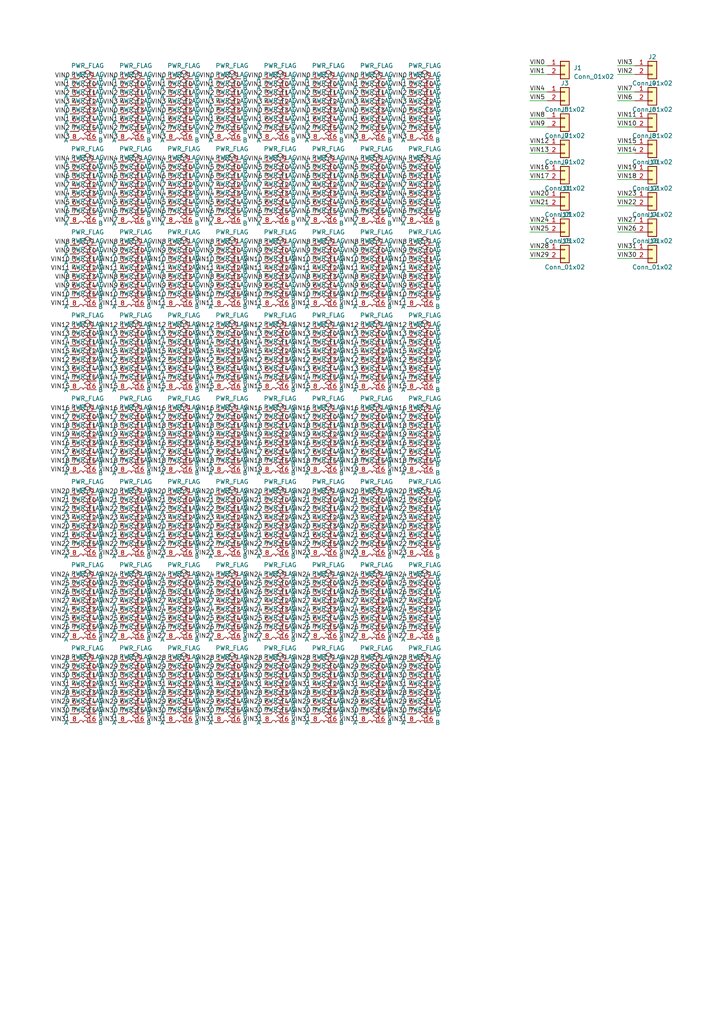
<source format=kicad_sch>
(kicad_sch (version 20230121) (generator eeschema)
  (paper "A4" portrait)
  (wire (pts (xy 48.26 201.93) (xy 50.8 201.93)))
  (wire (pts (xy 20.32 129.54) (xy 22.86 129.54)))
  (wire (pts (xy 179.07 41.91) (xy 184.15 41.91)))
  (wire (pts (xy 20.32 97.79) (xy 22.86 97.79)))
  (wire (pts (xy 179.07 74.93) (xy 184.15 74.93)))
  (wire (pts (xy 48.26 100.33) (xy 50.8 100.33)))
  (wire (pts (xy 104.14 71.12) (xy 106.68 71.12)))
  (wire (pts (xy 90.17 62.23) (xy 92.71 62.23)))
  (wire (pts (xy 104.14 100.33) (xy 106.68 100.33)))
  (wire (pts (xy 34.29 54.61) (xy 36.83 54.61)))
  (wire (pts (xy 48.26 46.99) (xy 50.8 46.99)))
  (wire (pts (xy 104.14 119.38) (xy 106.68 119.38)))
  (wire (pts (xy 34.29 127) (xy 36.83 127)))
  (wire (pts (xy 62.23 119.38) (xy 64.77 119.38)))
  (wire (pts (xy 76.2 207.01) (xy 78.74 207.01)))
  (wire (pts (xy 153.67 59.69) (xy 158.75 59.69)))
  (wire (pts (xy 20.32 27.94) (xy 22.86 27.94)))
  (wire (pts (xy 104.14 57.15) (xy 106.68 57.15)))
  (wire (pts (xy 48.26 153.67) (xy 50.8 153.67)))
  (wire (pts (xy 34.29 62.23) (xy 36.83 62.23)))
  (wire (pts (xy 48.26 62.23) (xy 50.8 62.23)))
  (wire (pts (xy 76.2 86.36) (xy 78.74 86.36)))
  (wire (pts (xy 34.29 121.92) (xy 36.83 121.92)))
  (wire (pts (xy 90.17 167.64) (xy 92.71 167.64)))
  (wire (pts (xy 118.11 196.85) (xy 120.65 196.85)))
  (wire (pts (xy 48.26 88.9) (xy 50.8 88.9)))
  (wire (pts (xy 20.32 71.12) (xy 22.86 71.12)))
  (wire (pts (xy 76.2 57.15) (xy 78.74 57.15)))
  (wire (pts (xy 76.2 148.59) (xy 78.74 148.59)))
  (wire (pts (xy 20.32 199.39) (xy 22.86 199.39)))
  (wire (pts (xy 90.17 71.12) (xy 92.71 71.12)))
  (wire (pts (xy 76.2 156.21) (xy 78.74 156.21)))
  (wire (pts (xy 104.14 107.95) (xy 106.68 107.95)))
  (wire (pts (xy 179.07 36.83) (xy 184.15 36.83)))
  (wire (pts (xy 48.26 38.1) (xy 50.8 38.1)))
  (wire (pts (xy 20.32 78.74) (xy 22.86 78.74)))
  (wire (pts (xy 20.32 40.64) (xy 22.86 40.64)))
  (wire (pts (xy 90.17 119.38) (xy 92.71 119.38)))
  (wire (pts (xy 34.29 172.72) (xy 36.83 172.72)))
  (wire (pts (xy 90.17 76.2) (xy 92.71 76.2)))
  (wire (pts (xy 20.32 64.77) (xy 22.86 64.77)))
  (wire (pts (xy 76.2 121.92) (xy 78.74 121.92)))
  (wire (pts (xy 76.2 196.85) (xy 78.74 196.85)))
  (wire (pts (xy 153.67 26.67) (xy 158.75 26.67)))
  (wire (pts (xy 20.32 46.99) (xy 22.86 46.99)))
  (wire (pts (xy 90.17 105.41) (xy 92.71 105.41)))
  (wire (pts (xy 34.29 196.85) (xy 36.83 196.85)))
  (wire (pts (xy 118.11 185.42) (xy 120.65 185.42)))
  (wire (pts (xy 62.23 199.39) (xy 64.77 199.39)))
  (wire (pts (xy 76.2 127) (xy 78.74 127)))
  (wire (pts (xy 118.11 110.49) (xy 120.65 110.49)))
  (wire (pts (xy 90.17 151.13) (xy 92.71 151.13)))
  (wire (pts (xy 76.2 201.93) (xy 78.74 201.93)))
  (wire (pts (xy 76.2 199.39) (xy 78.74 199.39)))
  (wire (pts (xy 62.23 209.55) (xy 64.77 209.55)))
  (wire (pts (xy 153.67 49.53) (xy 158.75 49.53)))
  (wire (pts (xy 90.17 73.66) (xy 92.71 73.66)))
  (wire (pts (xy 76.2 151.13) (xy 78.74 151.13)))
  (wire (pts (xy 34.29 40.64) (xy 36.83 40.64)))
  (wire (pts (xy 90.17 156.21) (xy 92.71 156.21)))
  (wire (pts (xy 62.23 196.85) (xy 64.77 196.85)))
  (wire (pts (xy 90.17 88.9) (xy 92.71 88.9)))
  (wire (pts (xy 62.23 151.13) (xy 64.77 151.13)))
  (wire (pts (xy 48.26 71.12) (xy 50.8 71.12)))
  (wire (pts (xy 118.11 137.16) (xy 120.65 137.16)))
  (wire (pts (xy 104.14 194.31) (xy 106.68 194.31)))
  (wire (pts (xy 62.23 102.87) (xy 64.77 102.87)))
  (wire (pts (xy 90.17 30.48) (xy 92.71 30.48)))
  (wire (pts (xy 118.11 38.1) (xy 120.65 38.1)))
  (wire (pts (xy 118.11 54.61) (xy 120.65 54.61)))
  (wire (pts (xy 62.23 38.1) (xy 64.77 38.1)))
  (wire (pts (xy 76.2 64.77) (xy 78.74 64.77)))
  (wire (pts (xy 48.26 25.4) (xy 50.8 25.4)))
  (wire (pts (xy 76.2 49.53) (xy 78.74 49.53)))
  (wire (pts (xy 20.32 38.1) (xy 22.86 38.1)))
  (wire (pts (xy 20.32 146.05) (xy 22.86 146.05)))
  (wire (pts (xy 153.67 36.83) (xy 158.75 36.83)))
  (wire (pts (xy 62.23 49.53) (xy 64.77 49.53)))
  (wire (pts (xy 48.26 33.02) (xy 50.8 33.02)))
  (wire (pts (xy 34.29 182.88) (xy 36.83 182.88)))
  (wire (pts (xy 34.29 95.25) (xy 36.83 95.25)))
  (wire (pts (xy 90.17 177.8) (xy 92.71 177.8)))
  (wire (pts (xy 76.2 209.55) (xy 78.74 209.55)))
  (wire (pts (xy 76.2 170.18) (xy 78.74 170.18)))
  (wire (pts (xy 48.26 83.82) (xy 50.8 83.82)))
  (wire (pts (xy 179.07 29.21) (xy 184.15 29.21)))
  (wire (pts (xy 76.2 25.4) (xy 78.74 25.4)))
  (wire (pts (xy 104.14 204.47) (xy 106.68 204.47)))
  (wire (pts (xy 20.32 121.92) (xy 22.86 121.92)))
  (wire (pts (xy 90.17 52.07) (xy 92.71 52.07)))
  (wire (pts (xy 20.32 143.51) (xy 22.86 143.51)))
  (wire (pts (xy 34.29 177.8) (xy 36.83 177.8)))
  (wire (pts (xy 34.29 38.1) (xy 36.83 38.1)))
  (wire (pts (xy 34.29 194.31) (xy 36.83 194.31)))
  (wire (pts (xy 20.32 194.31) (xy 22.86 194.31)))
  (wire (pts (xy 34.29 71.12) (xy 36.83 71.12)))
  (wire (pts (xy 62.23 121.92) (xy 64.77 121.92)))
  (wire (pts (xy 62.23 25.4) (xy 64.77 25.4)))
  (wire (pts (xy 118.11 30.48) (xy 120.65 30.48)))
  (wire (pts (xy 62.23 95.25) (xy 64.77 95.25)))
  (wire (pts (xy 90.17 49.53) (xy 92.71 49.53)))
  (wire (pts (xy 118.11 59.69) (xy 120.65 59.69)))
  (wire (pts (xy 153.67 34.29) (xy 158.75 34.29)))
  (wire (pts (xy 104.14 78.74) (xy 106.68 78.74)))
  (wire (pts (xy 62.23 27.94) (xy 64.77 27.94)))
  (wire (pts (xy 20.32 132.08) (xy 22.86 132.08)))
  (wire (pts (xy 48.26 102.87) (xy 50.8 102.87)))
  (wire (pts (xy 104.14 129.54) (xy 106.68 129.54)))
  (wire (pts (xy 104.14 167.64) (xy 106.68 167.64)))
  (wire (pts (xy 20.32 22.86) (xy 22.86 22.86)))
  (wire (pts (xy 118.11 22.86) (xy 120.65 22.86)))
  (wire (pts (xy 90.17 33.02) (xy 92.71 33.02)))
  (wire (pts (xy 34.29 180.34) (xy 36.83 180.34)))
  (wire (pts (xy 90.17 134.62) (xy 92.71 134.62)))
  (wire (pts (xy 48.26 199.39) (xy 50.8 199.39)))
  (wire (pts (xy 90.17 100.33) (xy 92.71 100.33)))
  (wire (pts (xy 48.26 57.15) (xy 50.8 57.15)))
  (wire (pts (xy 90.17 204.47) (xy 92.71 204.47)))
  (wire (pts (xy 48.26 110.49) (xy 50.8 110.49)))
  (wire (pts (xy 90.17 191.77) (xy 92.71 191.77)))
  (wire (pts (xy 118.11 124.46) (xy 120.65 124.46)))
  (wire (pts (xy 104.14 172.72) (xy 106.68 172.72)))
  (wire (pts (xy 118.11 194.31) (xy 120.65 194.31)))
  (wire (pts (xy 76.2 59.69) (xy 78.74 59.69)))
  (wire (pts (xy 48.26 172.72) (xy 50.8 172.72)))
  (wire (pts (xy 62.23 194.31) (xy 64.77 194.31)))
  (wire (pts (xy 90.17 54.61) (xy 92.71 54.61)))
  (wire (pts (xy 118.11 52.07) (xy 120.65 52.07)))
  (wire (pts (xy 48.26 194.31) (xy 50.8 194.31)))
  (wire (pts (xy 90.17 113.03) (xy 92.71 113.03)))
  (wire (pts (xy 104.14 143.51) (xy 106.68 143.51)))
  (wire (pts (xy 62.23 57.15) (xy 64.77 57.15)))
  (wire (pts (xy 20.32 49.53) (xy 22.86 49.53)))
  (wire (pts (xy 34.29 156.21) (xy 36.83 156.21)))
  (wire (pts (xy 90.17 161.29) (xy 92.71 161.29)))
  (wire (pts (xy 76.2 35.56) (xy 78.74 35.56)))
  (wire (pts (xy 34.29 161.29) (xy 36.83 161.29)))
  (wire (pts (xy 118.11 201.93) (xy 120.65 201.93)))
  (wire (pts (xy 20.32 151.13) (xy 22.86 151.13)))
  (wire (pts (xy 118.11 180.34) (xy 120.65 180.34)))
  (wire (pts (xy 34.29 107.95) (xy 36.83 107.95)))
  (wire (pts (xy 118.11 102.87) (xy 120.65 102.87)))
  (wire (pts (xy 48.26 78.74) (xy 50.8 78.74)))
  (wire (pts (xy 20.32 33.02) (xy 22.86 33.02)))
  (wire (pts (xy 34.29 170.18) (xy 36.83 170.18)))
  (wire (pts (xy 90.17 196.85) (xy 92.71 196.85)))
  (wire (pts (xy 76.2 73.66) (xy 78.74 73.66)))
  (wire (pts (xy 118.11 172.72) (xy 120.65 172.72)))
  (wire (pts (xy 104.14 88.9) (xy 106.68 88.9)))
  (wire (pts (xy 104.14 95.25) (xy 106.68 95.25)))
  (wire (pts (xy 76.2 119.38) (xy 78.74 119.38)))
  (wire (pts (xy 76.2 161.29) (xy 78.74 161.29)))
  (wire (pts (xy 104.14 151.13) (xy 106.68 151.13)))
  (wire (pts (xy 48.26 30.48) (xy 50.8 30.48)))
  (wire (pts (xy 104.14 124.46) (xy 106.68 124.46)))
  (wire (pts (xy 90.17 182.88) (xy 92.71 182.88)))
  (wire (pts (xy 48.26 207.01) (xy 50.8 207.01)))
  (wire (pts (xy 118.11 207.01) (xy 120.65 207.01)))
  (wire (pts (xy 62.23 105.41) (xy 64.77 105.41)))
  (wire (pts (xy 62.23 143.51) (xy 64.77 143.51)))
  (wire (pts (xy 118.11 146.05) (xy 120.65 146.05)))
  (wire (pts (xy 104.14 46.99) (xy 106.68 46.99)))
  (wire (pts (xy 118.11 64.77) (xy 120.65 64.77)))
  (wire (pts (xy 48.26 105.41) (xy 50.8 105.41)))
  (wire (pts (xy 48.26 27.94) (xy 50.8 27.94)))
  (wire (pts (xy 62.23 170.18) (xy 64.77 170.18)))
  (wire (pts (xy 179.07 34.29) (xy 184.15 34.29)))
  (wire (pts (xy 48.26 107.95) (xy 50.8 107.95)))
  (wire (pts (xy 153.67 19.05) (xy 158.75 19.05)))
  (wire (pts (xy 76.2 137.16) (xy 78.74 137.16)))
  (wire (pts (xy 76.2 54.61) (xy 78.74 54.61)))
  (wire (pts (xy 48.26 97.79) (xy 50.8 97.79)))
  (wire (pts (xy 76.2 81.28) (xy 78.74 81.28)))
  (wire (pts (xy 179.07 67.31) (xy 184.15 67.31)))
  (wire (pts (xy 62.23 207.01) (xy 64.77 207.01)))
  (wire (pts (xy 34.29 209.55) (xy 36.83 209.55)))
  (wire (pts (xy 153.67 21.59) (xy 158.75 21.59)))
  (wire (pts (xy 34.29 30.48) (xy 36.83 30.48)))
  (wire (pts (xy 48.26 143.51) (xy 50.8 143.51)))
  (wire (pts (xy 118.11 107.95) (xy 120.65 107.95)))
  (wire (pts (xy 90.17 180.34) (xy 92.71 180.34)))
  (wire (pts (xy 118.11 209.55) (xy 120.65 209.55)))
  (wire (pts (xy 118.11 95.25) (xy 120.65 95.25)))
  (wire (pts (xy 90.17 158.75) (xy 92.71 158.75)))
  (wire (pts (xy 104.14 49.53) (xy 106.68 49.53)))
  (wire (pts (xy 20.32 148.59) (xy 22.86 148.59)))
  (wire (pts (xy 104.14 38.1) (xy 106.68 38.1)))
  (wire (pts (xy 62.23 153.67) (xy 64.77 153.67)))
  (wire (pts (xy 34.29 73.66) (xy 36.83 73.66)))
  (wire (pts (xy 118.11 127) (xy 120.65 127)))
  (wire (pts (xy 90.17 170.18) (xy 92.71 170.18)))
  (wire (pts (xy 20.32 30.48) (xy 22.86 30.48)))
  (wire (pts (xy 20.32 161.29) (xy 22.86 161.29)))
  (wire (pts (xy 34.29 129.54) (xy 36.83 129.54)))
  (wire (pts (xy 34.29 110.49) (xy 36.83 110.49)))
  (wire (pts (xy 48.26 35.56) (xy 50.8 35.56)))
  (wire (pts (xy 153.67 72.39) (xy 158.75 72.39)))
  (wire (pts (xy 20.32 52.07) (xy 22.86 52.07)))
  (wire (pts (xy 90.17 81.28) (xy 92.71 81.28)))
  (wire (pts (xy 179.07 49.53) (xy 184.15 49.53)))
  (wire (pts (xy 90.17 35.56) (xy 92.71 35.56)))
  (wire (pts (xy 90.17 97.79) (xy 92.71 97.79)))
  (wire (pts (xy 118.11 119.38) (xy 120.65 119.38)))
  (wire (pts (xy 90.17 59.69) (xy 92.71 59.69)))
  (wire (pts (xy 118.11 71.12) (xy 120.65 71.12)))
  (wire (pts (xy 76.2 132.08) (xy 78.74 132.08)))
  (wire (pts (xy 48.26 64.77) (xy 50.8 64.77)))
  (wire (pts (xy 48.26 132.08) (xy 50.8 132.08)))
  (wire (pts (xy 20.32 156.21) (xy 22.86 156.21)))
  (wire (pts (xy 104.14 121.92) (xy 106.68 121.92)))
  (wire (pts (xy 20.32 83.82) (xy 22.86 83.82)))
  (wire (pts (xy 48.26 182.88) (xy 50.8 182.88)))
  (wire (pts (xy 62.23 54.61) (xy 64.77 54.61)))
  (wire (pts (xy 118.11 156.21) (xy 120.65 156.21)))
  (wire (pts (xy 104.14 175.26) (xy 106.68 175.26)))
  (wire (pts (xy 48.26 158.75) (xy 50.8 158.75)))
  (wire (pts (xy 34.29 64.77) (xy 36.83 64.77)))
  (wire (pts (xy 104.14 153.67) (xy 106.68 153.67)))
  (wire (pts (xy 62.23 52.07) (xy 64.77 52.07)))
  (wire (pts (xy 48.26 81.28) (xy 50.8 81.28)))
  (wire (pts (xy 34.29 52.07) (xy 36.83 52.07)))
  (wire (pts (xy 20.32 102.87) (xy 22.86 102.87)))
  (wire (pts (xy 118.11 148.59) (xy 120.65 148.59)))
  (wire (pts (xy 104.14 62.23) (xy 106.68 62.23)))
  (wire (pts (xy 34.29 105.41) (xy 36.83 105.41)))
  (wire (pts (xy 34.29 59.69) (xy 36.83 59.69)))
  (wire (pts (xy 48.26 151.13) (xy 50.8 151.13)))
  (wire (pts (xy 20.32 180.34) (xy 22.86 180.34)))
  (wire (pts (xy 34.29 86.36) (xy 36.83 86.36)))
  (wire (pts (xy 118.11 78.74) (xy 120.65 78.74)))
  (wire (pts (xy 62.23 35.56) (xy 64.77 35.56)))
  (wire (pts (xy 118.11 88.9) (xy 120.65 88.9)))
  (wire (pts (xy 20.32 105.41) (xy 22.86 105.41)))
  (wire (pts (xy 153.67 41.91) (xy 158.75 41.91)))
  (wire (pts (xy 20.32 110.49) (xy 22.86 110.49)))
  (wire (pts (xy 62.23 127) (xy 64.77 127)))
  (wire (pts (xy 62.23 185.42) (xy 64.77 185.42)))
  (wire (pts (xy 20.32 100.33) (xy 22.86 100.33)))
  (wire (pts (xy 118.11 46.99) (xy 120.65 46.99)))
  (wire (pts (xy 76.2 167.64) (xy 78.74 167.64)))
  (wire (pts (xy 48.26 119.38) (xy 50.8 119.38)))
  (wire (pts (xy 76.2 182.88) (xy 78.74 182.88)))
  (wire (pts (xy 90.17 102.87) (xy 92.71 102.87)))
  (wire (pts (xy 90.17 148.59) (xy 92.71 148.59)))
  (wire (pts (xy 34.29 143.51) (xy 36.83 143.51)))
  (wire (pts (xy 20.32 59.69) (xy 22.86 59.69)))
  (wire (pts (xy 20.32 201.93) (xy 22.86 201.93)))
  (wire (pts (xy 62.23 175.26) (xy 64.77 175.26)))
  (wire (pts (xy 76.2 172.72) (xy 78.74 172.72)))
  (wire (pts (xy 48.26 137.16) (xy 50.8 137.16)))
  (wire (pts (xy 118.11 86.36) (xy 120.65 86.36)))
  (wire (pts (xy 34.29 158.75) (xy 36.83 158.75)))
  (wire (pts (xy 34.29 78.74) (xy 36.83 78.74)))
  (wire (pts (xy 48.26 196.85) (xy 50.8 196.85)))
  (wire (pts (xy 90.17 46.99) (xy 92.71 46.99)))
  (wire (pts (xy 118.11 100.33) (xy 120.65 100.33)))
  (wire (pts (xy 76.2 27.94) (xy 78.74 27.94)))
  (wire (pts (xy 48.26 134.62) (xy 50.8 134.62)))
  (wire (pts (xy 153.67 67.31) (xy 158.75 67.31)))
  (wire (pts (xy 48.26 170.18) (xy 50.8 170.18)))
  (wire (pts (xy 34.29 134.62) (xy 36.83 134.62)))
  (wire (pts (xy 34.29 97.79) (xy 36.83 97.79)))
  (wire (pts (xy 48.26 73.66) (xy 50.8 73.66)))
  (wire (pts (xy 76.2 100.33) (xy 78.74 100.33)))
  (wire (pts (xy 153.67 29.21) (xy 158.75 29.21)))
  (wire (pts (xy 62.23 180.34) (xy 64.77 180.34)))
  (wire (pts (xy 118.11 105.41) (xy 120.65 105.41)))
  (wire (pts (xy 118.11 25.4) (xy 120.65 25.4)))
  (wire (pts (xy 104.14 148.59) (xy 106.68 148.59)))
  (wire (pts (xy 76.2 62.23) (xy 78.74 62.23)))
  (wire (pts (xy 90.17 38.1) (xy 92.71 38.1)))
  (wire (pts (xy 34.29 175.26) (xy 36.83 175.26)))
  (wire (pts (xy 20.32 175.26) (xy 22.86 175.26)))
  (wire (pts (xy 48.26 209.55) (xy 50.8 209.55)))
  (wire (pts (xy 76.2 204.47) (xy 78.74 204.47)))
  (wire (pts (xy 48.26 191.77) (xy 50.8 191.77)))
  (wire (pts (xy 104.14 73.66) (xy 106.68 73.66)))
  (wire (pts (xy 90.17 194.31) (xy 92.71 194.31)))
  (wire (pts (xy 62.23 191.77) (xy 64.77 191.77)))
  (wire (pts (xy 62.23 46.99) (xy 64.77 46.99)))
  (wire (pts (xy 62.23 167.64) (xy 64.77 167.64)))
  (wire (pts (xy 104.14 86.36) (xy 106.68 86.36)))
  (wire (pts (xy 62.23 62.23) (xy 64.77 62.23)))
  (wire (pts (xy 104.14 134.62) (xy 106.68 134.62)))
  (wire (pts (xy 62.23 78.74) (xy 64.77 78.74)))
  (wire (pts (xy 34.29 102.87) (xy 36.83 102.87)))
  (wire (pts (xy 104.14 35.56) (xy 106.68 35.56)))
  (wire (pts (xy 34.29 27.94) (xy 36.83 27.94)))
  (wire (pts (xy 90.17 121.92) (xy 92.71 121.92)))
  (wire (pts (xy 118.11 167.64) (xy 120.65 167.64)))
  (wire (pts (xy 34.29 33.02) (xy 36.83 33.02)))
  (wire (pts (xy 34.29 100.33) (xy 36.83 100.33)))
  (wire (pts (xy 90.17 199.39) (xy 92.71 199.39)))
  (wire (pts (xy 153.67 74.93) (xy 158.75 74.93)))
  (wire (pts (xy 76.2 40.64) (xy 78.74 40.64)))
  (wire (pts (xy 48.26 146.05) (xy 50.8 146.05)))
  (wire (pts (xy 34.29 124.46) (xy 36.83 124.46)))
  (wire (pts (xy 104.14 40.64) (xy 106.68 40.64)))
  (wire (pts (xy 48.26 95.25) (xy 50.8 95.25)))
  (wire (pts (xy 62.23 129.54) (xy 64.77 129.54)))
  (wire (pts (xy 62.23 172.72) (xy 64.77 172.72)))
  (wire (pts (xy 34.29 57.15) (xy 36.83 57.15)))
  (wire (pts (xy 104.14 199.39) (xy 106.68 199.39)))
  (wire (pts (xy 20.32 76.2) (xy 22.86 76.2)))
  (wire (pts (xy 20.32 207.01) (xy 22.86 207.01)))
  (wire (pts (xy 20.32 196.85) (xy 22.86 196.85)))
  (wire (pts (xy 118.11 27.94) (xy 120.65 27.94)))
  (wire (pts (xy 104.14 180.34) (xy 106.68 180.34)))
  (wire (pts (xy 62.23 110.49) (xy 64.77 110.49)))
  (wire (pts (xy 62.23 137.16) (xy 64.77 137.16)))
  (wire (pts (xy 76.2 33.02) (xy 78.74 33.02)))
  (wire (pts (xy 104.14 54.61) (xy 106.68 54.61)))
  (wire (pts (xy 20.32 191.77) (xy 22.86 191.77)))
  (wire (pts (xy 90.17 40.64) (xy 92.71 40.64)))
  (wire (pts (xy 90.17 185.42) (xy 92.71 185.42)))
  (wire (pts (xy 104.14 81.28) (xy 106.68 81.28)))
  (wire (pts (xy 48.26 22.86) (xy 50.8 22.86)))
  (wire (pts (xy 90.17 83.82) (xy 92.71 83.82)))
  (wire (pts (xy 118.11 175.26) (xy 120.65 175.26)))
  (wire (pts (xy 153.67 64.77) (xy 158.75 64.77)))
  (wire (pts (xy 62.23 182.88) (xy 64.77 182.88)))
  (wire (pts (xy 62.23 134.62) (xy 64.77 134.62)))
  (wire (pts (xy 76.2 124.46) (xy 78.74 124.46)))
  (wire (pts (xy 90.17 175.26) (xy 92.71 175.26)))
  (wire (pts (xy 76.2 185.42) (xy 78.74 185.42)))
  (wire (pts (xy 62.23 132.08) (xy 64.77 132.08)))
  (wire (pts (xy 48.26 54.61) (xy 50.8 54.61)))
  (wire (pts (xy 179.07 64.77) (xy 184.15 64.77)))
  (wire (pts (xy 62.23 113.03) (xy 64.77 113.03)))
  (wire (pts (xy 179.07 57.15) (xy 184.15 57.15)))
  (wire (pts (xy 76.2 105.41) (xy 78.74 105.41)))
  (wire (pts (xy 20.32 25.4) (xy 22.86 25.4)))
  (wire (pts (xy 118.11 161.29) (xy 120.65 161.29)))
  (wire (pts (xy 104.14 196.85) (xy 106.68 196.85)))
  (wire (pts (xy 90.17 129.54) (xy 92.71 129.54)))
  (wire (pts (xy 153.67 57.15) (xy 158.75 57.15)))
  (wire (pts (xy 48.26 59.69) (xy 50.8 59.69)))
  (wire (pts (xy 20.32 73.66) (xy 22.86 73.66)))
  (wire (pts (xy 20.32 137.16) (xy 22.86 137.16)))
  (wire (pts (xy 62.23 201.93) (xy 64.77 201.93)))
  (wire (pts (xy 118.11 199.39) (xy 120.65 199.39)))
  (wire (pts (xy 76.2 30.48) (xy 78.74 30.48)))
  (wire (pts (xy 76.2 129.54) (xy 78.74 129.54)))
  (wire (pts (xy 76.2 71.12) (xy 78.74 71.12)))
  (wire (pts (xy 48.26 161.29) (xy 50.8 161.29)))
  (wire (pts (xy 104.14 146.05) (xy 106.68 146.05)))
  (wire (pts (xy 118.11 151.13) (xy 120.65 151.13)))
  (wire (pts (xy 20.32 185.42) (xy 22.86 185.42)))
  (wire (pts (xy 104.14 207.01) (xy 106.68 207.01)))
  (wire (pts (xy 104.14 113.03) (xy 106.68 113.03)))
  (wire (pts (xy 20.32 209.55) (xy 22.86 209.55)))
  (wire (pts (xy 90.17 132.08) (xy 92.71 132.08)))
  (wire (pts (xy 20.32 127) (xy 22.86 127)))
  (wire (pts (xy 62.23 76.2) (xy 64.77 76.2)))
  (wire (pts (xy 20.32 62.23) (xy 22.86 62.23)))
  (wire (pts (xy 48.26 180.34) (xy 50.8 180.34)))
  (wire (pts (xy 104.14 182.88) (xy 106.68 182.88)))
  (wire (pts (xy 76.2 177.8) (xy 78.74 177.8)))
  (wire (pts (xy 20.32 107.95) (xy 22.86 107.95)))
  (wire (pts (xy 104.14 22.86) (xy 106.68 22.86)))
  (wire (pts (xy 62.23 59.69) (xy 64.77 59.69)))
  (wire (pts (xy 20.32 170.18) (xy 22.86 170.18)))
  (wire (pts (xy 48.26 86.36) (xy 50.8 86.36)))
  (wire (pts (xy 90.17 95.25) (xy 92.71 95.25)))
  (wire (pts (xy 48.26 148.59) (xy 50.8 148.59)))
  (wire (pts (xy 62.23 33.02) (xy 64.77 33.02)))
  (wire (pts (xy 118.11 49.53) (xy 120.65 49.53)))
  (wire (pts (xy 118.11 129.54) (xy 120.65 129.54)))
  (wire (pts (xy 104.14 76.2) (xy 106.68 76.2)))
  (wire (pts (xy 118.11 134.62) (xy 120.65 134.62)))
  (wire (pts (xy 76.2 83.82) (xy 78.74 83.82)))
  (wire (pts (xy 118.11 121.92) (xy 120.65 121.92)))
  (wire (pts (xy 90.17 201.93) (xy 92.71 201.93)))
  (wire (pts (xy 90.17 22.86) (xy 92.71 22.86)))
  (wire (pts (xy 34.29 113.03) (xy 36.83 113.03)))
  (wire (pts (xy 34.29 83.82) (xy 36.83 83.82)))
  (wire (pts (xy 48.26 167.64) (xy 50.8 167.64)))
  (wire (pts (xy 90.17 57.15) (xy 92.71 57.15)))
  (wire (pts (xy 104.14 64.77) (xy 106.68 64.77)))
  (wire (pts (xy 104.14 137.16) (xy 106.68 137.16)))
  (wire (pts (xy 179.07 19.05) (xy 184.15 19.05)))
  (wire (pts (xy 76.2 175.26) (xy 78.74 175.26)))
  (wire (pts (xy 62.23 40.64) (xy 64.77 40.64)))
  (wire (pts (xy 20.32 158.75) (xy 22.86 158.75)))
  (wire (pts (xy 62.23 161.29) (xy 64.77 161.29)))
  (wire (pts (xy 48.26 204.47) (xy 50.8 204.47)))
  (wire (pts (xy 90.17 78.74) (xy 92.71 78.74)))
  (wire (pts (xy 76.2 143.51) (xy 78.74 143.51)))
  (wire (pts (xy 34.29 191.77) (xy 36.83 191.77)))
  (wire (pts (xy 90.17 209.55) (xy 92.71 209.55)))
  (wire (pts (xy 62.23 22.86) (xy 64.77 22.86)))
  (wire (pts (xy 34.29 199.39) (xy 36.83 199.39)))
  (wire (pts (xy 104.14 52.07) (xy 106.68 52.07)))
  (wire (pts (xy 48.26 185.42) (xy 50.8 185.42)))
  (wire (pts (xy 104.14 156.21) (xy 106.68 156.21)))
  (wire (pts (xy 118.11 81.28) (xy 120.65 81.28)))
  (wire (pts (xy 104.14 33.02) (xy 106.68 33.02)))
  (wire (pts (xy 104.14 25.4) (xy 106.68 25.4)))
  (wire (pts (xy 118.11 57.15) (xy 120.65 57.15)))
  (wire (pts (xy 34.29 207.01) (xy 36.83 207.01)))
  (wire (pts (xy 76.2 38.1) (xy 78.74 38.1)))
  (wire (pts (xy 62.23 71.12) (xy 64.77 71.12)))
  (wire (pts (xy 118.11 177.8) (xy 120.65 177.8)))
  (wire (pts (xy 20.32 204.47) (xy 22.86 204.47)))
  (wire (pts (xy 104.14 209.55) (xy 106.68 209.55)))
  (wire (pts (xy 34.29 185.42) (xy 36.83 185.42)))
  (wire (pts (xy 20.32 167.64) (xy 22.86 167.64)))
  (wire (pts (xy 34.29 25.4) (xy 36.83 25.4)))
  (wire (pts (xy 104.14 185.42) (xy 106.68 185.42)))
  (wire (pts (xy 76.2 191.77) (xy 78.74 191.77)))
  (wire (pts (xy 118.11 33.02) (xy 120.65 33.02)))
  (wire (pts (xy 76.2 22.86) (xy 78.74 22.86)))
  (wire (pts (xy 76.2 146.05) (xy 78.74 146.05)))
  (wire (pts (xy 20.32 124.46) (xy 22.86 124.46)))
  (wire (pts (xy 34.29 119.38) (xy 36.83 119.38)))
  (wire (pts (xy 62.23 88.9) (xy 64.77 88.9)))
  (wire (pts (xy 48.26 175.26) (xy 50.8 175.26)))
  (wire (pts (xy 118.11 132.08) (xy 120.65 132.08)))
  (wire (pts (xy 34.29 146.05) (xy 36.83 146.05)))
  (wire (pts (xy 62.23 158.75) (xy 64.77 158.75)))
  (wire (pts (xy 179.07 72.39) (xy 184.15 72.39)))
  (wire (pts (xy 34.29 49.53) (xy 36.83 49.53)))
  (wire (pts (xy 118.11 113.03) (xy 120.65 113.03)))
  (wire (pts (xy 34.29 88.9) (xy 36.83 88.9)))
  (wire (pts (xy 48.26 156.21) (xy 50.8 156.21)))
  (wire (pts (xy 118.11 204.47) (xy 120.65 204.47)))
  (wire (pts (xy 104.14 102.87) (xy 106.68 102.87)))
  (wire (pts (xy 90.17 143.51) (xy 92.71 143.51)))
  (wire (pts (xy 104.14 59.69) (xy 106.68 59.69)))
  (wire (pts (xy 76.2 153.67) (xy 78.74 153.67)))
  (wire (pts (xy 104.14 161.29) (xy 106.68 161.29)))
  (wire (pts (xy 104.14 177.8) (xy 106.68 177.8)))
  (wire (pts (xy 20.32 81.28) (xy 22.86 81.28)))
  (wire (pts (xy 62.23 146.05) (xy 64.77 146.05)))
  (wire (pts (xy 179.07 21.59) (xy 184.15 21.59)))
  (wire (pts (xy 118.11 182.88) (xy 120.65 182.88)))
  (wire (pts (xy 90.17 86.36) (xy 92.71 86.36)))
  (wire (pts (xy 48.26 52.07) (xy 50.8 52.07)))
  (wire (pts (xy 76.2 110.49) (xy 78.74 110.49)))
  (wire (pts (xy 90.17 110.49) (xy 92.71 110.49)))
  (wire (pts (xy 48.26 177.8) (xy 50.8 177.8)))
  (wire (pts (xy 118.11 97.79) (xy 120.65 97.79)))
  (wire (pts (xy 153.67 44.45) (xy 158.75 44.45)))
  (wire (pts (xy 76.2 107.95) (xy 78.74 107.95)))
  (wire (pts (xy 118.11 62.23) (xy 120.65 62.23)))
  (wire (pts (xy 62.23 148.59) (xy 64.77 148.59)))
  (wire (pts (xy 104.14 201.93) (xy 106.68 201.93)))
  (wire (pts (xy 62.23 204.47) (xy 64.77 204.47)))
  (wire (pts (xy 20.32 134.62) (xy 22.86 134.62)))
  (wire (pts (xy 20.32 95.25) (xy 22.86 95.25)))
  (wire (pts (xy 48.26 49.53) (xy 50.8 49.53)))
  (wire (pts (xy 48.26 127) (xy 50.8 127)))
  (wire (pts (xy 62.23 64.77) (xy 64.77 64.77)))
  (wire (pts (xy 118.11 40.64) (xy 120.65 40.64)))
  (wire (pts (xy 179.07 52.07) (xy 184.15 52.07)))
  (wire (pts (xy 90.17 25.4) (xy 92.71 25.4)))
  (wire (pts (xy 118.11 170.18) (xy 120.65 170.18)))
  (wire (pts (xy 34.29 153.67) (xy 36.83 153.67)))
  (wire (pts (xy 179.07 59.69) (xy 184.15 59.69)))
  (wire (pts (xy 90.17 107.95) (xy 92.71 107.95)))
  (wire (pts (xy 62.23 124.46) (xy 64.77 124.46)))
  (wire (pts (xy 76.2 46.99) (xy 78.74 46.99)))
  (wire (pts (xy 90.17 172.72) (xy 92.71 172.72)))
  (wire (pts (xy 90.17 27.94) (xy 92.71 27.94)))
  (wire (pts (xy 76.2 194.31) (xy 78.74 194.31)))
  (wire (pts (xy 20.32 182.88) (xy 22.86 182.88)))
  (wire (pts (xy 20.32 177.8) (xy 22.86 177.8)))
  (wire (pts (xy 34.29 204.47) (xy 36.83 204.47)))
  (wire (pts (xy 62.23 156.21) (xy 64.77 156.21)))
  (wire (pts (xy 48.26 40.64) (xy 50.8 40.64)))
  (wire (pts (xy 104.14 191.77) (xy 106.68 191.77)))
  (wire (pts (xy 104.14 170.18) (xy 106.68 170.18)))
  (wire (pts (xy 90.17 153.67) (xy 92.71 153.67)))
  (wire (pts (xy 48.26 121.92) (xy 50.8 121.92)))
  (wire (pts (xy 153.67 52.07) (xy 158.75 52.07)))
  (wire (pts (xy 90.17 127) (xy 92.71 127)))
  (wire (pts (xy 34.29 137.16) (xy 36.83 137.16)))
  (wire (pts (xy 62.23 73.66) (xy 64.77 73.66)))
  (wire (pts (xy 118.11 143.51) (xy 120.65 143.51)))
  (wire (pts (xy 104.14 30.48) (xy 106.68 30.48)))
  (wire (pts (xy 90.17 146.05) (xy 92.71 146.05)))
  (wire (pts (xy 76.2 97.79) (xy 78.74 97.79)))
  (wire (pts (xy 104.14 132.08) (xy 106.68 132.08)))
  (wire (pts (xy 179.07 26.67) (xy 184.15 26.67)))
  (wire (pts (xy 118.11 153.67) (xy 120.65 153.67)))
  (wire (pts (xy 179.07 44.45) (xy 184.15 44.45)))
  (wire (pts (xy 76.2 158.75) (xy 78.74 158.75)))
  (wire (pts (xy 76.2 95.25) (xy 78.74 95.25)))
  (wire (pts (xy 48.26 129.54) (xy 50.8 129.54)))
  (wire (pts (xy 90.17 124.46) (xy 92.71 124.46)))
  (wire (pts (xy 76.2 88.9) (xy 78.74 88.9)))
  (wire (pts (xy 76.2 180.34) (xy 78.74 180.34)))
  (wire (pts (xy 34.29 46.99) (xy 36.83 46.99)))
  (wire (pts (xy 20.32 119.38) (xy 22.86 119.38)))
  (wire (pts (xy 20.32 172.72) (xy 22.86 172.72)))
  (wire (pts (xy 62.23 100.33) (xy 64.77 100.33)))
  (wire (pts (xy 76.2 113.03) (xy 78.74 113.03)))
  (wire (pts (xy 48.26 113.03) (xy 50.8 113.03)))
  (wire (pts (xy 104.14 105.41) (xy 106.68 105.41)))
  (wire (pts (xy 20.32 57.15) (xy 22.86 57.15)))
  (wire (pts (xy 34.29 148.59) (xy 36.83 148.59)))
  (wire (pts (xy 48.26 124.46) (xy 50.8 124.46)))
  (wire (pts (xy 90.17 207.01) (xy 92.71 207.01)))
  (wire (pts (xy 48.26 76.2) (xy 50.8 76.2)))
  (wire (pts (xy 104.14 83.82) (xy 106.68 83.82)))
  (wire (pts (xy 118.11 35.56) (xy 120.65 35.56)))
  (wire (pts (xy 104.14 27.94) (xy 106.68 27.94)))
  (wire (pts (xy 104.14 127) (xy 106.68 127)))
  (wire (pts (xy 62.23 86.36) (xy 64.77 86.36)))
  (wire (pts (xy 118.11 191.77) (xy 120.65 191.77)))
  (wire (pts (xy 20.32 88.9) (xy 22.86 88.9)))
  (wire (pts (xy 118.11 158.75) (xy 120.65 158.75)))
  (wire (pts (xy 34.29 132.08) (xy 36.83 132.08)))
  (wire (pts (xy 76.2 76.2) (xy 78.74 76.2)))
  (wire (pts (xy 20.32 54.61) (xy 22.86 54.61)))
  (wire (pts (xy 62.23 177.8) (xy 64.77 177.8)))
  (wire (pts (xy 34.29 81.28) (xy 36.83 81.28)))
  (wire (pts (xy 104.14 110.49) (xy 106.68 110.49)))
  (wire (pts (xy 20.32 153.67) (xy 22.86 153.67)))
  (wire (pts (xy 76.2 134.62) (xy 78.74 134.62)))
  (wire (pts (xy 34.29 35.56) (xy 36.83 35.56)))
  (wire (pts (xy 62.23 83.82) (xy 64.77 83.82)))
  (wire (pts (xy 118.11 73.66) (xy 120.65 73.66)))
  (wire (pts (xy 62.23 107.95) (xy 64.77 107.95)))
  (wire (pts (xy 104.14 97.79) (xy 106.68 97.79)))
  (wire (pts (xy 34.29 167.64) (xy 36.83 167.64)))
  (wire (pts (xy 62.23 97.79) (xy 64.77 97.79)))
  (wire (pts (xy 62.23 30.48) (xy 64.77 30.48)))
  (wire (pts (xy 34.29 201.93) (xy 36.83 201.93)))
  (wire (pts (xy 104.14 158.75) (xy 106.68 158.75)))
  (wire (pts (xy 76.2 78.74) (xy 78.74 78.74)))
  (wire (pts (xy 118.11 76.2) (xy 120.65 76.2)))
  (wire (pts (xy 20.32 113.03) (xy 22.86 113.03)))
  (wire (pts (xy 90.17 137.16) (xy 92.71 137.16)))
  (wire (pts (xy 20.32 86.36) (xy 22.86 86.36)))
  (wire (pts (xy 34.29 76.2) (xy 36.83 76.2)))
  (wire (pts (xy 62.23 81.28) (xy 64.77 81.28)))
  (wire (pts (xy 34.29 151.13) (xy 36.83 151.13)))
  (wire (pts (xy 118.11 83.82) (xy 120.65 83.82)))
  (wire (pts (xy 34.29 22.86) (xy 36.83 22.86)))
  (wire (pts (xy 76.2 52.07) (xy 78.74 52.07)))
  (wire (pts (xy 20.32 35.56) (xy 22.86 35.56)))
  (wire (pts (xy 90.17 64.77) (xy 92.71 64.77)))
  (wire (pts (xy 76.2 102.87) (xy 78.74 102.87)))
  (label "VIN17" (at 90.17 121.92 180))
  (label "VIN20" (at 62.23 143.51 180))
  (label "VIN23" (at 90.17 161.29 180))
  (label "VIN11" (at 76.2 88.9 180))
  (label "VIN19" (at 62.23 137.16 180))
  (label "VIN1" (at 34.29 35.56 180))
  (label "VIN6" (at 48.26 52.07 180))
  (label "VIN5" (at 153.67 29.21 0))
  (label "VIN28" (at 118.11 201.93 180))
  (label "VIN5" (at 104.14 49.53 180))
  (label "VIN9" (at 62.23 73.66 180))
  (label "VIN7" (at 48.26 54.61 180))
  (label "VIN18" (at 118.11 134.62 180))
  (label "VIN4" (at 118.11 57.15 180))
  (label "VIN29" (at 76.2 194.31 180))
  (label "VIN29" (at 153.67 74.93 0))
  (label "VIN27" (at 48.26 185.42 180))
  (label "VIN10" (at 48.26 86.36 180))
  (label "VIN27" (at 62.23 175.26 180))
  (label "VIN2" (at 90.17 27.94 180))
  (label "VIN10" (at 48.26 76.2 180))
  (label "VIN9" (at 20.32 83.82 180))
  (label "VIN7" (at 118.11 64.77 180))
  (label "VIN27" (at 48.26 175.26 180))
  (label "VIN0" (at 104.14 33.02 180))
  (label "VIN5" (at 48.26 49.53 180))
  (label "VIN17" (at 34.29 121.92 180))
  (label "VIN5" (at 48.26 59.69 180))
  (label "VIN12" (at 48.26 105.41 180))
  (label "VIN23" (at 20.32 161.29 180))
  (label "VIN14" (at 34.29 100.33 180))
  (label "VIN24" (at 34.29 177.8 180))
  (label "VIN20" (at 90.17 143.51 180))
  (label "VIN4" (at 90.17 46.99 180))
  (label "VIN17" (at 104.14 132.08 180))
  (label "VIN23" (at 34.29 151.13 180))
  (label "VIN3" (at 76.2 40.64 180))
  (label "VIN4" (at 104.14 46.99 180))
  (label "VIN7" (at 104.14 54.61 180))
  (label "VIN23" (at 179.07 57.15 0))
  (label "VIN30" (at 90.17 196.85 180))
  (label "VIN22" (at 20.32 158.75 180))
  (label "VIN5" (at 34.29 59.69 180))
  (label "VIN29" (at 118.11 204.47 180))
  (label "VIN13" (at 20.32 97.79 180))
  (label "VIN7" (at 104.14 64.77 180))
  (label "VIN26" (at 118.11 182.88 180))
  (label "VIN19" (at 118.11 127 180))
  (label "VIN13" (at 76.2 97.79 180))
  (label "VIN14" (at 76.2 100.33 180))
  (label "VIN6" (at 118.11 52.07 180))
  (label "VIN25" (at 62.23 170.18 180))
  (label "VIN22" (at 90.17 158.75 180))
  (label "VIN10" (at 76.2 76.2 180))
  (label "VIN4" (at 90.17 57.15 180))
  (label "VIN6" (at 104.14 62.23 180))
  (label "VIN21" (at 90.17 146.05 180))
  (label "VIN19" (at 20.32 137.16 180))
  (label "VIN31" (at 90.17 199.39 180))
  (label "VIN8" (at 20.32 81.28 180))
  (label "VIN25" (at 76.2 180.34 180))
  (label "VIN4" (at 48.26 57.15 180))
  (label "VIN6" (at 62.23 52.07 180))
  (label "VIN4" (at 48.26 46.99 180))
  (label "VIN9" (at 118.11 73.66 180))
  (label "VIN12" (at 104.14 105.41 180))
  (label "VIN22" (at 179.07 59.69 0))
  (label "VIN4" (at 20.32 57.15 180))
  (label "VIN27" (at 90.17 185.42 180))
  (label "VIN28" (at 90.17 191.77 180))
  (label "VIN17" (at 104.14 121.92 180))
  (label "VIN25" (at 104.14 180.34 180))
  (label "VIN18" (at 20.32 124.46 180))
  (label "VIN7" (at 90.17 64.77 180))
  (label "VIN10" (at 20.32 86.36 180))
  (label "VIN23" (at 76.2 151.13 180))
  (label "VIN1" (at 118.11 35.56 180))
  (label "VIN0" (at 34.29 33.02 180))
  (label "VIN29" (at 118.11 194.31 180))
  (label "VIN6" (at 118.11 62.23 180))
  (label "VIN30" (at 118.11 207.01 180))
  (label "VIN24" (at 62.23 177.8 180))
  (label "VIN24" (at 104.14 177.8 180))
  (label "VIN3" (at 20.32 40.64 180))
  (label "VIN30" (at 90.17 207.01 180))
  (label "VIN30" (at 76.2 196.85 180))
  (label "VIN18" (at 179.07 52.07 0))
  (label "VIN14" (at 90.17 100.33 180))
  (label "VIN5" (at 90.17 49.53 180))
  (label "VIN26" (at 90.17 172.72 180))
  (label "VIN9" (at 76.2 83.82 180))
  (label "VIN8" (at 153.67 34.29 0))
  (label "VIN4" (at 20.32 46.99 180))
  (label "VIN3" (at 34.29 30.48 180))
  (label "VIN24" (at 90.17 177.8 180))
  (label "VIN1" (at 48.26 25.4 180))
  (label "VIN21" (at 76.2 146.05 180))
  (label "VIN16" (at 104.14 129.54 180))
  (label "VIN13" (at 104.14 97.79 180))
  (label "VIN22" (at 76.2 158.75 180))
  (label "VIN21" (at 20.32 146.05 180))
  (label "VIN7" (at 76.2 64.77 180))
  (label "VIN6" (at 104.14 52.07 180))
  (label "VIN25" (at 118.11 170.18 180))
  (label "VIN22" (at 76.2 148.59 180))
  (label "VIN0" (at 90.17 33.02 180))
  (label "VIN27" (at 118.11 185.42 180))
  (label "VIN29" (at 90.17 194.31 180))
  (label "VIN31" (at 34.29 199.39 180))
  (label "VIN8" (at 20.32 71.12 180))
  (label "VIN29" (at 34.29 204.47 180))
  (label "VIN2" (at 90.17 38.1 180))
  (label "VIN10" (at 90.17 86.36 180))
  (label "VIN20" (at 20.32 143.51 180))
  (label "VIN2" (at 76.2 38.1 180))
  (label "VIN27" (at 104.14 185.42 180))
  (label "VIN9" (at 62.23 83.82 180))
  (label "VIN3" (at 48.26 30.48 180))
  (label "VIN0" (at 34.29 22.86 180))
  (label "VIN8" (at 76.2 71.12 180))
  (label "VIN8" (at 90.17 81.28 180))
  (label "VIN21" (at 34.29 146.05 180))
  (label "VIN31" (at 20.32 209.55 180))
  (label "VIN28" (at 20.32 191.77 180))
  (label "VIN3" (at 62.23 30.48 180))
  (label "VIN16" (at 118.11 129.54 180))
  (label "VIN24" (at 90.17 167.64 180))
  (label "VIN21" (at 20.32 156.21 180))
  (label "VIN30" (at 34.29 207.01 180))
  (label "VIN4" (at 62.23 46.99 180))
  (label "VIN14" (at 104.14 110.49 180))
  (label "VIN14" (at 62.23 110.49 180))
  (label "VIN19" (at 34.29 127 180))
  (label "VIN15" (at 48.26 113.03 180))
  (label "VIN15" (at 48.26 102.87 180))
  (label "VIN5" (at 34.29 49.53 180))
  (label "VIN21" (at 48.26 146.05 180))
  (label "VIN31" (at 34.29 209.55 180))
  (label "VIN29" (at 62.23 194.31 180))
  (label "VIN1" (at 48.26 35.56 180))
  (label "VIN3" (at 62.23 40.64 180))
  (label "VIN31" (at 76.2 209.55 180))
  (label "VIN2" (at 104.14 38.1 180))
  (label "VIN2" (at 76.2 27.94 180))
  (label "VIN16" (at 90.17 129.54 180))
  (label "VIN10" (at 104.14 76.2 180))
  (label "VIN27" (at 90.17 175.26 180))
  (label "VIN13" (at 104.14 107.95 180))
  (label "VIN15" (at 118.11 102.87 180))
  (label "VIN11" (at 48.26 78.74 180))
  (label "VIN11" (at 76.2 78.74 180))
  (label "VIN21" (at 118.11 146.05 180))
  (label "VIN27" (at 118.11 175.26 180))
  (label "VIN5" (at 20.32 49.53 180))
  (label "VIN9" (at 76.2 73.66 180))
  (label "VIN22" (at 34.29 148.59 180))
  (label "VIN10" (at 62.23 76.2 180))
  (label "VIN6" (at 179.07 29.21 0))
  (label "VIN30" (at 62.23 207.01 180))
  (label "VIN16" (at 90.17 119.38 180))
  (label "VIN16" (at 20.32 119.38 180))
  (label "VIN21" (at 153.67 59.69 0))
  (label "VIN0" (at 118.11 33.02 180))
  (label "VIN17" (at 118.11 121.92 180))
  (label "VIN24" (at 118.11 167.64 180))
  (label "VIN11" (at 90.17 88.9 180))
  (label "VIN28" (at 118.11 191.77 180))
  (label "VIN3" (at 20.32 30.48 180))
  (label "VIN29" (at 62.23 204.47 180))
  (label "VIN3" (at 76.2 30.48 180))
  (label "VIN20" (at 104.14 143.51 180))
  (label "VIN12" (at 76.2 105.41 180))
  (label "VIN23" (at 90.17 151.13 180))
  (label "VIN7" (at 118.11 54.61 180))
  (label "VIN21" (at 118.11 156.21 180))
  (label "VIN28" (at 76.2 191.77 180))
  (label "VIN2" (at 20.32 38.1 180))
  (label "VIN25" (at 34.29 170.18 180))
  (label "VIN2" (at 118.11 27.94 180))
  (label "VIN2" (at 118.11 38.1 180))
  (label "VIN7" (at 179.07 26.67 0))
  (label "VIN30" (at 179.07 74.93 0))
  (label "VIN29" (at 76.2 204.47 180))
  (label "VIN19" (at 48.26 127 180))
  (label "VIN1" (at 62.23 25.4 180))
  (label "VIN6" (at 76.2 52.07 180))
  (label "VIN31" (at 90.17 209.55 180))
  (label "VIN5" (at 76.2 59.69 180))
  (label "VIN3" (at 104.14 40.64 180))
  (label "VIN27" (at 20.32 185.42 180))
  (label "VIN9" (at 90.17 83.82 180))
  (label "VIN21" (at 90.17 156.21 180))
  (label "VIN8" (at 62.23 71.12 180))
  (label "VIN28" (at 34.29 191.77 180))
  (label "VIN18" (at 76.2 134.62 180))
  (label "VIN5" (at 118.11 49.53 180))
  (label "VIN23" (at 76.2 161.29 180))
  (label "VIN3" (at 118.11 40.64 180))
  (label "VIN13" (at 48.26 97.79 180))
  (label "VIN11" (at 34.29 78.74 180))
  (label "VIN10" (at 90.17 76.2 180))
  (label "VIN26" (at 62.23 172.72 180))
  (label "VIN17" (at 34.29 132.08 180))
  (label "VIN31" (at 118.11 209.55 180))
  (label "VIN0" (at 62.23 22.86 180))
  (label "VIN29" (at 20.32 194.31 180))
  (label "VIN3" (at 34.29 40.64 180))
  (label "VIN30" (at 48.26 196.85 180))
  (label "VIN22" (at 62.23 148.59 180))
  (label "VIN8" (at 62.23 81.28 180))
  (label "VIN12" (at 62.23 105.41 180))
  (label "VIN15" (at 62.23 113.03 180))
  (label "VIN0" (at 90.17 22.86 180))
  (label "VIN26" (at 104.14 172.72 180))
  (label "VIN16" (at 62.23 129.54 180))
  (label "VIN1" (at 104.14 25.4 180))
  (label "VIN15" (at 179.07 41.91 0))
  (label "VIN26" (at 90.17 182.88 180))
  (label "VIN2" (at 104.14 27.94 180))
  (label "VIN11" (at 179.07 34.29 0))
  (label "VIN29" (at 90.17 204.47 180))
  (label "VIN1" (at 90.17 25.4 180))
  (label "VIN6" (at 34.29 52.07 180))
  (label "VIN12" (at 90.17 105.41 180))
  (label "VIN31" (at 179.07 72.39 0))
  (label "VIN25" (at 48.26 180.34 180))
  (label "VIN23" (at 104.14 151.13 180))
  (label "VIN24" (at 62.23 167.64 180))
  (label "VIN5" (at 76.2 49.53 180))
  (label "VIN18" (at 90.17 134.62 180))
  (label "VIN18" (at 34.29 134.62 180))
  (label "VIN14" (at 179.07 44.45 0))
  (label "VIN2" (at 48.26 38.1 180))
  (label "VIN8" (at 76.2 81.28 180))
  (label "VIN23" (at 104.14 161.29 180))
  (label "VIN2" (at 62.23 38.1 180))
  (label "VIN18" (at 76.2 124.46 180))
  (label "VIN25" (at 76.2 170.18 180))
  (label "VIN7" (at 20.32 54.61 180))
  (label "VIN30" (at 62.23 196.85 180))
  (label "VIN25" (at 90.17 170.18 180))
  (label "VIN30" (at 104.14 207.01 180))
  (label "VIN13" (at 62.23 107.95 180))
  (label "VIN24" (at 20.32 167.64 180))
  (label "VIN30" (at 76.2 207.01 180))
  (label "VIN17" (at 48.26 132.08 180))
  (label "VIN6" (at 76.2 62.23 180))
  (label "VIN8" (at 48.26 71.12 180))
  (label "VIN19" (at 90.17 127 180))
  (label "VIN28" (at 153.67 72.39 0))
  (label "VIN8" (at 34.29 81.28 180))
  (label "VIN1" (at 62.23 35.56 180))
  (label "VIN22" (at 34.29 158.75 180))
  (label "VIN20" (at 76.2 153.67 180))
  (label "VIN19" (at 104.14 127 180))
  (label "VIN9" (at 34.29 73.66 180))
  (label "VIN31" (at 76.2 199.39 180))
  (label "VIN19" (at 76.2 127 180))
  (label "VIN28" (at 104.14 191.77 180))
  (label "VIN13" (at 118.11 107.95 180))
  (label "VIN0" (at 76.2 22.86 180))
  (label "VIN4" (at 118.11 46.99 180))
  (label "VIN8" (at 48.26 81.28 180))
  (label "VIN31" (at 20.32 199.39 180))
  (label "VIN20" (at 34.29 153.67 180))
  (label "VIN0" (at 48.26 22.86 180))
  (label "VIN5" (at 104.14 59.69 180))
  (label "VIN31" (at 48.26 199.39 180))
  (label "VIN20" (at 34.29 143.51 180))
  (label "VIN26" (at 20.32 182.88 180))
  (label "VIN7" (at 34.29 64.77 180))
  (label "VIN28" (at 34.29 201.93 180))
  (label "VIN24" (at 20.32 177.8 180))
  (label "VIN13" (at 90.17 107.95 180))
  (label "VIN8" (at 118.11 81.28 180))
  (label "VIN14" (at 48.26 100.33 180))
  (label "VIN10" (at 118.11 86.36 180))
  (label "VIN23" (at 48.26 161.29 180))
  (label "VIN31" (at 118.11 199.39 180))
  (label "VIN20" (at 76.2 143.51 180))
  (label "VIN18" (at 20.32 134.62 180))
  (label "VIN15" (at 34.29 102.87 180))
  (label "VIN12" (at 20.32 95.25 180))
  (label "VIN4" (at 104.14 57.15 180))
  (label "VIN23" (at 62.23 151.13 180))
  (label "VIN26" (at 76.2 182.88 180))
  (label "VIN1" (at 76.2 35.56 180))
  (label "VIN30" (at 118.11 196.85 180))
  (label "VIN29" (at 104.14 194.31 180))
  (label "VIN22" (at 48.26 158.75 180))
  (label "VIN18" (at 118.11 124.46 180))
  (label "VIN29" (at 104.14 204.47 180))
  (label "VIN4" (at 76.2 46.99 180))
  (label "VIN9" (at 48.26 73.66 180))
  (label "VIN0" (at 104.14 22.86 180))
  (label "VIN18" (at 90.17 124.46 180))
  (label "VIN24" (at 48.26 167.64 180))
  (label "VIN22" (at 104.14 148.59 180))
  (label "VIN1" (at 118.11 25.4 180))
  (label "VIN20" (at 104.14 153.67 180))
  (label "VIN13" (at 153.67 44.45 0))
  (label "VIN11" (at 48.26 88.9 180))
  (label "VIN3" (at 48.26 40.64 180))
  (label "VIN15" (at 90.17 102.87 180))
  (label "VIN18" (at 48.26 134.62 180))
  (label "VIN12" (at 104.14 95.25 180))
  (label "VIN4" (at 153.67 26.67 0))
  (label "VIN27" (at 76.2 175.26 180))
  (label "VIN24" (at 34.29 167.64 180))
  (label "VIN5" (at 20.32 59.69 180))
  (label "VIN11" (at 104.14 88.9 180))
  (label "VIN25" (at 104.14 170.18 180))
  (label "VIN15" (at 90.17 113.03 180))
  (label "VIN12" (at 90.17 95.25 180))
  (label "VIN18" (at 104.14 124.46 180))
  (label "VIN14" (at 118.11 110.49 180))
  (label "VIN20" (at 90.17 153.67 180))
  (label "VIN12" (at 153.67 41.91 0))
  (label "VIN30" (at 34.29 196.85 180))
  (label "VIN9" (at 104.14 73.66 180))
  (label "VIN7" (at 34.29 54.61 180))
  (label "VIN26" (at 34.29 182.88 180))
  (label "VIN0" (at 118.11 22.86 180))
  (label "VIN25" (at 62.23 180.34 180))
  (label "VIN14" (at 20.32 110.49 180))
  (label "VIN9" (at 90.17 73.66 180))
  (label "VIN3" (at 90.17 30.48 180))
  (label "VIN16" (at 34.29 129.54 180))
  (label "VIN9" (at 34.29 83.82 180))
  (label "VIN20" (at 118.11 143.51 180))
  (label "VIN25" (at 34.29 180.34 180))
  (label "VIN26" (at 48.26 182.88 180))
  (label "VIN5" (at 118.11 59.69 180))
  (label "VIN2" (at 34.29 27.94 180))
  (label "VIN27" (at 62.23 185.42 180))
  (label "VIN28" (at 62.23 191.77 180))
  (label "VIN28" (at 62.23 201.93 180))
  (label "VIN27" (at 104.14 175.26 180))
  (label "VIN30" (at 20.32 207.01 180))
  (label "VIN12" (at 118.11 105.41 180))
  (label "VIN20" (at 62.23 153.67 180))
  (label "VIN0" (at 62.23 33.02 180))
  (label "VIN10" (at 118.11 76.2 180))
  (label "VIN31" (at 48.26 209.55 180))
  (label "VIN24" (at 76.2 167.64 180))
  (label "VIN19" (at 20.32 127 180))
  (label "VIN19" (at 179.07 49.53 0))
  (label "VIN9" (at 118.11 83.82 180))
  (label "VIN15" (at 104.14 102.87 180))
  (label "VIN15" (at 62.23 102.87 180))
  (label "VIN20" (at 48.26 143.51 180))
  (label "VIN26" (at 48.26 172.72 180))
  (label "VIN30" (at 20.32 196.85 180))
  (label "VIN15" (at 76.2 102.87 180))
  (label "VIN2" (at 48.26 27.94 180))
  (label "VIN10" (at 76.2 86.36 180))
  (label "VIN15" (at 20.32 102.87 180))
  (label "VIN31" (at 104.14 199.39 180))
  (label "VIN11" (at 118.11 78.74 180))
  (label "VIN12" (at 118.11 95.25 180))
  (label "VIN18" (at 48.26 124.46 180))
  (label "VIN25" (at 153.67 67.31 0))
  (label "VIN15" (at 76.2 113.03 180))
  (label "VIN17" (at 153.67 52.07 0))
  (label "VIN16" (at 34.29 119.38 180))
  (label "VIN16" (at 48.26 119.38 180))
  (label "VIN18" (at 34.29 124.46 180))
  (label "VIN2" (at 62.23 27.94 180))
  (label "VIN1" (at 153.67 21.59 0))
  (label "VIN28" (at 104.14 201.93 180))
  (label "VIN22" (at 118.11 148.59 180))
  (label "VIN18" (at 62.23 134.62 180))
  (label "VIN0" (at 76.2 33.02 180))
  (label "VIN15" (at 20.32 113.03 180))
  (label "VIN31" (at 62.23 199.39 180))
  (label "VIN17" (at 62.23 132.08 180))
  (label "VIN10" (at 34.29 76.2 180))
  (label "VIN21" (at 48.26 156.21 180))
  (label "VIN15" (at 118.11 113.03 180))
  (label "VIN24" (at 153.67 64.77 0))
  (label "VIN14" (at 48.26 110.49 180))
  (label "VIN8" (at 90.17 71.12 180))
  (label "VIN11" (at 118.11 88.9 180))
  (label "VIN24" (at 76.2 177.8 180))
  (label "VIN26" (at 76.2 172.72 180))
  (label "VIN26" (at 62.23 182.88 180))
  (label "VIN19" (at 62.23 127 180))
  (label "VIN5" (at 90.17 59.69 180))
  (label "VIN10" (at 179.07 36.83 0))
  (label "VIN2" (at 179.07 21.59 0))
  (label "VIN1" (at 34.29 25.4 180))
  (label "VIN21" (at 62.23 146.05 180))
  (label "VIN14" (at 34.29 110.49 180))
  (label "VIN26" (at 34.29 172.72 180))
  (label "VIN17" (at 20.32 132.08 180))
  (label "VIN19" (at 118.11 137.16 180))
  (label "VIN15" (at 34.29 113.03 180))
  (label "VIN9" (at 104.14 83.82 180))
  (label "VIN7" (at 76.2 54.61 180))
  (label "VIN13" (at 76.2 107.95 180))
  (label "VIN7" (at 20.32 64.77 180))
  (label "VIN25" (at 48.26 170.18 180))
  (label "VIN16" (at 20.32 129.54 180))
  (label "VIN24" (at 104.14 167.64 180))
  (label "VIN12" (at 76.2 95.25 180))
  (label "VIN2" (at 34.29 38.1 180))
  (label "VIN13" (at 34.29 107.95 180))
  (label "VIN6" (at 48.26 62.23 180))
  (label "VIN30" (at 104.14 196.85 180))
  (label "VIN7" (at 48.26 64.77 180))
  (label "VIN1" (at 20.32 35.56 180))
  (label "VIN12" (at 34.29 95.25 180))
  (label "VIN4" (at 76.2 57.15 180))
  (label "VIN12" (at 48.26 95.25 180))
  (label "VIN19" (at 90.17 137.16 180))
  (label "VIN25" (at 118.11 180.34 180))
  (label "VIN28" (at 90.17 201.93 180))
  (label "VIN29" (at 34.29 194.31 180))
  (label "VIN4" (at 34.29 46.99 180))
  (label "VIN16" (at 153.67 49.53 0))
  (label "VIN23" (at 118.11 161.29 180))
  (label "VIN24" (at 48.26 177.8 180))
  (label "VIN15" (at 104.14 113.03 180))
  (label "VIN31" (at 62.23 209.55 180))
  (label "VIN3" (at 179.07 19.05 0))
  (label "VIN13" (at 20.32 107.95 180))
  (label "VIN18" (at 62.23 124.46 180))
  (label "VIN22" (at 104.14 158.75 180))
  (label "VIN10" (at 20.32 76.2 180))
  (label "VIN17" (at 90.17 132.08 180))
  (label "VIN1" (at 104.14 35.56 180))
  (label "VIN26" (at 179.07 67.31 0))
  (label "VIN10" (at 62.23 86.36 180))
  (label "VIN22" (at 48.26 148.59 180))
  (label "VIN5" (at 62.23 49.53 180))
  (label "VIN19" (at 104.14 137.16 180))
  (label "VIN11" (at 20.32 78.74 180))
  (label "VIN21" (at 104.14 156.21 180))
  (label "VIN17" (at 20.32 121.92 180))
  (label "VIN11" (at 62.23 78.74 180))
  (label "VIN20" (at 118.11 153.67 180))
  (label "VIN27" (at 179.07 64.77 0))
  (label "VIN27" (at 76.2 185.42 180))
  (label "VIN16" (at 118.11 119.38 180))
  (label "VIN17" (at 76.2 121.92 180))
  (label "VIN8" (at 104.14 81.28 180))
  (label "VIN20" (at 153.67 57.15 0))
  (label "VIN14" (at 20.32 100.33 180))
  (label "VIN22" (at 118.11 158.75 180))
  (label "VIN14" (at 76.2 110.49 180))
  (label "VIN28" (at 48.26 191.77 180))
  (label "VIN11" (at 90.17 78.74 180))
  (label "VIN7" (at 62.23 64.77 180))
  (label "VIN4" (at 34.29 57.15 180))
  (label "VIN7" (at 90.17 54.61 180))
  (label "VIN13" (at 118.11 97.79 180))
  (label "VIN29" (at 48.26 194.31 180))
  (label "VIN12" (at 20.32 105.41 180))
  (label "VIN19" (at 76.2 137.16 180))
  (label "VIN14" (at 62.23 100.33 180))
  (label "VIN0" (at 48.26 33.02 180))
  (label "VIN7" (at 62.23 54.61 180))
  (label "VIN26" (at 20.32 172.72 180))
  (label "VIN22" (at 90.17 148.59 180))
  (label "VIN8" (at 118.11 71.12 180))
  (label "VIN14" (at 104.14 100.33 180))
  (label "VIN16" (at 48.26 129.54 180))
  (label "VIN6" (at 62.23 62.23 180))
  (label "VIN16" (at 76.2 129.54 180))
  (label "VIN13" (at 90.17 97.79 180))
  (label "VIN19" (at 34.29 137.16 180))
  (label "VIN6" (at 20.32 52.07 180))
  (label "VIN14" (at 90.17 110.49 180))
  (label "VIN22" (at 20.32 148.59 180))
  (label "VIN22" (at 62.23 158.75 180))
  (label "VIN19" (at 48.26 137.16 180))
  (label "VIN9" (at 153.67 36.83 0))
  (label "VIN0" (at 153.67 19.05 0))
  (label "VIN12" (at 62.23 95.25 180))
  (label "VIN21" (at 62.23 156.21 180))
  (label "VIN26" (at 118.11 172.72 180))
  (label "VIN18" (at 104.14 134.62 180))
  (label "VIN31" (at 104.14 209.55 180))
  (label "VIN26" (at 104.14 182.88 180))
  (label "VIN17" (at 48.26 121.92 180))
  (label "VIN28" (at 76.2 201.93 180))
  (label "VIN11" (at 34.29 88.9 180))
  (label "VIN1" (at 76.2 25.4 180))
  (label "VIN12" (at 34.29 105.41 180))
  (label "VIN13" (at 34.29 97.79 180))
  (label "VIN2" (at 20.32 27.94 180))
  (label "VIN3" (at 104.14 30.48 180))
  (label "VIN25" (at 20.32 180.34 180))
  (label "VIN11" (at 104.14 78.74 180))
  (label "VIN6" (at 90.17 52.07 180))
  (label "VIN1" (at 90.17 35.56 180))
  (label "VIN29" (at 48.26 204.47 180))
  (label "VIN28" (at 48.26 201.93 180))
  (label "VIN11" (at 20.32 88.9 180))
  (label "VIN24" (at 118.11 177.8 180))
  (label "VIN17" (at 76.2 132.08 180))
  (label "VIN1" (at 20.32 25.4 180))
  (label "VIN6" (at 20.32 62.23 180))
  (label "VIN23" (at 20.32 151.13 180))
  (label "VIN21" (at 76.2 156.21 180))
  (label "VIN16" (at 62.23 119.38 180))
  (label "VIN25" (at 90.17 180.34 180))
  (label "VIN20" (at 48.26 153.67 180))
  (label "VIN4" (at 62.23 57.15 180))
  (label "VIN13" (at 48.26 107.95 180))
  (label "VIN29" (at 20.32 204.47 180))
  (label "VIN16" (at 104.14 119.38 180))
  (label "VIN27" (at 20.32 175.26 180))
  (label "VIN25" (at 20.32 170.18 180))
  (label "VIN3" (at 90.17 40.64 180))
  (label "VIN6" (at 34.29 62.23 180))
  (label "VIN9" (at 20.32 73.66 180))
  (label "VIN9" (at 48.26 83.82 180))
  (label "VIN5" (at 62.23 59.69 180))
  (label "VIN23" (at 62.23 161.29 180))
  (label "VIN13" (at 62.23 97.79 180))
  (label "VIN23" (at 118.11 151.13 180))
  (label "VIN23" (at 48.26 151.13 180))
  (label "VIN28" (at 20.32 201.93 180))
  (label "VIN17" (at 118.11 132.08 180))
  (label "VIN23" (at 34.29 161.29 180))
  (label "VIN10" (at 34.29 86.36 180))
  (label "VIN0" (at 20.32 33.02 180))
  (label "VIN30" (at 48.26 207.01 180))
  (label "VIN16" (at 76.2 119.38 180))
  (label "VIN14" (at 118.11 100.33 180))
  (label "VIN21" (at 104.14 146.05 180))
  (label "VIN17" (at 62.23 121.92 180))
  (label "VIN11" (at 62.23 88.9 180))
  (label "VIN10" (at 104.14 86.36 180))
  (label "VIN21" (at 34.29 156.21 180))
  (label "VIN27" (at 34.29 185.42 180))
  (label "VIN6" (at 90.17 62.23 180))
  (label "VIN8" (at 34.29 71.12 180))
  (label "VIN8" (at 104.14 71.12 180))
  (label "VIN0" (at 20.32 22.86 180))
  (label "VIN3" (at 118.11 30.48 180))
  (label "VIN27" (at 34.29 175.26 180))
  (label "VIN20" (at 20.32 153.67 180))
  (symbol (lib_id "power:PWR_FLAG") (at 95.25 191.77 0) (unit 1)
    (property "Reference" "#FLG?" (effects hide))
    (property "Value" "PWR_FLAG" (at 95.25 187.96 0))
    (instances (project "TacTile-middle" (path "" (reference "#FLG?") (unit 1)) (path "" (reference "#FLG0358") (unit 1))))
  )
  (symbol (lib_id "power:PWR_FLAG") (at 95.25 201.93 0) (unit 1)
    (property "Reference" "#FLG?" (effects hide))
    (property "Value" "PWR_FLAG" (at 95.25 198.12 0))
    (instances (project "TacTile-middle" (path "" (reference "#FLG?") (unit 1)) (path "" (reference "#FLG0363") (unit 1))))
  )
  (symbol (lib_id "power:PWR_FLAG") (at 25.4 180.34 0) (unit 1)
    (property "Reference" "#FLG?" (effects hide))
    (property "Value" "PWR_FLAG" (at 25.4 176.53 0))
    (instances (project "TacTile-middle" (path "" (reference "#FLG?") (unit 1)) (path "" (reference "#FLG0425") (unit 1))))
  )
  (symbol (lib_id "power:PWR_FLAG") (at 25.4 97.79 0) (unit 1)
    (property "Reference" "#FLG?" (effects hide))
    (property "Value" "PWR_FLAG" (at 25.4 93.98 0))
    (instances (project "TacTile-middle" (path "" (reference "#FLG?") (unit 1)) (path "" (reference "#FLG0201") (unit 1))))
  )
  (symbol (lib_id "power:PWR_FLAG") (at 95.25 177.8 0) (unit 1)
    (property "Reference" "#FLG?" (effects hide))
    (property "Value" "PWR_FLAG" (at 95.25 173.99 0))
    (instances (project "TacTile-middle" (path "" (reference "#FLG?") (unit 1)) (path "" (reference "#FLG0354") (unit 1))))
  )
  (symbol (lib_id "TacTile:8_coil_solenoid") (at 107.95 22.86 0) (unit 1)
    (property "Reference" "L?" (at 107.95 21.59 0))
    (property "Value" "8_coil_solenoid" (effects hide))
    (property "Footprint" "TacTile:8_coil_solenoid_SMD" (effects hide))
    (instances (project "TacTile-middle" (path "" (reference "L?") (unit 1)) (path "" (reference "L7") (unit 1))))
  )
  (symbol (lib_id "TacTile:8_coil_solenoid") (at 121.92 167.64 0) (unit 1)
    (property "Reference" "L?" (at 121.92 166.37 0))
    (property "Value" "8_coil_solenoid" (effects hide))
    (property "Footprint" "TacTile:8_coil_solenoid_SMD" (effects hide))
    (instances (project "TacTile-middle" (path "" (reference "L?") (unit 1)) (path "" (reference "L56") (unit 1))))
  )
  (symbol (lib_id "power:PWR_FLAG") (at 39.37 64.77 0) (unit 1)
    (property "Reference" "#FLG?" (effects hide))
    (property "Value" "PWR_FLAG" (at 39.37 60.96 0))
    (instances (project "TacTile-middle" (path "" (reference "#FLG?") (unit 1)) (path "" (reference "#FLG019") (unit 1))))
  )
  (symbol (lib_id "Connector_Generic:Conn_01x02") (at 189.23 72.39 0) (unit 1)
    (property "Reference" "J16" (at 189.23 69.85 0))
    (property "Value" "Conn_01x02" (at 189.23 77.47 0))
    (property "Footprint" "Connector_PinHeader_1.27mm:PinHeader_1x02_P1.27mm_Vertical" (effects hide))
  )
  (symbol (lib_id "power:PWR_FLAG") (at 67.31 110.49 0) (unit 1)
    (property "Reference" "#FLG?" (effects hide))
    (property "Value" "PWR_FLAG" (at 67.31 106.68 0))
    (instances (project "TacTile-middle" (path "" (reference "#FLG?") (unit 1)) (path "" (reference "#FLG0182") (unit 1))))
  )
  (symbol (lib_id "power:PWR_FLAG") (at 95.25 46.99 0) (unit 1)
    (property "Reference" "#FLG?" (effects hide))
    (property "Value" "PWR_FLAG" (at 95.25 43.18 0))
    (instances (project "TacTile-middle" (path "" (reference "#FLG?") (unit 1)) (path "" (reference "#FLG0303") (unit 1))))
  )
  (symbol (lib_id "TacTile:8_coil_solenoid") (at 93.98 119.38 0) (unit 1)
    (property "Reference" "L?" (at 93.98 118.11 0))
    (property "Value" "8_coil_solenoid" (effects hide))
    (property "Footprint" "TacTile:8_coil_solenoid_SMD" (effects hide))
    (instances (project "TacTile-middle" (path "" (reference "L?") (unit 1)) (path "" (reference "L38") (unit 1))))
  )
  (symbol (lib_id "TacTile:8_coil_solenoid") (at 66.04 46.99 0) (unit 1)
    (property "Reference" "L?" (at 66.04 45.72 0))
    (property "Value" "8_coil_solenoid" (effects hide))
    (property "Footprint" "TacTile:8_coil_solenoid_SMD" (effects hide))
    (instances (project "TacTile-middle" (path "" (reference "L?") (unit 1)) (path "" (reference "L12") (unit 1))))
  )
  (symbol (lib_id "power:PWR_FLAG") (at 25.4 199.39 0) (unit 1)
    (property "Reference" "#FLG?" (effects hide))
    (property "Value" "PWR_FLAG" (at 25.4 195.58 0))
    (instances (project "TacTile-middle" (path "" (reference "#FLG?") (unit 1)) (path "" (reference "#FLG0473") (unit 1))))
  )
  (symbol (lib_id "power:PWR_FLAG") (at 53.34 121.92 0) (unit 1)
    (property "Reference" "#FLG?" (effects hide))
    (property "Value" "PWR_FLAG" (at 53.34 118.11 0))
    (instances (project "TacTile-middle" (path "" (reference "#FLG?") (unit 1)) (path "" (reference "#FLG0112") (unit 1))))
  )
  (symbol (lib_id "power:PWR_FLAG") (at 109.22 180.34 0) (unit 1)
    (property "Reference" "#FLG?" (effects hide))
    (property "Value" "PWR_FLAG" (at 109.22 176.53 0))
    (instances (project "TacTile-middle" (path "" (reference "#FLG?") (unit 1)) (path "" (reference "#FLG0428") (unit 1))))
  )
  (symbol (lib_id "power:PWR_FLAG") (at 123.19 177.8 0) (unit 1)
    (property "Reference" "#FLG?" (effects hide))
    (property "Value" "PWR_FLAG" (at 123.19 173.99 0))
    (instances (project "TacTile-middle" (path "" (reference "#FLG?") (unit 1)) (path "" (reference "#FLG0500") (unit 1))))
  )
  (symbol (lib_id "power:PWR_FLAG") (at 67.31 127 0) (unit 1)
    (property "Reference" "#FLG?" (effects hide))
    (property "Value" "PWR_FLAG" (at 67.31 123.19 0))
    (instances (project "TacTile-middle" (path "" (reference "#FLG?") (unit 1)) (path "" (reference "#FLG0188") (unit 1))))
  )
  (symbol (lib_id "power:PWR_FLAG") (at 123.19 54.61 0) (unit 1)
    (property "Reference" "#FLG?" (effects hide))
    (property "Value" "PWR_FLAG" (at 123.19 50.8 0))
    (instances (project "TacTile-middle" (path "" (reference "#FLG?") (unit 1)) (path "" (reference "#FLG0453") (unit 1))))
  )
  (symbol (lib_id "power:PWR_FLAG") (at 109.22 146.05 0) (unit 1)
    (property "Reference" "#FLG?" (effects hide))
    (property "Value" "PWR_FLAG" (at 109.22 142.24 0))
    (instances (project "TacTile-middle" (path "" (reference "#FLG?") (unit 1)) (path "" (reference "#FLG0414") (unit 1))))
  )
  (symbol (lib_id "power:PWR_FLAG") (at 25.4 100.33 0) (unit 1)
    (property "Reference" "#FLG?" (effects hide))
    (property "Value" "PWR_FLAG" (at 25.4 96.52 0))
    (instances (project "TacTile-middle" (path "" (reference "#FLG?") (unit 1)) (path "" (reference "#FLG0209") (unit 1))))
  )
  (symbol (lib_id "power:PWR_FLAG") (at 81.28 129.54 0) (unit 1)
    (property "Reference" "#FLG?" (effects hide))
    (property "Value" "PWR_FLAG" (at 81.28 125.73 0))
    (instances (project "TacTile-middle" (path "" (reference "#FLG?") (unit 1)) (path "" (reference "#FLG0262") (unit 1))))
  )
  (symbol (lib_id "power:PWR_FLAG") (at 53.34 25.4 0) (unit 1)
    (property "Reference" "#FLG?" (effects hide))
    (property "Value" "PWR_FLAG" (at 53.34 21.59 0))
    (instances (project "TacTile-middle" (path "" (reference "#FLG?") (unit 1)) (path "" (reference "#FLG076") (unit 1))))
  )
  (symbol (lib_id "power:PWR_FLAG") (at 81.28 143.51 0) (unit 1)
    (property "Reference" "#FLG?" (effects hide))
    (property "Value" "PWR_FLAG" (at 81.28 139.7 0))
    (instances (project "TacTile-middle" (path "" (reference "#FLG?") (unit 1)) (path "" (reference "#FLG0267") (unit 1))))
  )
  (symbol (lib_id "power:PWR_FLAG") (at 95.25 143.51 0) (unit 1)
    (property "Reference" "#FLG?" (effects hide))
    (property "Value" "PWR_FLAG" (at 95.25 139.7 0))
    (instances (project "TacTile-middle" (path "" (reference "#FLG?") (unit 1)) (path "" (reference "#FLG0340") (unit 1))))
  )
  (symbol (lib_id "power:PWR_FLAG") (at 39.37 83.82 0) (unit 1)
    (property "Reference" "#FLG?" (effects hide))
    (property "Value" "PWR_FLAG" (at 39.37 80.01 0))
    (instances (project "TacTile-middle" (path "" (reference "#FLG?") (unit 1)) (path "" (reference "#FLG026") (unit 1))))
  )
  (symbol (lib_id "power:PWR_FLAG") (at 67.31 161.29 0) (unit 1)
    (property "Reference" "#FLG?" (effects hide))
    (property "Value" "PWR_FLAG" (at 67.31 157.48 0))
    (instances (project "TacTile-middle" (path "" (reference "#FLG?") (unit 1)) (path "" (reference "#FLG0202") (unit 1))))
  )
  (symbol (lib_id "power:PWR_FLAG") (at 95.25 129.54 0) (unit 1)
    (property "Reference" "#FLG?" (effects hide))
    (property "Value" "PWR_FLAG" (at 95.25 125.73 0))
    (instances (project "TacTile-middle" (path "" (reference "#FLG?") (unit 1)) (path "" (reference "#FLG0335") (unit 1))))
  )
  (symbol (lib_id "power:PWR_FLAG") (at 109.22 64.77 0) (unit 1)
    (property "Reference" "#FLG?" (effects hide))
    (property "Value" "PWR_FLAG" (at 109.22 60.96 0))
    (instances (project "TacTile-middle" (path "" (reference "#FLG?") (unit 1)) (path "" (reference "#FLG0384") (unit 1))))
  )
  (symbol (lib_id "power:PWR_FLAG") (at 67.31 54.61 0) (unit 1)
    (property "Reference" "#FLG?" (effects hide))
    (property "Value" "PWR_FLAG" (at 67.31 50.8 0))
    (instances (project "TacTile-middle" (path "" (reference "#FLG?") (unit 1)) (path "" (reference "#FLG0160") (unit 1))))
  )
  (symbol (lib_id "power:PWR_FLAG") (at 67.31 182.88 0) (unit 1)
    (property "Reference" "#FLG?" (effects hide))
    (property "Value" "PWR_FLAG" (at 67.31 179.07 0))
    (instances (project "TacTile-middle" (path "" (reference "#FLG?") (unit 1)) (path "" (reference "#FLG0210") (unit 1))))
  )
  (symbol (lib_id "TacTile:8_coil_solenoid") (at 52.07 46.99 0) (unit 1)
    (property "Reference" "L?" (at 52.07 45.72 0))
    (property "Value" "8_coil_solenoid" (effects hide))
    (property "Footprint" "TacTile:8_coil_solenoid_SMD" (effects hide))
    (instances (project "TacTile-middle" (path "" (reference "L?") (unit 1)) (path "" (reference "L11") (unit 1))))
  )
  (symbol (lib_id "power:PWR_FLAG") (at 39.37 25.4 0) (unit 1)
    (property "Reference" "#FLG?" (effects hide))
    (property "Value" "PWR_FLAG" (at 39.37 21.59 0))
    (instances (project "TacTile-middle" (path "" (reference "#FLG?") (unit 1)) (path "" (reference "#FLG03") (unit 1))))
  )
  (symbol (lib_id "power:PWR_FLAG") (at 123.19 105.41 0) (unit 1)
    (property "Reference" "#FLG?" (effects hide))
    (property "Value" "PWR_FLAG" (at 123.19 101.6 0))
    (instances (project "TacTile-middle" (path "" (reference "#FLG?") (unit 1)) (path "" (reference "#FLG0472") (unit 1))))
  )
  (symbol (lib_id "power:PWR_FLAG") (at 39.37 88.9 0) (unit 1)
    (property "Reference" "#FLG?" (effects hide))
    (property "Value" "PWR_FLAG" (at 39.37 85.09 0))
    (instances (project "TacTile-middle" (path "" (reference "#FLG?") (unit 1)) (path "" (reference "#FLG028") (unit 1))))
  )
  (symbol (lib_id "power:PWR_FLAG") (at 53.34 151.13 0) (unit 1)
    (property "Reference" "#FLG?" (effects hide))
    (property "Value" "PWR_FLAG" (at 53.34 147.32 0))
    (instances (project "TacTile-middle" (path "" (reference "#FLG?") (unit 1)) (path "" (reference "#FLG0124") (unit 1))))
  )
  (symbol (lib_id "power:PWR_FLAG") (at 39.37 54.61 0) (unit 1)
    (property "Reference" "#FLG?" (effects hide))
    (property "Value" "PWR_FLAG" (at 39.37 50.8 0))
    (instances (project "TacTile-middle" (path "" (reference "#FLG?") (unit 1)) (path "" (reference "#FLG014") (unit 1))))
  )
  (symbol (lib_id "power:PWR_FLAG") (at 25.4 129.54 0) (unit 1)
    (property "Reference" "#FLG?" (effects hide))
    (property "Value" "PWR_FLAG" (at 25.4 125.73 0))
    (instances (project "TacTile-middle" (path "" (reference "#FLG?") (unit 1)) (path "" (reference "#FLG0289") (unit 1))))
  )
  (symbol (lib_id "power:PWR_FLAG") (at 81.28 121.92 0) (unit 1)
    (property "Reference" "#FLG?" (effects hide))
    (property "Value" "PWR_FLAG" (at 81.28 118.11 0))
    (instances (project "TacTile-middle" (path "" (reference "#FLG?") (unit 1)) (path "" (reference "#FLG0259") (unit 1))))
  )
  (symbol (lib_id "power:PWR_FLAG") (at 81.28 201.93 0) (unit 1)
    (property "Reference" "#FLG?" (effects hide))
    (property "Value" "PWR_FLAG" (at 81.28 198.12 0))
    (instances (project "TacTile-middle" (path "" (reference "#FLG?") (unit 1)) (path "" (reference "#FLG0290") (unit 1))))
  )
  (symbol (lib_id "power:PWR_FLAG") (at 109.22 151.13 0) (unit 1)
    (property "Reference" "#FLG?" (effects hide))
    (property "Value" "PWR_FLAG" (at 109.22 147.32 0))
    (instances (project "TacTile-middle" (path "" (reference "#FLG?") (unit 1)) (path "" (reference "#FLG0416") (unit 1))))
  )
  (symbol (lib_id "power:PWR_FLAG") (at 95.25 88.9 0) (unit 1)
    (property "Reference" "#FLG?" (effects hide))
    (property "Value" "PWR_FLAG" (at 95.25 85.09 0))
    (instances (project "TacTile-middle" (path "" (reference "#FLG?") (unit 1)) (path "" (reference "#FLG0320") (unit 1))))
  )
  (symbol (lib_id "power:PWR_FLAG") (at 95.25 38.1 0) (unit 1)
    (property "Reference" "#FLG?" (effects hide))
    (property "Value" "PWR_FLAG" (at 95.25 34.29 0))
    (instances (project "TacTile-middle" (path "" (reference "#FLG?") (unit 1)) (path "" (reference "#FLG0301") (unit 1))))
  )
  (symbol (lib_id "power:PWR_FLAG") (at 53.34 196.85 0) (unit 1)
    (property "Reference" "#FLG?" (effects hide))
    (property "Value" "PWR_FLAG" (at 53.34 193.04 0))
    (instances (project "TacTile-middle" (path "" (reference "#FLG?") (unit 1)) (path "" (reference "#FLG0141") (unit 1))))
  )
  (symbol (lib_id "power:PWR_FLAG") (at 95.25 132.08 0) (unit 1)
    (property "Reference" "#FLG?" (effects hide))
    (property "Value" "PWR_FLAG" (at 95.25 128.27 0))
    (instances (project "TacTile-middle" (path "" (reference "#FLG?") (unit 1)) (path "" (reference "#FLG0336") (unit 1))))
  )
  (symbol (lib_id "power:PWR_FLAG") (at 81.28 35.56 0) (unit 1)
    (property "Reference" "#FLG?" (effects hide))
    (property "Value" "PWR_FLAG" (at 81.28 31.75 0))
    (instances (project "TacTile-middle" (path "" (reference "#FLG?") (unit 1)) (path "" (reference "#FLG0227") (unit 1))))
  )
  (symbol (lib_id "power:PWR_FLAG") (at 25.4 177.8 0) (unit 1)
    (property "Reference" "#FLG?" (effects hide))
    (property "Value" "PWR_FLAG" (at 25.4 173.99 0))
    (instances (project "TacTile-middle" (path "" (reference "#FLG?") (unit 1)) (path "" (reference "#FLG0417") (unit 1))))
  )
  (symbol (lib_id "power:PWR_FLAG") (at 95.25 148.59 0) (unit 1)
    (property "Reference" "#FLG?" (effects hide))
    (property "Value" "PWR_FLAG" (at 95.25 144.78 0))
    (instances (project "TacTile-middle" (path "" (reference "#FLG?") (unit 1)) (path "" (reference "#FLG0342") (unit 1))))
  )
  (symbol (lib_id "power:PWR_FLAG") (at 95.25 102.87 0) (unit 1)
    (property "Reference" "#FLG?" (effects hide))
    (property "Value" "PWR_FLAG" (at 95.25 99.06 0))
    (instances (project "TacTile-middle" (path "" (reference "#FLG?") (unit 1)) (path "" (reference "#FLG0325") (unit 1))))
  )
  (symbol (lib_id "power:PWR_FLAG") (at 39.37 134.62 0) (unit 1)
    (property "Reference" "#FLG?" (effects hide))
    (property "Value" "PWR_FLAG" (at 39.37 130.81 0))
    (instances (project "TacTile-middle" (path "" (reference "#FLG?") (unit 1)) (path "" (reference "#FLG045") (unit 1))))
  )
  (symbol (lib_id "power:PWR_FLAG") (at 109.22 76.2 0) (unit 1)
    (property "Reference" "#FLG?" (effects hide))
    (property "Value" "PWR_FLAG" (at 109.22 72.39 0))
    (instances (project "TacTile-middle" (path "" (reference "#FLG?") (unit 1)) (path "" (reference "#FLG0388") (unit 1))))
  )
  (symbol (lib_id "power:PWR_FLAG") (at 81.28 49.53 0) (unit 1)
    (property "Reference" "#FLG?" (effects hide))
    (property "Value" "PWR_FLAG" (at 81.28 45.72 0))
    (instances (project "TacTile-middle" (path "" (reference "#FLG?") (unit 1)) (path "" (reference "#FLG0231") (unit 1))))
  )
  (symbol (lib_id "power:PWR_FLAG") (at 67.31 143.51 0) (unit 1)
    (property "Reference" "#FLG?" (effects hide))
    (property "Value" "PWR_FLAG" (at 67.31 139.7 0))
    (instances (project "TacTile-middle" (path "" (reference "#FLG?") (unit 1)) (path "" (reference "#FLG0194") (unit 1))))
  )
  (symbol (lib_id "power:PWR_FLAG") (at 39.37 33.02 0) (unit 1)
    (property "Reference" "#FLG?" (effects hide))
    (property "Value" "PWR_FLAG" (at 39.37 29.21 0))
    (instances (project "TacTile-middle" (path "" (reference "#FLG?") (unit 1)) (path "" (reference "#FLG06") (unit 1))))
  )
  (symbol (lib_id "power:PWR_FLAG") (at 67.31 137.16 0) (unit 1)
    (property "Reference" "#FLG?" (effects hide))
    (property "Value" "PWR_FLAG" (at 67.31 133.35 0))
    (instances (project "TacTile-middle" (path "" (reference "#FLG?") (unit 1)) (path "" (reference "#FLG0192") (unit 1))))
  )
  (symbol (lib_id "power:PWR_FLAG") (at 95.25 172.72 0) (unit 1)
    (property "Reference" "#FLG?" (effects hide))
    (property "Value" "PWR_FLAG" (at 95.25 168.91 0))
    (instances (project "TacTile-middle" (path "" (reference "#FLG?") (unit 1)) (path "" (reference "#FLG0351") (unit 1))))
  )
  (symbol (lib_id "TacTile:8_coil_solenoid") (at 66.04 191.77 0) (unit 1)
    (property "Reference" "L?" (at 66.04 190.5 0))
    (property "Value" "8_coil_solenoid" (effects hide))
    (property "Footprint" "TacTile:8_coil_solenoid_SMD" (effects hide))
    (instances (project "TacTile-middle" (path "" (reference "L?") (unit 1)) (path "" (reference "L60") (unit 1))))
  )
  (symbol (lib_id "TacTile:8_coil_solenoid") (at 80.01 71.12 0) (unit 1)
    (property "Reference" "L?" (at 80.01 69.85 0))
    (property "Value" "8_coil_solenoid" (effects hide))
    (property "Footprint" "TacTile:8_coil_solenoid_SMD" (effects hide))
    (instances (project "TacTile-middle" (path "" (reference "L?") (unit 1)) (path "" (reference "L21") (unit 1))))
  )
  (symbol (lib_id "power:PWR_FLAG") (at 39.37 191.77 0) (unit 1)
    (property "Reference" "#FLG?" (effects hide))
    (property "Value" "PWR_FLAG" (at 39.37 187.96 0))
    (instances (project "TacTile-middle" (path "" (reference "#FLG?") (unit 1)) (path "" (reference "#FLG066") (unit 1))))
  )
  (symbol (lib_id "power:PWR_FLAG") (at 81.28 107.95 0) (unit 1)
    (property "Reference" "#FLG?" (effects hide))
    (property "Value" "PWR_FLAG" (at 81.28 104.14 0))
    (instances (project "TacTile-middle" (path "" (reference "#FLG?") (unit 1)) (path "" (reference "#FLG0254") (unit 1))))
  )
  (symbol (lib_id "power:PWR_FLAG") (at 39.37 194.31 0) (unit 1)
    (property "Reference" "#FLG?" (effects hide))
    (property "Value" "PWR_FLAG" (at 39.37 190.5 0))
    (instances (project "TacTile-middle" (path "" (reference "#FLG?") (unit 1)) (path "" (reference "#FLG067") (unit 1))))
  )
  (symbol (lib_id "TacTile:8_coil_solenoid") (at 80.01 143.51 0) (unit 1)
    (property "Reference" "L?" (at 80.01 142.24 0))
    (property "Value" "8_coil_solenoid" (effects hide))
    (property "Footprint" "TacTile:8_coil_solenoid_SMD" (effects hide))
    (instances (project "TacTile-middle" (path "" (reference "L?") (unit 1)) (path "" (reference "L45") (unit 1))))
  )
  (symbol (lib_id "power:PWR_FLAG") (at 67.31 172.72 0) (unit 1)
    (property "Reference" "#FLG?" (effects hide))
    (property "Value" "PWR_FLAG" (at 67.31 168.91 0))
    (instances (project "TacTile-middle" (path "" (reference "#FLG?") (unit 1)) (path "" (reference "#FLG0205") (unit 1))))
  )
  (symbol (lib_id "power:PWR_FLAG") (at 81.28 148.59 0) (unit 1)
    (property "Reference" "#FLG?" (effects hide))
    (property "Value" "PWR_FLAG" (at 81.28 144.78 0))
    (instances (project "TacTile-middle" (path "" (reference "#FLG?") (unit 1)) (path "" (reference "#FLG0269") (unit 1))))
  )
  (symbol (lib_id "power:PWR_FLAG") (at 81.28 175.26 0) (unit 1)
    (property "Reference" "#FLG?" (effects hide))
    (property "Value" "PWR_FLAG" (at 81.28 171.45 0))
    (instances (project "TacTile-middle" (path "" (reference "#FLG?") (unit 1)) (path "" (reference "#FLG0279") (unit 1))))
  )
  (symbol (lib_id "power:PWR_FLAG") (at 123.19 57.15 0) (unit 1)
    (property "Reference" "#FLG?" (effects hide))
    (property "Value" "PWR_FLAG" (at 123.19 53.34 0))
    (instances (project "TacTile-middle" (path "" (reference "#FLG?") (unit 1)) (path "" (reference "#FLG0454") (unit 1))))
  )
  (symbol (lib_id "power:PWR_FLAG") (at 109.22 153.67 0) (unit 1)
    (property "Reference" "#FLG?" (effects hide))
    (property "Value" "PWR_FLAG" (at 109.22 149.86 0))
    (instances (project "TacTile-middle" (path "" (reference "#FLG?") (unit 1)) (path "" (reference "#FLG0418") (unit 1))))
  )
  (symbol (lib_id "power:PWR_FLAG") (at 81.28 88.9 0) (unit 1)
    (property "Reference" "#FLG?" (effects hide))
    (property "Value" "PWR_FLAG" (at 81.28 85.09 0))
    (instances (project "TacTile-middle" (path "" (reference "#FLG?") (unit 1)) (path "" (reference "#FLG0247") (unit 1))))
  )
  (symbol (lib_id "power:PWR_FLAG") (at 67.31 113.03 0) (unit 1)
    (property "Reference" "#FLG?" (effects hide))
    (property "Value" "PWR_FLAG" (at 67.31 109.22 0))
    (instances (project "TacTile-middle" (path "" (reference "#FLG?") (unit 1)) (path "" (reference "#FLG0183") (unit 1))))
  )
  (symbol (lib_id "power:PWR_FLAG") (at 95.25 137.16 0) (unit 1)
    (property "Reference" "#FLG?" (effects hide))
    (property "Value" "PWR_FLAG" (at 95.25 133.35 0))
    (instances (project "TacTile-middle" (path "" (reference "#FLG?") (unit 1)) (path "" (reference "#FLG0339") (unit 1))))
  )
  (symbol (lib_id "power:PWR_FLAG") (at 81.28 182.88 0) (unit 1)
    (property "Reference" "#FLG?" (effects hide))
    (property "Value" "PWR_FLAG" (at 81.28 179.07 0))
    (instances (project "TacTile-middle" (path "" (reference "#FLG?") (unit 1)) (path "" (reference "#FLG0283") (unit 1))))
  )
  (symbol (lib_id "power:PWR_FLAG") (at 39.37 22.86 0) (unit 1)
    (property "Reference" "#FLG?" (effects hide))
    (property "Value" "PWR_FLAG" (at 39.37 19.05 0))
    (instances (project "TacTile-middle" (path "" (reference "#FLG?") (unit 1)) (path "" (reference "#FLG02") (unit 1))))
  )
  (symbol (lib_id "power:PWR_FLAG") (at 25.4 64.77 0) (unit 1)
    (property "Reference" "#FLG?" (effects hide))
    (property "Value" "PWR_FLAG" (at 25.4 60.96 0))
    (instances (project "TacTile-middle" (path "" (reference "#FLG?") (unit 1)) (path "" (reference "#FLG0121") (unit 1))))
  )
  (symbol (lib_id "power:PWR_FLAG") (at 53.34 129.54 0) (unit 1)
    (property "Reference" "#FLG?" (effects hide))
    (property "Value" "PWR_FLAG" (at 53.34 125.73 0))
    (instances (project "TacTile-middle" (path "" (reference "#FLG?") (unit 1)) (path "" (reference "#FLG0116") (unit 1))))
  )
  (symbol (lib_id "TacTile:8_coil_solenoid") (at 80.01 95.25 0) (unit 1)
    (property "Reference" "L?" (at 80.01 93.98 0))
    (property "Value" "8_coil_solenoid" (effects hide))
    (property "Footprint" "TacTile:8_coil_solenoid_SMD" (effects hide))
    (instances (project "TacTile-middle" (path "" (reference "L?") (unit 1)) (path "" (reference "L29") (unit 1))))
  )
  (symbol (lib_id "power:PWR_FLAG") (at 95.25 107.95 0) (unit 1)
    (property "Reference" "#FLG?" (effects hide))
    (property "Value" "PWR_FLAG" (at 95.25 104.14 0))
    (instances (project "TacTile-middle" (path "" (reference "#FLG?") (unit 1)) (path "" (reference "#FLG0327") (unit 1))))
  )
  (symbol (lib_id "power:PWR_FLAG") (at 39.37 185.42 0) (unit 1)
    (property "Reference" "#FLG?" (effects hide))
    (property "Value" "PWR_FLAG" (at 39.37 181.61 0))
    (instances (project "TacTile-middle" (path "" (reference "#FLG?") (unit 1)) (path "" (reference "#FLG064") (unit 1))))
  )
  (symbol (lib_id "power:PWR_FLAG") (at 67.31 121.92 0) (unit 1)
    (property "Reference" "#FLG?" (effects hide))
    (property "Value" "PWR_FLAG" (at 67.31 118.11 0))
    (instances (project "TacTile-middle" (path "" (reference "#FLG?") (unit 1)) (path "" (reference "#FLG0186") (unit 1))))
  )
  (symbol (lib_id "power:PWR_FLAG") (at 81.28 30.48 0) (unit 1)
    (property "Reference" "#FLG?" (effects hide))
    (property "Value" "PWR_FLAG" (at 81.28 26.67 0))
    (instances (project "TacTile-middle" (path "" (reference "#FLG?") (unit 1)) (path "" (reference "#FLG0224") (unit 1))))
  )
  (symbol (lib_id "power:PWR_FLAG") (at 53.34 62.23 0) (unit 1)
    (property "Reference" "#FLG?" (effects hide))
    (property "Value" "PWR_FLAG" (at 53.34 58.42 0))
    (instances (project "TacTile-middle" (path "" (reference "#FLG?") (unit 1)) (path "" (reference "#FLG091") (unit 1))))
  )
  (symbol (lib_id "power:PWR_FLAG") (at 81.28 22.86 0) (unit 1)
    (property "Reference" "#FLG?" (effects hide))
    (property "Value" "PWR_FLAG" (at 81.28 19.05 0))
    (instances (project "TacTile-middle" (path "" (reference "#FLG?") (unit 1)) (path "" (reference "#FLG0221") (unit 1))))
  )
  (symbol (lib_id "power:PWR_FLAG") (at 95.25 22.86 0) (unit 1)
    (property "Reference" "#FLG?" (effects hide))
    (property "Value" "PWR_FLAG" (at 95.25 19.05 0))
    (instances (project "TacTile-middle" (path "" (reference "#FLG?") (unit 1)) (path "" (reference "#FLG0294") (unit 1))))
  )
  (symbol (lib_id "power:PWR_FLAG") (at 25.4 124.46 0) (unit 1)
    (property "Reference" "#FLG?" (effects hide))
    (property "Value" "PWR_FLAG" (at 25.4 120.65 0))
    (instances (project "TacTile-middle" (path "" (reference "#FLG?") (unit 1)) (path "" (reference "#FLG0273") (unit 1))))
  )
  (symbol (lib_id "power:PWR_FLAG") (at 39.37 107.95 0) (unit 1)
    (property "Reference" "#FLG?" (effects hide))
    (property "Value" "PWR_FLAG" (at 39.37 104.14 0))
    (instances (project "TacTile-middle" (path "" (reference "#FLG?") (unit 1)) (path "" (reference "#FLG035") (unit 1))))
  )
  (symbol (lib_id "power:PWR_FLAG") (at 109.22 57.15 0) (unit 1)
    (property "Reference" "#FLG?" (effects hide))
    (property "Value" "PWR_FLAG" (at 109.22 53.34 0))
    (instances (project "TacTile-middle" (path "" (reference "#FLG?") (unit 1)) (path "" (reference "#FLG0381") (unit 1))))
  )
  (symbol (lib_id "TacTile:8_coil_solenoid") (at 121.92 46.99 0) (unit 1)
    (property "Reference" "L?" (at 121.92 45.72 0))
    (property "Value" "8_coil_solenoid" (effects hide))
    (property "Footprint" "TacTile:8_coil_solenoid_SMD" (effects hide))
    (instances (project "TacTile-middle" (path "" (reference "L?") (unit 1)) (path "" (reference "L16") (unit 1))))
  )
  (symbol (lib_id "power:PWR_FLAG") (at 25.4 196.85 0) (unit 1)
    (property "Reference" "#FLG?" (effects hide))
    (property "Value" "PWR_FLAG" (at 25.4 193.04 0))
    (instances (project "TacTile-middle" (path "" (reference "#FLG?") (unit 1)) (path "" (reference "#FLG0465") (unit 1))))
  )
  (symbol (lib_id "TacTile:8_coil_solenoid") (at 93.98 191.77 0) (unit 1)
    (property "Reference" "L?" (at 93.98 190.5 0))
    (property "Value" "8_coil_solenoid" (effects hide))
    (property "Footprint" "TacTile:8_coil_solenoid_SMD" (effects hide))
    (instances (project "TacTile-middle" (path "" (reference "L?") (unit 1)) (path "" (reference "L62") (unit 1))))
  )
  (symbol (lib_id "TacTile:8_coil_solenoid") (at 52.07 22.86 0) (unit 1)
    (property "Reference" "L?" (at 52.07 21.59 0))
    (property "Value" "8_coil_solenoid" (effects hide))
    (property "Footprint" "TacTile:8_coil_solenoid_SMD" (effects hide))
    (instances (project "TacTile-middle" (path "" (reference "L?") (unit 1)) (path "" (reference "L3") (unit 1))))
  )
  (symbol (lib_id "power:PWR_FLAG") (at 95.25 204.47 0) (unit 1)
    (property "Reference" "#FLG?" (effects hide))
    (property "Value" "PWR_FLAG" (at 95.25 200.66 0))
    (instances (project "TacTile-middle" (path "" (reference "#FLG?") (unit 1)) (path "" (reference "#FLG0364") (unit 1))))
  )
  (symbol (lib_id "power:PWR_FLAG") (at 123.19 88.9 0) (unit 1)
    (property "Reference" "#FLG?" (effects hide))
    (property "Value" "PWR_FLAG" (at 123.19 85.09 0))
    (instances (project "TacTile-middle" (path "" (reference "#FLG?") (unit 1)) (path "" (reference "#FLG0467") (unit 1))))
  )
  (symbol (lib_id "power:PWR_FLAG") (at 67.31 81.28 0) (unit 1)
    (property "Reference" "#FLG?" (effects hide))
    (property "Value" "PWR_FLAG" (at 67.31 77.47 0))
    (instances (project "TacTile-middle" (path "" (reference "#FLG?") (unit 1)) (path "" (reference "#FLG0171") (unit 1))))
  )
  (symbol (lib_id "TacTile:8_coil_solenoid") (at 52.07 143.51 0) (unit 1)
    (property "Reference" "L?" (at 52.07 142.24 0))
    (property "Value" "8_coil_solenoid" (effects hide))
    (property "Footprint" "TacTile:8_coil_solenoid_SMD" (effects hide))
    (instances (project "TacTile-middle" (path "" (reference "L?") (unit 1)) (path "" (reference "L43") (unit 1))))
  )
  (symbol (lib_id "power:PWR_FLAG") (at 67.31 196.85 0) (unit 1)
    (property "Reference" "#FLG?" (effects hide))
    (property "Value" "PWR_FLAG" (at 67.31 193.04 0))
    (instances (project "TacTile-middle" (path "" (reference "#FLG?") (unit 1)) (path "" (reference "#FLG0214") (unit 1))))
  )
  (symbol (lib_id "TacTile:8_coil_solenoid") (at 66.04 119.38 0) (unit 1)
    (property "Reference" "L?" (at 66.04 118.11 0))
    (property "Value" "8_coil_solenoid" (effects hide))
    (property "Footprint" "TacTile:8_coil_solenoid_SMD" (effects hide))
    (instances (project "TacTile-middle" (path "" (reference "L?") (unit 1)) (path "" (reference "L36") (unit 1))))
  )
  (symbol (lib_id "power:PWR_FLAG") (at 53.34 81.28 0) (unit 1)
    (property "Reference" "#FLG?" (effects hide))
    (property "Value" "PWR_FLAG" (at 53.34 77.47 0))
    (instances (project "TacTile-middle" (path "" (reference "#FLG?") (unit 1)) (path "" (reference "#FLG098") (unit 1))))
  )
  (symbol (lib_id "power:PWR_FLAG") (at 53.34 170.18 0) (unit 1)
    (property "Reference" "#FLG?" (effects hide))
    (property "Value" "PWR_FLAG" (at 53.34 166.37 0))
    (instances (project "TacTile-middle" (path "" (reference "#FLG?") (unit 1)) (path "" (reference "#FLG0131") (unit 1))))
  )
  (symbol (lib_id "power:PWR_FLAG") (at 123.19 209.55 0) (unit 1)
    (property "Reference" "#FLG?" (effects hide))
    (property "Value" "PWR_FLAG" (at 123.19 205.74 0))
    (instances (project "TacTile-middle" (path "" (reference "#FLG?") (unit 1)) (path "" (reference "#FLG0512") (unit 1))))
  )
  (symbol (lib_id "TacTile:8_coil_solenoid") (at 24.13 119.38 0) (unit 1)
    (property "Reference" "L?" (at 24.13 118.11 0))
    (property "Value" "8_coil_solenoid" (effects hide))
    (property "Footprint" "TacTile:8_coil_solenoid_SMD" (effects hide))
    (instances (project "TacTile-middle" (path "" (reference "L?") (unit 1)) (path "" (reference "L33") (unit 1))))
  )
  (symbol (lib_id "power:PWR_FLAG") (at 123.19 46.99 0) (unit 1)
    (property "Reference" "#FLG?" (effects hide))
    (property "Value" "PWR_FLAG" (at 123.19 43.18 0))
    (instances (project "TacTile-middle" (path "" (reference "#FLG?") (unit 1)) (path "" (reference "#FLG0450") (unit 1))))
  )
  (symbol (lib_id "power:PWR_FLAG") (at 123.19 38.1 0) (unit 1)
    (property "Reference" "#FLG?" (effects hide))
    (property "Value" "PWR_FLAG" (at 123.19 34.29 0))
    (instances (project "TacTile-middle" (path "" (reference "#FLG?") (unit 1)) (path "" (reference "#FLG0447") (unit 1))))
  )
  (symbol (lib_id "power:PWR_FLAG") (at 25.4 156.21 0) (unit 1)
    (property "Reference" "#FLG?" (effects hide))
    (property "Value" "PWR_FLAG" (at 25.4 152.4 0))
    (instances (project "TacTile-middle" (path "" (reference "#FLG?") (unit 1)) (path "" (reference "#FLG0361") (unit 1))))
  )
  (symbol (lib_id "power:PWR_FLAG") (at 67.31 124.46 0) (unit 1)
    (property "Reference" "#FLG?" (effects hide))
    (property "Value" "PWR_FLAG" (at 67.31 120.65 0))
    (instances (project "TacTile-middle" (path "" (reference "#FLG?") (unit 1)) (path "" (reference "#FLG0187") (unit 1))))
  )
  (symbol (lib_id "power:PWR_FLAG") (at 109.22 158.75 0) (unit 1)
    (property "Reference" "#FLG?" (effects hide))
    (property "Value" "PWR_FLAG" (at 109.22 154.94 0))
    (instances (project "TacTile-middle" (path "" (reference "#FLG?") (unit 1)) (path "" (reference "#FLG0420") (unit 1))))
  )
  (symbol (lib_id "power:PWR_FLAG") (at 25.4 191.77 0) (unit 1)
    (property "Reference" "#FLG?" (effects hide))
    (property "Value" "PWR_FLAG" (at 25.4 187.96 0))
    (instances (project "TacTile-middle" (path "" (reference "#FLG?") (unit 1)) (path "" (reference "#FLG0449") (unit 1))))
  )
  (symbol (lib_id "TacTile:8_coil_solenoid") (at 24.13 167.64 0) (unit 1)
    (property "Reference" "L?" (at 24.13 166.37 0))
    (property "Value" "8_coil_solenoid" (effects hide))
    (property "Footprint" "TacTile:8_coil_solenoid_SMD" (effects hide))
    (instances (project "TacTile-middle" (path "" (reference "L?") (unit 1)) (path "" (reference "L49") (unit 1))))
  )
  (symbol (lib_id "power:PWR_FLAG") (at 39.37 146.05 0) (unit 1)
    (property "Reference" "#FLG?" (effects hide))
    (property "Value" "PWR_FLAG" (at 39.37 142.24 0))
    (instances (project "TacTile-middle" (path "" (reference "#FLG?") (unit 1)) (path "" (reference "#FLG048") (unit 1))))
  )
  (symbol (lib_id "power:PWR_FLAG") (at 25.4 22.86 0) (unit 1)
    (property "Reference" "#FLG?" (effects hide))
    (property "Value" "PWR_FLAG" (at 25.4 19.05 0))
    (instances (project "TacTile-middle" (path "" (reference "#FLG?") (unit 1)) (path "" (reference "#FLG01") (unit 1))))
  )
  (symbol (lib_id "power:PWR_FLAG") (at 81.28 127 0) (unit 1)
    (property "Reference" "#FLG?" (effects hide))
    (property "Value" "PWR_FLAG" (at 81.28 123.19 0))
    (instances (project "TacTile-middle" (path "" (reference "#FLG?") (unit 1)) (path "" (reference "#FLG0261") (unit 1))))
  )
  (symbol (lib_id "power:PWR_FLAG") (at 109.22 137.16 0) (unit 1)
    (property "Reference" "#FLG?" (effects hide))
    (property "Value" "PWR_FLAG" (at 109.22 133.35 0))
    (instances (project "TacTile-middle" (path "" (reference "#FLG?") (unit 1)) (path "" (reference "#FLG0412") (unit 1))))
  )
  (symbol (lib_id "power:PWR_FLAG") (at 67.31 209.55 0) (unit 1)
    (property "Reference" "#FLG?" (effects hide))
    (property "Value" "PWR_FLAG" (at 67.31 205.74 0))
    (instances (project "TacTile-middle" (path "" (reference "#FLG?") (unit 1)) (path "" (reference "#FLG0220") (unit 1))))
  )
  (symbol (lib_id "power:PWR_FLAG") (at 81.28 153.67 0) (unit 1)
    (property "Reference" "#FLG?" (effects hide))
    (property "Value" "PWR_FLAG" (at 81.28 149.86 0))
    (instances (project "TacTile-middle" (path "" (reference "#FLG?") (unit 1)) (path "" (reference "#FLG0271") (unit 1))))
  )
  (symbol (lib_id "power:PWR_FLAG") (at 53.34 86.36 0) (unit 1)
    (property "Reference" "#FLG?" (effects hide))
    (property "Value" "PWR_FLAG" (at 53.34 82.55 0))
    (instances (project "TacTile-middle" (path "" (reference "#FLG?") (unit 1)) (path "" (reference "#FLG0100") (unit 1))))
  )
  (symbol (lib_id "power:PWR_FLAG") (at 81.28 73.66 0) (unit 1)
    (property "Reference" "#FLG?" (effects hide))
    (property "Value" "PWR_FLAG" (at 81.28 69.85 0))
    (instances (project "TacTile-middle" (path "" (reference "#FLG?") (unit 1)) (path "" (reference "#FLG0240") (unit 1))))
  )
  (symbol (lib_id "power:PWR_FLAG") (at 25.4 95.25 0) (unit 1)
    (property "Reference" "#FLG?" (effects hide))
    (property "Value" "PWR_FLAG" (at 25.4 91.44 0))
    (instances (project "TacTile-middle" (path "" (reference "#FLG?") (unit 1)) (path "" (reference "#FLG0193") (unit 1))))
  )
  (symbol (lib_id "power:PWR_FLAG") (at 53.34 35.56 0) (unit 1)
    (property "Reference" "#FLG?" (effects hide))
    (property "Value" "PWR_FLAG" (at 53.34 31.75 0))
    (instances (project "TacTile-middle" (path "" (reference "#FLG?") (unit 1)) (path "" (reference "#FLG080") (unit 1))))
  )
  (symbol (lib_id "power:PWR_FLAG") (at 39.37 143.51 0) (unit 1)
    (property "Reference" "#FLG?" (effects hide))
    (property "Value" "PWR_FLAG" (at 39.37 139.7 0))
    (instances (project "TacTile-middle" (path "" (reference "#FLG?") (unit 1)) (path "" (reference "#FLG047") (unit 1))))
  )
  (symbol (lib_id "power:PWR_FLAG") (at 95.25 119.38 0) (unit 1)
    (property "Reference" "#FLG?" (effects hide))
    (property "Value" "PWR_FLAG" (at 95.25 115.57 0))
    (instances (project "TacTile-middle" (path "" (reference "#FLG?") (unit 1)) (path "" (reference "#FLG0331") (unit 1))))
  )
  (symbol (lib_id "power:PWR_FLAG") (at 109.22 88.9 0) (unit 1)
    (property "Reference" "#FLG?" (effects hide))
    (property "Value" "PWR_FLAG" (at 109.22 85.09 0))
    (instances (project "TacTile-middle" (path "" (reference "#FLG?") (unit 1)) (path "" (reference "#FLG0394") (unit 1))))
  )
  (symbol (lib_id "TacTile:8_coil_solenoid") (at 121.92 71.12 0) (unit 1)
    (property "Reference" "L?" (at 121.92 69.85 0))
    (property "Value" "8_coil_solenoid" (effects hide))
    (property "Footprint" "TacTile:8_coil_solenoid_SMD" (effects hide))
    (instances (project "TacTile-middle" (path "" (reference "L?") (unit 1)) (path "" (reference "L24") (unit 1))))
  )
  (symbol (lib_id "power:PWR_FLAG") (at 109.22 143.51 0) (unit 1)
    (property "Reference" "#FLG?" (effects hide))
    (property "Value" "PWR_FLAG" (at 109.22 139.7 0))
    (instances (project "TacTile-middle" (path "" (reference "#FLG?") (unit 1)) (path "" (reference "#FLG0413") (unit 1))))
  )
  (symbol (lib_id "TacTile:8_coil_solenoid") (at 38.1 167.64 0) (unit 1)
    (property "Reference" "L?" (at 38.1 166.37 0))
    (property "Value" "8_coil_solenoid" (effects hide))
    (property "Footprint" "TacTile:8_coil_solenoid_SMD" (effects hide))
    (instances (project "TacTile-middle" (path "" (reference "L?") (unit 1)) (path "" (reference "L50") (unit 1))))
  )
  (symbol (lib_id "power:PWR_FLAG") (at 53.34 97.79 0) (unit 1)
    (property "Reference" "#FLG?" (effects hide))
    (property "Value" "PWR_FLAG" (at 53.34 93.98 0))
    (instances (project "TacTile-middle" (path "" (reference "#FLG?") (unit 1)) (path "" (reference "#FLG0103") (unit 1))))
  )
  (symbol (lib_id "power:PWR_FLAG") (at 123.19 199.39 0) (unit 1)
    (property "Reference" "#FLG?" (effects hide))
    (property "Value" "PWR_FLAG" (at 123.19 195.58 0))
    (instances (project "TacTile-middle" (path "" (reference "#FLG?") (unit 1)) (path "" (reference "#FLG0508") (unit 1))))
  )
  (symbol (lib_id "power:PWR_FLAG") (at 25.4 35.56 0) (unit 1)
    (property "Reference" "#FLG?" (effects hide))
    (property "Value" "PWR_FLAG" (at 25.4 31.75 0))
    (instances (project "TacTile-middle" (path "" (reference "#FLG?") (unit 1)) (path "" (reference "#FLG041") (unit 1))))
  )
  (symbol (lib_id "TacTile:8_coil_solenoid") (at 93.98 95.25 0) (unit 1)
    (property "Reference" "L?" (at 93.98 93.98 0))
    (property "Value" "8_coil_solenoid" (effects hide))
    (property "Footprint" "TacTile:8_coil_solenoid_SMD" (effects hide))
    (instances (project "TacTile-middle" (path "" (reference "L?") (unit 1)) (path "" (reference "L30") (unit 1))))
  )
  (symbol (lib_id "power:PWR_FLAG") (at 123.19 81.28 0) (unit 1)
    (property "Reference" "#FLG?" (effects hide))
    (property "Value" "PWR_FLAG" (at 123.19 77.47 0))
    (instances (project "TacTile-middle" (path "" (reference "#FLG?") (unit 1)) (path "" (reference "#FLG0463") (unit 1))))
  )
  (symbol (lib_id "power:PWR_FLAG") (at 95.25 100.33 0) (unit 1)
    (property "Reference" "#FLG?" (effects hide))
    (property "Value" "PWR_FLAG" (at 95.25 96.52 0))
    (instances (project "TacTile-middle" (path "" (reference "#FLG?") (unit 1)) (path "" (reference "#FLG0324") (unit 1))))
  )
  (symbol (lib_id "power:PWR_FLAG") (at 123.19 110.49 0) (unit 1)
    (property "Reference" "#FLG?" (effects hide))
    (property "Value" "PWR_FLAG" (at 123.19 106.68 0))
    (instances (project "TacTile-middle" (path "" (reference "#FLG?") (unit 1)) (path "" (reference "#FLG0475") (unit 1))))
  )
  (symbol (lib_id "power:PWR_FLAG") (at 123.19 97.79 0) (unit 1)
    (property "Reference" "#FLG?" (effects hide))
    (property "Value" "PWR_FLAG" (at 123.19 93.98 0))
    (instances (project "TacTile-middle" (path "" (reference "#FLG?") (unit 1)) (path "" (reference "#FLG0469") (unit 1))))
  )
  (symbol (lib_id "power:PWR_FLAG") (at 123.19 35.56 0) (unit 1)
    (property "Reference" "#FLG?" (effects hide))
    (property "Value" "PWR_FLAG" (at 123.19 31.75 0))
    (instances (project "TacTile-middle" (path "" (reference "#FLG?") (unit 1)) (path "" (reference "#FLG0446") (unit 1))))
  )
  (symbol (lib_id "power:PWR_FLAG") (at 95.25 59.69 0) (unit 1)
    (property "Reference" "#FLG?" (effects hide))
    (property "Value" "PWR_FLAG" (at 95.25 55.88 0))
    (instances (project "TacTile-middle" (path "" (reference "#FLG?") (unit 1)) (path "" (reference "#FLG0309") (unit 1))))
  )
  (symbol (lib_id "power:PWR_FLAG") (at 25.4 71.12 0) (unit 1)
    (property "Reference" "#FLG?" (effects hide))
    (property "Value" "PWR_FLAG" (at 25.4 67.31 0))
    (instances (project "TacTile-middle" (path "" (reference "#FLG?") (unit 1)) (path "" (reference "#FLG0129") (unit 1))))
  )
  (symbol (lib_id "power:PWR_FLAG") (at 67.31 175.26 0) (unit 1)
    (property "Reference" "#FLG?" (effects hide))
    (property "Value" "PWR_FLAG" (at 67.31 171.45 0))
    (instances (project "TacTile-middle" (path "" (reference "#FLG?") (unit 1)) (path "" (reference "#FLG0206") (unit 1))))
  )
  (symbol (lib_id "power:PWR_FLAG") (at 39.37 207.01 0) (unit 1)
    (property "Reference" "#FLG?" (effects hide))
    (property "Value" "PWR_FLAG" (at 39.37 203.2 0))
    (instances (project "TacTile-middle" (path "" (reference "#FLG?") (unit 1)) (path "" (reference "#FLG072") (unit 1))))
  )
  (symbol (lib_id "power:PWR_FLAG") (at 81.28 119.38 0) (unit 1)
    (property "Reference" "#FLG?" (effects hide))
    (property "Value" "PWR_FLAG" (at 81.28 115.57 0))
    (instances (project "TacTile-middle" (path "" (reference "#FLG?") (unit 1)) (path "" (reference "#FLG0258") (unit 1))))
  )
  (symbol (lib_id "Connector_Generic:Conn_01x02") (at 189.23 49.53 0) (unit 1)
    (property "Reference" "J10" (at 189.23 46.99 0))
    (property "Value" "Conn_01x02" (at 189.23 54.61 0))
    (property "Footprint" "Connector_PinHeader_1.27mm:PinHeader_1x02_P1.27mm_Vertical" (effects hide))
  )
  (symbol (lib_id "power:PWR_FLAG") (at 123.19 180.34 0) (unit 1)
    (property "Reference" "#FLG?" (effects hide))
    (property "Value" "PWR_FLAG" (at 123.19 176.53 0))
    (instances (project "TacTile-middle" (path "" (reference "#FLG?") (unit 1)) (path "" (reference "#FLG0501") (unit 1))))
  )
  (symbol (lib_id "power:PWR_FLAG") (at 95.25 185.42 0) (unit 1)
    (property "Reference" "#FLG?" (effects hide))
    (property "Value" "PWR_FLAG" (at 95.25 181.61 0))
    (instances (project "TacTile-middle" (path "" (reference "#FLG?") (unit 1)) (path "" (reference "#FLG0357") (unit 1))))
  )
  (symbol (lib_id "TacTile:8_coil_solenoid") (at 80.01 46.99 0) (unit 1)
    (property "Reference" "L?" (at 80.01 45.72 0))
    (property "Value" "8_coil_solenoid" (effects hide))
    (property "Footprint" "TacTile:8_coil_solenoid_SMD" (effects hide))
    (instances (project "TacTile-middle" (path "" (reference "L?") (unit 1)) (path "" (reference "L13") (unit 1))))
  )
  (symbol (lib_id "power:PWR_FLAG") (at 39.37 172.72 0) (unit 1)
    (property "Reference" "#FLG?" (effects hide))
    (property "Value" "PWR_FLAG" (at 39.37 168.91 0))
    (instances (project "TacTile-middle" (path "" (reference "#FLG?") (unit 1)) (path "" (reference "#FLG059") (unit 1))))
  )
  (symbol (lib_id "power:PWR_FLAG") (at 53.34 27.94 0) (unit 1)
    (property "Reference" "#FLG?" (effects hide))
    (property "Value" "PWR_FLAG" (at 53.34 24.13 0))
    (instances (project "TacTile-middle" (path "" (reference "#FLG?") (unit 1)) (path "" (reference "#FLG077") (unit 1))))
  )
  (symbol (lib_id "power:PWR_FLAG") (at 109.22 196.85 0) (unit 1)
    (property "Reference" "#FLG?" (effects hide))
    (property "Value" "PWR_FLAG" (at 109.22 193.04 0))
    (instances (project "TacTile-middle" (path "" (reference "#FLG?") (unit 1)) (path "" (reference "#FLG0434") (unit 1))))
  )
  (symbol (lib_id "power:PWR_FLAG") (at 109.22 121.92 0) (unit 1)
    (property "Reference" "#FLG?" (effects hide))
    (property "Value" "PWR_FLAG" (at 109.22 118.11 0))
    (instances (project "TacTile-middle" (path "" (reference "#FLG?") (unit 1)) (path "" (reference "#FLG0405") (unit 1))))
  )
  (symbol (lib_id "power:PWR_FLAG") (at 25.4 207.01 0) (unit 1)
    (property "Reference" "#FLG?" (effects hide))
    (property "Value" "PWR_FLAG" (at 25.4 203.2 0))
    (instances (project "TacTile-middle" (path "" (reference "#FLG?") (unit 1)) (path "" (reference "#FLG0497") (unit 1))))
  )
  (symbol (lib_id "TacTile:8_coil_solenoid") (at 24.13 71.12 0) (unit 1)
    (property "Reference" "L?" (at 24.13 69.85 0))
    (property "Value" "8_coil_solenoid" (effects hide))
    (property "Footprint" "TacTile:8_coil_solenoid_SMD" (effects hide))
    (instances (project "TacTile-middle" (path "" (reference "L?") (unit 1)) (path "" (reference "L17") (unit 1))))
  )
  (symbol (lib_id "power:PWR_FLAG") (at 53.34 119.38 0) (unit 1)
    (property "Reference" "#FLG?" (effects hide))
    (property "Value" "PWR_FLAG" (at 53.34 115.57 0))
    (instances (project "TacTile-middle" (path "" (reference "#FLG?") (unit 1)) (path "" (reference "#FLG0111") (unit 1))))
  )
  (symbol (lib_id "power:PWR_FLAG") (at 95.25 182.88 0) (unit 1)
    (property "Reference" "#FLG?" (effects hide))
    (property "Value" "PWR_FLAG" (at 95.25 179.07 0))
    (instances (project "TacTile-middle" (path "" (reference "#FLG?") (unit 1)) (path "" (reference "#FLG0356") (unit 1))))
  )
  (symbol (lib_id "power:PWR_FLAG") (at 67.31 148.59 0) (unit 1)
    (property "Reference" "#FLG?" (effects hide))
    (property "Value" "PWR_FLAG" (at 67.31 144.78 0))
    (instances (project "TacTile-middle" (path "" (reference "#FLG?") (unit 1)) (path "" (reference "#FLG0196") (unit 1))))
  )
  (symbol (lib_id "power:PWR_FLAG") (at 25.4 132.08 0) (unit 1)
    (property "Reference" "#FLG?" (effects hide))
    (property "Value" "PWR_FLAG" (at 25.4 128.27 0))
    (instances (project "TacTile-middle" (path "" (reference "#FLG?") (unit 1)) (path "" (reference "#FLG0297") (unit 1))))
  )
  (symbol (lib_id "power:PWR_FLAG") (at 95.25 33.02 0) (unit 1)
    (property "Reference" "#FLG?" (effects hide))
    (property "Value" "PWR_FLAG" (at 95.25 29.21 0))
    (instances (project "TacTile-middle" (path "" (reference "#FLG?") (unit 1)) (path "" (reference "#FLG0299") (unit 1))))
  )
  (symbol (lib_id "power:PWR_FLAG") (at 53.34 113.03 0) (unit 1)
    (property "Reference" "#FLG?" (effects hide))
    (property "Value" "PWR_FLAG" (at 53.34 109.22 0))
    (instances (project "TacTile-middle" (path "" (reference "#FLG?") (unit 1)) (path "" (reference "#FLG0110") (unit 1))))
  )
  (symbol (lib_id "power:PWR_FLAG") (at 53.34 172.72 0) (unit 1)
    (property "Reference" "#FLG?" (effects hide))
    (property "Value" "PWR_FLAG" (at 53.34 168.91 0))
    (instances (project "TacTile-middle" (path "" (reference "#FLG?") (unit 1)) (path "" (reference "#FLG0132") (unit 1))))
  )
  (symbol (lib_id "power:PWR_FLAG") (at 95.25 64.77 0) (unit 1)
    (property "Reference" "#FLG?" (effects hide))
    (property "Value" "PWR_FLAG" (at 95.25 60.96 0))
    (instances (project "TacTile-middle" (path "" (reference "#FLG?") (unit 1)) (path "" (reference "#FLG0311") (unit 1))))
  )
  (symbol (lib_id "power:PWR_FLAG") (at 95.25 81.28 0) (unit 1)
    (property "Reference" "#FLG?" (effects hide))
    (property "Value" "PWR_FLAG" (at 95.25 77.47 0))
    (instances (project "TacTile-middle" (path "" (reference "#FLG?") (unit 1)) (path "" (reference "#FLG0317") (unit 1))))
  )
  (symbol (lib_id "power:PWR_FLAG") (at 109.22 105.41 0) (unit 1)
    (property "Reference" "#FLG?" (effects hide))
    (property "Value" "PWR_FLAG" (at 109.22 101.6 0))
    (instances (project "TacTile-middle" (path "" (reference "#FLG?") (unit 1)) (path "" (reference "#FLG0399") (unit 1))))
  )
  (symbol (lib_id "power:PWR_FLAG") (at 123.19 151.13 0) (unit 1)
    (property "Reference" "#FLG?" (effects hide))
    (property "Value" "PWR_FLAG" (at 123.19 147.32 0))
    (instances (project "TacTile-middle" (path "" (reference "#FLG?") (unit 1)) (path "" (reference "#FLG0490") (unit 1))))
  )
  (symbol (lib_id "TacTile:8_coil_solenoid") (at 66.04 143.51 0) (unit 1)
    (property "Reference" "L?" (at 66.04 142.24 0))
    (property "Value" "8_coil_solenoid" (effects hide))
    (property "Footprint" "TacTile:8_coil_solenoid_SMD" (effects hide))
    (instances (project "TacTile-middle" (path "" (reference "L?") (unit 1)) (path "" (reference "L44") (unit 1))))
  )
  (symbol (lib_id "power:PWR_FLAG") (at 53.34 167.64 0) (unit 1)
    (property "Reference" "#FLG?" (effects hide))
    (property "Value" "PWR_FLAG" (at 53.34 163.83 0))
    (instances (project "TacTile-middle" (path "" (reference "#FLG?") (unit 1)) (path "" (reference "#FLG0130") (unit 1))))
  )
  (symbol (lib_id "power:PWR_FLAG") (at 123.19 182.88 0) (unit 1)
    (property "Reference" "#FLG?" (effects hide))
    (property "Value" "PWR_FLAG" (at 123.19 179.07 0))
    (instances (project "TacTile-middle" (path "" (reference "#FLG?") (unit 1)) (path "" (reference "#FLG0502") (unit 1))))
  )
  (symbol (lib_id "TacTile:8_coil_solenoid") (at 107.95 46.99 0) (unit 1)
    (property "Reference" "L?" (at 107.95 45.72 0))
    (property "Value" "8_coil_solenoid" (effects hide))
    (property "Footprint" "TacTile:8_coil_solenoid_SMD" (effects hide))
    (instances (project "TacTile-middle" (path "" (reference "L?") (unit 1)) (path "" (reference "L15") (unit 1))))
  )
  (symbol (lib_id "power:PWR_FLAG") (at 123.19 76.2 0) (unit 1)
    (property "Reference" "#FLG?" (effects hide))
    (property "Value" "PWR_FLAG" (at 123.19 72.39 0))
    (instances (project "TacTile-middle" (path "" (reference "#FLG?") (unit 1)) (path "" (reference "#FLG0461") (unit 1))))
  )
  (symbol (lib_id "power:PWR_FLAG") (at 123.19 204.47 0) (unit 1)
    (property "Reference" "#FLG?" (effects hide))
    (property "Value" "PWR_FLAG" (at 123.19 200.66 0))
    (instances (project "TacTile-middle" (path "" (reference "#FLG?") (unit 1)) (path "" (reference "#FLG0510") (unit 1))))
  )
  (symbol (lib_id "power:PWR_FLAG") (at 95.25 86.36 0) (unit 1)
    (property "Reference" "#FLG?" (effects hide))
    (property "Value" "PWR_FLAG" (at 95.25 82.55 0))
    (instances (project "TacTile-middle" (path "" (reference "#FLG?") (unit 1)) (path "" (reference "#FLG0319") (unit 1))))
  )
  (symbol (lib_id "power:PWR_FLAG") (at 67.31 107.95 0) (unit 1)
    (property "Reference" "#FLG?" (effects hide))
    (property "Value" "PWR_FLAG" (at 67.31 104.14 0))
    (instances (project "TacTile-middle" (path "" (reference "#FLG?") (unit 1)) (path "" (reference "#FLG0181") (unit 1))))
  )
  (symbol (lib_id "TacTile:8_coil_solenoid") (at 121.92 95.25 0) (unit 1)
    (property "Reference" "L?" (at 121.92 93.98 0))
    (property "Value" "8_coil_solenoid" (effects hide))
    (property "Footprint" "TacTile:8_coil_solenoid_SMD" (effects hide))
    (instances (project "TacTile-middle" (path "" (reference "L?") (unit 1)) (path "" (reference "L32") (unit 1))))
  )
  (symbol (lib_id "Connector_Generic:Conn_01x02") (at 189.23 26.67 0) (unit 1)
    (property "Reference" "J4" (at 189.23 24.13 0))
    (property "Value" "Conn_01x02" (at 189.23 31.75 0))
    (property "Footprint" "Connector_PinHeader_1.27mm:PinHeader_1x02_P1.27mm_Vertical" (effects hide))
  )
  (symbol (lib_id "power:PWR_FLAG") (at 81.28 156.21 0) (unit 1)
    (property "Reference" "#FLG?" (effects hide))
    (property "Value" "PWR_FLAG" (at 81.28 152.4 0))
    (instances (project "TacTile-middle" (path "" (reference "#FLG?") (unit 1)) (path "" (reference "#FLG0272") (unit 1))))
  )
  (symbol (lib_id "power:PWR_FLAG") (at 123.19 158.75 0) (unit 1)
    (property "Reference" "#FLG?" (effects hide))
    (property "Value" "PWR_FLAG" (at 123.19 154.94 0))
    (instances (project "TacTile-middle" (path "" (reference "#FLG?") (unit 1)) (path "" (reference "#FLG0493") (unit 1))))
  )
  (symbol (lib_id "power:PWR_FLAG") (at 39.37 129.54 0) (unit 1)
    (property "Reference" "#FLG?" (effects hide))
    (property "Value" "PWR_FLAG" (at 39.37 125.73 0))
    (instances (project "TacTile-middle" (path "" (reference "#FLG?") (unit 1)) (path "" (reference "#FLG043") (unit 1))))
  )
  (symbol (lib_id "power:PWR_FLAG") (at 53.34 153.67 0) (unit 1)
    (property "Reference" "#FLG?" (effects hide))
    (property "Value" "PWR_FLAG" (at 53.34 149.86 0))
    (instances (project "TacTile-middle" (path "" (reference "#FLG?") (unit 1)) (path "" (reference "#FLG0125") (unit 1))))
  )
  (symbol (lib_id "power:PWR_FLAG") (at 67.31 40.64 0) (unit 1)
    (property "Reference" "#FLG?" (effects hide))
    (property "Value" "PWR_FLAG" (at 67.31 36.83 0))
    (instances (project "TacTile-middle" (path "" (reference "#FLG?") (unit 1)) (path "" (reference "#FLG0156") (unit 1))))
  )
  (symbol (lib_id "power:PWR_FLAG") (at 53.34 156.21 0) (unit 1)
    (property "Reference" "#FLG?" (effects hide))
    (property "Value" "PWR_FLAG" (at 53.34 152.4 0))
    (instances (project "TacTile-middle" (path "" (reference "#FLG?") (unit 1)) (path "" (reference "#FLG0126") (unit 1))))
  )
  (symbol (lib_id "power:PWR_FLAG") (at 109.22 172.72 0) (unit 1)
    (property "Reference" "#FLG?" (effects hide))
    (property "Value" "PWR_FLAG" (at 109.22 168.91 0))
    (instances (project "TacTile-middle" (path "" (reference "#FLG?") (unit 1)) (path "" (reference "#FLG0424") (unit 1))))
  )
  (symbol (lib_id "power:PWR_FLAG") (at 95.25 25.4 0) (unit 1)
    (property "Reference" "#FLG?" (effects hide))
    (property "Value" "PWR_FLAG" (at 95.25 21.59 0))
    (instances (project "TacTile-middle" (path "" (reference "#FLG?") (unit 1)) (path "" (reference "#FLG0295") (unit 1))))
  )
  (symbol (lib_id "power:PWR_FLAG") (at 67.31 177.8 0) (unit 1)
    (property "Reference" "#FLG?" (effects hide))
    (property "Value" "PWR_FLAG" (at 67.31 173.99 0))
    (instances (project "TacTile-middle" (path "" (reference "#FLG?") (unit 1)) (path "" (reference "#FLG0207") (unit 1))))
  )
  (symbol (lib_id "power:PWR_FLAG") (at 53.34 46.99 0) (unit 1)
    (property "Reference" "#FLG?" (effects hide))
    (property "Value" "PWR_FLAG" (at 53.34 43.18 0))
    (instances (project "TacTile-middle" (path "" (reference "#FLG?") (unit 1)) (path "" (reference "#FLG084") (unit 1))))
  )
  (symbol (lib_id "power:PWR_FLAG") (at 109.22 167.64 0) (unit 1)
    (property "Reference" "#FLG?" (effects hide))
    (property "Value" "PWR_FLAG" (at 109.22 163.83 0))
    (instances (project "TacTile-middle" (path "" (reference "#FLG?") (unit 1)) (path "" (reference "#FLG0422") (unit 1))))
  )
  (symbol (lib_id "power:PWR_FLAG") (at 123.19 22.86 0) (unit 1)
    (property "Reference" "#FLG?" (effects hide))
    (property "Value" "PWR_FLAG" (at 123.19 19.05 0))
    (instances (project "TacTile-middle" (path "" (reference "#FLG?") (unit 1)) (path "" (reference "#FLG0440") (unit 1))))
  )
  (symbol (lib_id "power:PWR_FLAG") (at 25.4 158.75 0) (unit 1)
    (property "Reference" "#FLG?" (effects hide))
    (property "Value" "PWR_FLAG" (at 25.4 154.94 0))
    (instances (project "TacTile-middle" (path "" (reference "#FLG?") (unit 1)) (path "" (reference "#FLG0369") (unit 1))))
  )
  (symbol (lib_id "power:PWR_FLAG") (at 123.19 194.31 0) (unit 1)
    (property "Reference" "#FLG?" (effects hide))
    (property "Value" "PWR_FLAG" (at 123.19 190.5 0))
    (instances (project "TacTile-middle" (path "" (reference "#FLG?") (unit 1)) (path "" (reference "#FLG0506") (unit 1))))
  )
  (symbol (lib_id "power:PWR_FLAG") (at 25.4 119.38 0) (unit 1)
    (property "Reference" "#FLG?" (effects hide))
    (property "Value" "PWR_FLAG" (at 25.4 115.57 0))
    (instances (project "TacTile-middle" (path "" (reference "#FLG?") (unit 1)) (path "" (reference "#FLG0257") (unit 1))))
  )
  (symbol (lib_id "power:PWR_FLAG") (at 39.37 156.21 0) (unit 1)
    (property "Reference" "#FLG?" (effects hide))
    (property "Value" "PWR_FLAG" (at 39.37 152.4 0))
    (instances (project "TacTile-middle" (path "" (reference "#FLG?") (unit 1)) (path "" (reference "#FLG053") (unit 1))))
  )
  (symbol (lib_id "power:PWR_FLAG") (at 67.31 191.77 0) (unit 1)
    (property "Reference" "#FLG?" (effects hide))
    (property "Value" "PWR_FLAG" (at 67.31 187.96 0))
    (instances (project "TacTile-middle" (path "" (reference "#FLG?") (unit 1)) (path "" (reference "#FLG0212") (unit 1))))
  )
  (symbol (lib_id "power:PWR_FLAG") (at 95.25 49.53 0) (unit 1)
    (property "Reference" "#FLG?" (effects hide))
    (property "Value" "PWR_FLAG" (at 95.25 45.72 0))
    (instances (project "TacTile-middle" (path "" (reference "#FLG?") (unit 1)) (path "" (reference "#FLG0304") (unit 1))))
  )
  (symbol (lib_id "power:PWR_FLAG") (at 53.34 88.9 0) (unit 1)
    (property "Reference" "#FLG?" (effects hide))
    (property "Value" "PWR_FLAG" (at 53.34 85.09 0))
    (instances (project "TacTile-middle" (path "" (reference "#FLG?") (unit 1)) (path "" (reference "#FLG0101") (unit 1))))
  )
  (symbol (lib_id "power:PWR_FLAG") (at 25.4 146.05 0) (unit 1)
    (property "Reference" "#FLG?" (effects hide))
    (property "Value" "PWR_FLAG" (at 25.4 142.24 0))
    (instances (project "TacTile-middle" (path "" (reference "#FLG?") (unit 1)) (path "" (reference "#FLG0329") (unit 1))))
  )
  (symbol (lib_id "power:PWR_FLAG") (at 123.19 27.94 0) (unit 1)
    (property "Reference" "#FLG?" (effects hide))
    (property "Value" "PWR_FLAG" (at 123.19 24.13 0))
    (instances (project "TacTile-middle" (path "" (reference "#FLG?") (unit 1)) (path "" (reference "#FLG0443") (unit 1))))
  )
  (symbol (lib_id "power:PWR_FLAG") (at 81.28 59.69 0) (unit 1)
    (property "Reference" "#FLG?" (effects hide))
    (property "Value" "PWR_FLAG" (at 81.28 55.88 0))
    (instances (project "TacTile-middle" (path "" (reference "#FLG?") (unit 1)) (path "" (reference "#FLG0236") (unit 1))))
  )
  (symbol (lib_id "power:PWR_FLAG") (at 81.28 95.25 0) (unit 1)
    (property "Reference" "#FLG?" (effects hide))
    (property "Value" "PWR_FLAG" (at 81.28 91.44 0))
    (instances (project "TacTile-middle" (path "" (reference "#FLG?") (unit 1)) (path "" (reference "#FLG0248") (unit 1))))
  )
  (symbol (lib_id "power:PWR_FLAG") (at 39.37 119.38 0) (unit 1)
    (property "Reference" "#FLG?" (effects hide))
    (property "Value" "PWR_FLAG" (at 39.37 115.57 0))
    (instances (project "TacTile-middle" (path "" (reference "#FLG?") (unit 1)) (path "" (reference "#FLG038") (unit 1))))
  )
  (symbol (lib_id "TacTile:8_coil_solenoid") (at 80.01 191.77 0) (unit 1)
    (property "Reference" "L?" (at 80.01 190.5 0))
    (property "Value" "8_coil_solenoid" (effects hide))
    (property "Footprint" "TacTile:8_coil_solenoid_SMD" (effects hide))
    (instances (project "TacTile-middle" (path "" (reference "L?") (unit 1)) (path "" (reference "L61") (unit 1))))
  )
  (symbol (lib_id "Connector_Generic:Conn_01x02") (at 163.83 72.39 0) (unit 1)
    (property "Reference" "J15" (at 163.83 69.85 0))
    (property "Value" "Conn_01x02" (at 163.83 77.47 0))
    (property "Footprint" "Connector_PinHeader_1.27mm:PinHeader_1x02_P1.27mm_Vertical" (effects hide))
  )
  (symbol (lib_id "power:PWR_FLAG") (at 109.22 35.56 0) (unit 1)
    (property "Reference" "#FLG?" (effects hide))
    (property "Value" "PWR_FLAG" (at 109.22 31.75 0))
    (instances (project "TacTile-middle" (path "" (reference "#FLG?") (unit 1)) (path "" (reference "#FLG0373") (unit 1))))
  )
  (symbol (lib_id "power:PWR_FLAG") (at 53.34 95.25 0) (unit 1)
    (property "Reference" "#FLG?" (effects hide))
    (property "Value" "PWR_FLAG" (at 53.34 91.44 0))
    (instances (project "TacTile-middle" (path "" (reference "#FLG?") (unit 1)) (path "" (reference "#FLG0102") (unit 1))))
  )
  (symbol (lib_id "power:PWR_FLAG") (at 53.34 64.77 0) (unit 1)
    (property "Reference" "#FLG?" (effects hide))
    (property "Value" "PWR_FLAG" (at 53.34 60.96 0))
    (instances (project "TacTile-middle" (path "" (reference "#FLG?") (unit 1)) (path "" (reference "#FLG092") (unit 1))))
  )
  (symbol (lib_id "TacTile:8_coil_solenoid") (at 24.13 191.77 0) (unit 1)
    (property "Reference" "L?" (at 24.13 190.5 0))
    (property "Value" "8_coil_solenoid" (effects hide))
    (property "Footprint" "TacTile:8_coil_solenoid_SMD" (effects hide))
    (instances (project "TacTile-middle" (path "" (reference "L?") (unit 1)) (path "" (reference "L57") (unit 1))))
  )
  (symbol (lib_id "Connector_Generic:Conn_01x02") (at 163.83 49.53 0) (unit 1)
    (property "Reference" "J9" (at 163.83 46.99 0))
    (property "Value" "Conn_01x02" (at 163.83 54.61 0))
    (property "Footprint" "Connector_PinHeader_1.27mm:PinHeader_1x02_P1.27mm_Vertical" (effects hide))
  )
  (symbol (lib_id "power:PWR_FLAG") (at 53.34 71.12 0) (unit 1)
    (property "Reference" "#FLG?" (effects hide))
    (property "Value" "PWR_FLAG" (at 53.34 67.31 0))
    (instances (project "TacTile-middle" (path "" (reference "#FLG?") (unit 1)) (path "" (reference "#FLG093") (unit 1))))
  )
  (symbol (lib_id "Connector_Generic:Conn_01x02") (at 163.83 57.15 0) (unit 1)
    (property "Reference" "J11" (at 163.83 54.61 0))
    (property "Value" "Conn_01x02" (at 163.83 62.23 0))
    (property "Footprint" "Connector_PinHeader_1.27mm:PinHeader_1x02_P1.27mm_Vertical" (effects hide))
  )
  (symbol (lib_id "power:PWR_FLAG") (at 53.34 110.49 0) (unit 1)
    (property "Reference" "#FLG?" (effects hide))
    (property "Value" "PWR_FLAG" (at 53.34 106.68 0))
    (instances (project "TacTile-middle" (path "" (reference "#FLG?") (unit 1)) (path "" (reference "#FLG0109") (unit 1))))
  )
  (symbol (lib_id "power:PWR_FLAG") (at 123.19 143.51 0) (unit 1)
    (property "Reference" "#FLG?" (effects hide))
    (property "Value" "PWR_FLAG" (at 123.19 139.7 0))
    (instances (project "TacTile-middle" (path "" (reference "#FLG?") (unit 1)) (path "" (reference "#FLG0486") (unit 1))))
  )
  (symbol (lib_id "power:PWR_FLAG") (at 109.22 199.39 0) (unit 1)
    (property "Reference" "#FLG?" (effects hide))
    (property "Value" "PWR_FLAG" (at 109.22 195.58 0))
    (instances (project "TacTile-middle" (path "" (reference "#FLG?") (unit 1)) (path "" (reference "#FLG0435") (unit 1))))
  )
  (symbol (lib_id "power:PWR_FLAG") (at 109.22 97.79 0) (unit 1)
    (property "Reference" "#FLG?" (effects hide))
    (property "Value" "PWR_FLAG" (at 109.22 93.98 0))
    (instances (project "TacTile-middle" (path "" (reference "#FLG?") (unit 1)) (path "" (reference "#FLG0396") (unit 1))))
  )
  (symbol (lib_id "power:PWR_FLAG") (at 67.31 83.82 0) (unit 1)
    (property "Reference" "#FLG?" (effects hide))
    (property "Value" "PWR_FLAG" (at 67.31 80.01 0))
    (instances (project "TacTile-middle" (path "" (reference "#FLG?") (unit 1)) (path "" (reference "#FLG0172") (unit 1))))
  )
  (symbol (lib_id "TacTile:8_coil_solenoid") (at 38.1 22.86 0) (unit 1)
    (property "Reference" "L?" (at 38.1 21.59 0))
    (property "Value" "8_coil_solenoid" (effects hide))
    (property "Footprint" "TacTile:8_coil_solenoid_SMD" (effects hide))
    (instances (project "TacTile-middle" (path "" (reference "L?") (unit 1)) (path "" (reference "L2") (unit 1))))
  )
  (symbol (lib_id "power:PWR_FLAG") (at 67.31 78.74 0) (unit 1)
    (property "Reference" "#FLG?" (effects hide))
    (property "Value" "PWR_FLAG" (at 67.31 74.93 0))
    (instances (project "TacTile-middle" (path "" (reference "#FLG?") (unit 1)) (path "" (reference "#FLG0170") (unit 1))))
  )
  (symbol (lib_id "power:PWR_FLAG") (at 67.31 71.12 0) (unit 1)
    (property "Reference" "#FLG?" (effects hide))
    (property "Value" "PWR_FLAG" (at 67.31 67.31 0))
    (instances (project "TacTile-middle" (path "" (reference "#FLG?") (unit 1)) (path "" (reference "#FLG0166") (unit 1))))
  )
  (symbol (lib_id "TacTile:8_coil_solenoid") (at 121.92 191.77 0) (unit 1)
    (property "Reference" "L?" (at 121.92 190.5 0))
    (property "Value" "8_coil_solenoid" (effects hide))
    (property "Footprint" "TacTile:8_coil_solenoid_SMD" (effects hide))
    (instances (project "TacTile-middle" (path "" (reference "L?") (unit 1)) (path "" (reference "L64") (unit 1))))
  )
  (symbol (lib_id "power:PWR_FLAG") (at 39.37 180.34 0) (unit 1)
    (property "Reference" "#FLG?" (effects hide))
    (property "Value" "PWR_FLAG" (at 39.37 176.53 0))
    (instances (project "TacTile-middle" (path "" (reference "#FLG?") (unit 1)) (path "" (reference "#FLG062") (unit 1))))
  )
  (symbol (lib_id "power:PWR_FLAG") (at 67.31 194.31 0) (unit 1)
    (property "Reference" "#FLG?" (effects hide))
    (property "Value" "PWR_FLAG" (at 67.31 190.5 0))
    (instances (project "TacTile-middle" (path "" (reference "#FLG?") (unit 1)) (path "" (reference "#FLG0213") (unit 1))))
  )
  (symbol (lib_id "power:PWR_FLAG") (at 25.4 110.49 0) (unit 1)
    (property "Reference" "#FLG?" (effects hide))
    (property "Value" "PWR_FLAG" (at 25.4 106.68 0))
    (instances (project "TacTile-middle" (path "" (reference "#FLG?") (unit 1)) (path "" (reference "#FLG0241") (unit 1))))
  )
  (symbol (lib_id "power:PWR_FLAG") (at 25.4 127 0) (unit 1)
    (property "Reference" "#FLG?" (effects hide))
    (property "Value" "PWR_FLAG" (at 25.4 123.19 0))
    (instances (project "TacTile-middle" (path "" (reference "#FLG?") (unit 1)) (path "" (reference "#FLG0281") (unit 1))))
  )
  (symbol (lib_id "power:PWR_FLAG") (at 123.19 49.53 0) (unit 1)
    (property "Reference" "#FLG?" (effects hide))
    (property "Value" "PWR_FLAG" (at 123.19 45.72 0))
    (instances (project "TacTile-middle" (path "" (reference "#FLG?") (unit 1)) (path "" (reference "#FLG0451") (unit 1))))
  )
  (symbol (lib_id "power:PWR_FLAG") (at 53.34 161.29 0) (unit 1)
    (property "Reference" "#FLG?" (effects hide))
    (property "Value" "PWR_FLAG" (at 53.34 157.48 0))
    (instances (project "TacTile-middle" (path "" (reference "#FLG?") (unit 1)) (path "" (reference "#FLG0128") (unit 1))))
  )
  (symbol (lib_id "power:PWR_FLAG") (at 109.22 73.66 0) (unit 1)
    (property "Reference" "#FLG?" (effects hide))
    (property "Value" "PWR_FLAG" (at 109.22 69.85 0))
    (instances (project "TacTile-middle" (path "" (reference "#FLG?") (unit 1)) (path "" (reference "#FLG0387") (unit 1))))
  )
  (symbol (lib_id "power:PWR_FLAG") (at 81.28 46.99 0) (unit 1)
    (property "Reference" "#FLG?" (effects hide))
    (property "Value" "PWR_FLAG" (at 81.28 43.18 0))
    (instances (project "TacTile-middle" (path "" (reference "#FLG?") (unit 1)) (path "" (reference "#FLG0230") (unit 1))))
  )
  (symbol (lib_id "power:PWR_FLAG") (at 25.4 172.72 0) (unit 1)
    (property "Reference" "#FLG?" (effects hide))
    (property "Value" "PWR_FLAG" (at 25.4 168.91 0))
    (instances (project "TacTile-middle" (path "" (reference "#FLG?") (unit 1)) (path "" (reference "#FLG0401") (unit 1))))
  )
  (symbol (lib_id "power:PWR_FLAG") (at 109.22 25.4 0) (unit 1)
    (property "Reference" "#FLG?" (effects hide))
    (property "Value" "PWR_FLAG" (at 109.22 21.59 0))
    (instances (project "TacTile-middle" (path "" (reference "#FLG?") (unit 1)) (path "" (reference "#FLG0368") (unit 1))))
  )
  (symbol (lib_id "power:PWR_FLAG") (at 67.31 27.94 0) (unit 1)
    (property "Reference" "#FLG?" (effects hide))
    (property "Value" "PWR_FLAG" (at 67.31 24.13 0))
    (instances (project "TacTile-middle" (path "" (reference "#FLG?") (unit 1)) (path "" (reference "#FLG0150") (unit 1))))
  )
  (symbol (lib_id "TacTile:8_coil_solenoid") (at 52.07 95.25 0) (unit 1)
    (property "Reference" "L?" (at 52.07 93.98 0))
    (property "Value" "8_coil_solenoid" (effects hide))
    (property "Footprint" "TacTile:8_coil_solenoid_SMD" (effects hide))
    (instances (project "TacTile-middle" (path "" (reference "L?") (unit 1)) (path "" (reference "L27") (unit 1))))
  )
  (symbol (lib_id "power:PWR_FLAG") (at 53.34 201.93 0) (unit 1)
    (property "Reference" "#FLG?" (effects hide))
    (property "Value" "PWR_FLAG" (at 53.34 198.12 0))
    (instances (project "TacTile-middle" (path "" (reference "#FLG?") (unit 1)) (path "" (reference "#FLG0143") (unit 1))))
  )
  (symbol (lib_id "power:PWR_FLAG") (at 39.37 49.53 0) (unit 1)
    (property "Reference" "#FLG?" (effects hide))
    (property "Value" "PWR_FLAG" (at 39.37 45.72 0))
    (instances (project "TacTile-middle" (path "" (reference "#FLG?") (unit 1)) (path "" (reference "#FLG012") (unit 1))))
  )
  (symbol (lib_id "power:PWR_FLAG") (at 67.31 64.77 0) (unit 1)
    (property "Reference" "#FLG?" (effects hide))
    (property "Value" "PWR_FLAG" (at 67.31 60.96 0))
    (instances (project "TacTile-middle" (path "" (reference "#FLG?") (unit 1)) (path "" (reference "#FLG0165") (unit 1))))
  )
  (symbol (lib_id "power:PWR_FLAG") (at 39.37 199.39 0) (unit 1)
    (property "Reference" "#FLG?" (effects hide))
    (property "Value" "PWR_FLAG" (at 39.37 195.58 0))
    (instances (project "TacTile-middle" (path "" (reference "#FLG?") (unit 1)) (path "" (reference "#FLG069") (unit 1))))
  )
  (symbol (lib_id "power:PWR_FLAG") (at 67.31 57.15 0) (unit 1)
    (property "Reference" "#FLG?" (effects hide))
    (property "Value" "PWR_FLAG" (at 67.31 53.34 0))
    (instances (project "TacTile-middle" (path "" (reference "#FLG?") (unit 1)) (path "" (reference "#FLG0162") (unit 1))))
  )
  (symbol (lib_id "power:PWR_FLAG") (at 95.25 151.13 0) (unit 1)
    (property "Reference" "#FLG?" (effects hide))
    (property "Value" "PWR_FLAG" (at 95.25 147.32 0))
    (instances (project "TacTile-middle" (path "" (reference "#FLG?") (unit 1)) (path "" (reference "#FLG0343") (unit 1))))
  )
  (symbol (lib_id "TacTile:8_coil_solenoid") (at 80.01 119.38 0) (unit 1)
    (property "Reference" "L?" (at 80.01 118.11 0))
    (property "Value" "8_coil_solenoid" (effects hide))
    (property "Footprint" "TacTile:8_coil_solenoid_SMD" (effects hide))
    (instances (project "TacTile-middle" (path "" (reference "L?") (unit 1)) (path "" (reference "L37") (unit 1))))
  )
  (symbol (lib_id "power:PWR_FLAG") (at 81.28 83.82 0) (unit 1)
    (property "Reference" "#FLG?" (effects hide))
    (property "Value" "PWR_FLAG" (at 81.28 80.01 0))
    (instances (project "TacTile-middle" (path "" (reference "#FLG?") (unit 1)) (path "" (reference "#FLG0245") (unit 1))))
  )
  (symbol (lib_id "power:PWR_FLAG") (at 123.19 71.12 0) (unit 1)
    (property "Reference" "#FLG?" (effects hide))
    (property "Value" "PWR_FLAG" (at 123.19 67.31 0))
    (instances (project "TacTile-middle" (path "" (reference "#FLG?") (unit 1)) (path "" (reference "#FLG0459") (unit 1))))
  )
  (symbol (lib_id "power:PWR_FLAG") (at 109.22 207.01 0) (unit 1)
    (property "Reference" "#FLG?" (effects hide))
    (property "Value" "PWR_FLAG" (at 109.22 203.2 0))
    (instances (project "TacTile-middle" (path "" (reference "#FLG?") (unit 1)) (path "" (reference "#FLG0438") (unit 1))))
  )
  (symbol (lib_id "power:PWR_FLAG") (at 123.19 33.02 0) (unit 1)
    (property "Reference" "#FLG?" (effects hide))
    (property "Value" "PWR_FLAG" (at 123.19 29.21 0))
    (instances (project "TacTile-middle" (path "" (reference "#FLG?") (unit 1)) (path "" (reference "#FLG0445") (unit 1))))
  )
  (symbol (lib_id "power:PWR_FLAG") (at 95.25 167.64 0) (unit 1)
    (property "Reference" "#FLG?" (effects hide))
    (property "Value" "PWR_FLAG" (at 95.25 163.83 0))
    (instances (project "TacTile-middle" (path "" (reference "#FLG?") (unit 1)) (path "" (reference "#FLG0349") (unit 1))))
  )
  (symbol (lib_id "TacTile:8_coil_solenoid") (at 93.98 143.51 0) (unit 1)
    (property "Reference" "L?" (at 93.98 142.24 0))
    (property "Value" "8_coil_solenoid" (effects hide))
    (property "Footprint" "TacTile:8_coil_solenoid_SMD" (effects hide))
    (instances (project "TacTile-middle" (path "" (reference "L?") (unit 1)) (path "" (reference "L46") (unit 1))))
  )
  (symbol (lib_id "power:PWR_FLAG") (at 123.19 40.64 0) (unit 1)
    (property "Reference" "#FLG?" (effects hide))
    (property "Value" "PWR_FLAG" (at 123.19 36.83 0))
    (instances (project "TacTile-middle" (path "" (reference "#FLG?") (unit 1)) (path "" (reference "#FLG0448") (unit 1))))
  )
  (symbol (lib_id "power:PWR_FLAG") (at 123.19 201.93 0) (unit 1)
    (property "Reference" "#FLG?" (effects hide))
    (property "Value" "PWR_FLAG" (at 123.19 198.12 0))
    (instances (project "TacTile-middle" (path "" (reference "#FLG?") (unit 1)) (path "" (reference "#FLG0509") (unit 1))))
  )
  (symbol (lib_id "power:PWR_FLAG") (at 67.31 33.02 0) (unit 1)
    (property "Reference" "#FLG?" (effects hide))
    (property "Value" "PWR_FLAG" (at 67.31 29.21 0))
    (instances (project "TacTile-middle" (path "" (reference "#FLG?") (unit 1)) (path "" (reference "#FLG0152") (unit 1))))
  )
  (symbol (lib_id "power:PWR_FLAG") (at 81.28 161.29 0) (unit 1)
    (property "Reference" "#FLG?" (effects hide))
    (property "Value" "PWR_FLAG" (at 81.28 157.48 0))
    (instances (project "TacTile-middle" (path "" (reference "#FLG?") (unit 1)) (path "" (reference "#FLG0275") (unit 1))))
  )
  (symbol (lib_id "power:PWR_FLAG") (at 81.28 170.18 0) (unit 1)
    (property "Reference" "#FLG?" (effects hide))
    (property "Value" "PWR_FLAG" (at 81.28 166.37 0))
    (instances (project "TacTile-middle" (path "" (reference "#FLG?") (unit 1)) (path "" (reference "#FLG0277") (unit 1))))
  )
  (symbol (lib_id "power:PWR_FLAG") (at 53.34 199.39 0) (unit 1)
    (property "Reference" "#FLG?" (effects hide))
    (property "Value" "PWR_FLAG" (at 53.34 195.58 0))
    (instances (project "TacTile-middle" (path "" (reference "#FLG?") (unit 1)) (path "" (reference "#FLG0142") (unit 1))))
  )
  (symbol (lib_id "TacTile:8_coil_solenoid") (at 80.01 22.86 0) (unit 1)
    (property "Reference" "L?" (at 80.01 21.59 0))
    (property "Value" "8_coil_solenoid" (effects hide))
    (property "Footprint" "TacTile:8_coil_solenoid_SMD" (effects hide))
    (instances (project "TacTile-middle" (path "" (reference "L?") (unit 1)) (path "" (reference "L5") (unit 1))))
  )
  (symbol (lib_id "power:PWR_FLAG") (at 109.22 83.82 0) (unit 1)
    (property "Reference" "#FLG?" (effects hide))
    (property "Value" "PWR_FLAG" (at 109.22 80.01 0))
    (instances (project "TacTile-middle" (path "" (reference "#FLG?") (unit 1)) (path "" (reference "#FLG0391") (unit 1))))
  )
  (symbol (lib_id "power:PWR_FLAG") (at 81.28 207.01 0) (unit 1)
    (property "Reference" "#FLG?" (effects hide))
    (property "Value" "PWR_FLAG" (at 81.28 203.2 0))
    (instances (project "TacTile-middle" (path "" (reference "#FLG?") (unit 1)) (path "" (reference "#FLG0292") (unit 1))))
  )
  (symbol (lib_id "power:PWR_FLAG") (at 123.19 73.66 0) (unit 1)
    (property "Reference" "#FLG?" (effects hide))
    (property "Value" "PWR_FLAG" (at 123.19 69.85 0))
    (instances (project "TacTile-middle" (path "" (reference "#FLG?") (unit 1)) (path "" (reference "#FLG0460") (unit 1))))
  )
  (symbol (lib_id "power:PWR_FLAG") (at 95.25 153.67 0) (unit 1)
    (property "Reference" "#FLG?" (effects hide))
    (property "Value" "PWR_FLAG" (at 95.25 149.86 0))
    (instances (project "TacTile-middle" (path "" (reference "#FLG?") (unit 1)) (path "" (reference "#FLG0344") (unit 1))))
  )
  (symbol (lib_id "power:PWR_FLAG") (at 123.19 52.07 0) (unit 1)
    (property "Reference" "#FLG?" (effects hide))
    (property "Value" "PWR_FLAG" (at 123.19 48.26 0))
    (instances (project "TacTile-middle" (path "" (reference "#FLG?") (unit 1)) (path "" (reference "#FLG0452") (unit 1))))
  )
  (symbol (lib_id "power:PWR_FLAG") (at 53.34 22.86 0) (unit 1)
    (property "Reference" "#FLG?" (effects hide))
    (property "Value" "PWR_FLAG" (at 53.34 19.05 0))
    (instances (project "TacTile-middle" (path "" (reference "#FLG?") (unit 1)) (path "" (reference "#FLG075") (unit 1))))
  )
  (symbol (lib_id "power:PWR_FLAG") (at 123.19 102.87 0) (unit 1)
    (property "Reference" "#FLG?" (effects hide))
    (property "Value" "PWR_FLAG" (at 123.19 99.06 0))
    (instances (project "TacTile-middle" (path "" (reference "#FLG?") (unit 1)) (path "" (reference "#FLG0471") (unit 1))))
  )
  (symbol (lib_id "power:PWR_FLAG") (at 25.4 30.48 0) (unit 1)
    (property "Reference" "#FLG?" (effects hide))
    (property "Value" "PWR_FLAG" (at 25.4 26.67 0))
    (instances (project "TacTile-middle" (path "" (reference "#FLG?") (unit 1)) (path "" (reference "#FLG025") (unit 1))))
  )
  (symbol (lib_id "power:PWR_FLAG") (at 25.4 88.9 0) (unit 1)
    (property "Reference" "#FLG?" (effects hide))
    (property "Value" "PWR_FLAG" (at 25.4 85.09 0))
    (instances (project "TacTile-middle" (path "" (reference "#FLG?") (unit 1)) (path "" (reference "#FLG0185") (unit 1))))
  )
  (symbol (lib_id "power:PWR_FLAG") (at 39.37 52.07 0) (unit 1)
    (property "Reference" "#FLG?" (effects hide))
    (property "Value" "PWR_FLAG" (at 39.37 48.26 0))
    (instances (project "TacTile-middle" (path "" (reference "#FLG?") (unit 1)) (path "" (reference "#FLG013") (unit 1))))
  )
  (symbol (lib_id "power:PWR_FLAG") (at 123.19 146.05 0) (unit 1)
    (property "Reference" "#FLG?" (effects hide))
    (property "Value" "PWR_FLAG" (at 123.19 142.24 0))
    (instances (project "TacTile-middle" (path "" (reference "#FLG?") (unit 1)) (path "" (reference "#FLG0487") (unit 1))))
  )
  (symbol (lib_id "power:PWR_FLAG") (at 81.28 209.55 0) (unit 1)
    (property "Reference" "#FLG?" (effects hide))
    (property "Value" "PWR_FLAG" (at 81.28 205.74 0))
    (instances (project "TacTile-middle" (path "" (reference "#FLG?") (unit 1)) (path "" (reference "#FLG0293") (unit 1))))
  )
  (symbol (lib_id "power:PWR_FLAG") (at 81.28 137.16 0) (unit 1)
    (property "Reference" "#FLG?" (effects hide))
    (property "Value" "PWR_FLAG" (at 81.28 133.35 0))
    (instances (project "TacTile-middle" (path "" (reference "#FLG?") (unit 1)) (path "" (reference "#FLG0266") (unit 1))))
  )
  (symbol (lib_id "Connector_Generic:Conn_01x02") (at 189.23 64.77 0) (unit 1)
    (property "Reference" "J14" (at 189.23 62.23 0))
    (property "Value" "Conn_01x02" (at 189.23 69.85 0))
    (property "Footprint" "Connector_PinHeader_1.27mm:PinHeader_1x02_P1.27mm_Vertical" (effects hide))
  )
  (symbol (lib_id "power:PWR_FLAG") (at 67.31 132.08 0) (unit 1)
    (property "Reference" "#FLG?" (effects hide))
    (property "Value" "PWR_FLAG" (at 67.31 128.27 0))
    (instances (project "TacTile-middle" (path "" (reference "#FLG?") (unit 1)) (path "" (reference "#FLG0190") (unit 1))))
  )
  (symbol (lib_id "power:PWR_FLAG") (at 95.25 134.62 0) (unit 1)
    (property "Reference" "#FLG?" (effects hide))
    (property "Value" "PWR_FLAG" (at 95.25 130.81 0))
    (instances (project "TacTile-middle" (path "" (reference "#FLG?") (unit 1)) (path "" (reference "#FLG0338") (unit 1))))
  )
  (symbol (lib_id "power:PWR_FLAG") (at 81.28 132.08 0) (unit 1)
    (property "Reference" "#FLG?" (effects hide))
    (property "Value" "PWR_FLAG" (at 81.28 128.27 0))
    (instances (project "TacTile-middle" (path "" (reference "#FLG?") (unit 1)) (path "" (reference "#FLG0263") (unit 1))))
  )
  (symbol (lib_id "power:PWR_FLAG") (at 25.4 167.64 0) (unit 1)
    (property "Reference" "#FLG?" (effects hide))
    (property "Value" "PWR_FLAG" (at 25.4 163.83 0))
    (instances (project "TacTile-middle" (path "" (reference "#FLG?") (unit 1)) (path "" (reference "#FLG0385") (unit 1))))
  )
  (symbol (lib_id "power:PWR_FLAG") (at 67.31 30.48 0) (unit 1)
    (property "Reference" "#FLG?" (effects hide))
    (property "Value" "PWR_FLAG" (at 67.31 26.67 0))
    (instances (project "TacTile-middle" (path "" (reference "#FLG?") (unit 1)) (path "" (reference "#FLG0151") (unit 1))))
  )
  (symbol (lib_id "power:PWR_FLAG") (at 123.19 30.48 0) (unit 1)
    (property "Reference" "#FLG?" (effects hide))
    (property "Value" "PWR_FLAG" (at 123.19 26.67 0))
    (instances (project "TacTile-middle" (path "" (reference "#FLG?") (unit 1)) (path "" (reference "#FLG0444") (unit 1))))
  )
  (symbol (lib_id "TacTile:8_coil_solenoid") (at 38.1 95.25 0) (unit 1)
    (property "Reference" "L?" (at 38.1 93.98 0))
    (property "Value" "8_coil_solenoid" (effects hide))
    (property "Footprint" "TacTile:8_coil_solenoid_SMD" (effects hide))
    (instances (project "TacTile-middle" (path "" (reference "L?") (unit 1)) (path "" (reference "L26") (unit 1))))
  )
  (symbol (lib_id "power:PWR_FLAG") (at 123.19 59.69 0) (unit 1)
    (property "Reference" "#FLG?" (effects hide))
    (property "Value" "PWR_FLAG" (at 123.19 55.88 0))
    (instances (project "TacTile-middle" (path "" (reference "#FLG?") (unit 1)) (path "" (reference "#FLG0455") (unit 1))))
  )
  (symbol (lib_id "power:PWR_FLAG") (at 67.31 86.36 0) (unit 1)
    (property "Reference" "#FLG?" (effects hide))
    (property "Value" "PWR_FLAG" (at 67.31 82.55 0))
    (instances (project "TacTile-middle" (path "" (reference "#FLG?") (unit 1)) (path "" (reference "#FLG0173") (unit 1))))
  )
  (symbol (lib_id "power:PWR_FLAG") (at 53.34 124.46 0) (unit 1)
    (property "Reference" "#FLG?" (effects hide))
    (property "Value" "PWR_FLAG" (at 53.34 120.65 0))
    (instances (project "TacTile-middle" (path "" (reference "#FLG?") (unit 1)) (path "" (reference "#FLG0114") (unit 1))))
  )
  (symbol (lib_id "TacTile:8_coil_solenoid") (at 38.1 143.51 0) (unit 1)
    (property "Reference" "L?" (at 38.1 142.24 0))
    (property "Value" "8_coil_solenoid" (effects hide))
    (property "Footprint" "TacTile:8_coil_solenoid_SMD" (effects hide))
    (instances (project "TacTile-middle" (path "" (reference "L?") (unit 1)) (path "" (reference "L42") (unit 1))))
  )
  (symbol (lib_id "power:PWR_FLAG") (at 39.37 158.75 0) (unit 1)
    (property "Reference" "#FLG?" (effects hide))
    (property "Value" "PWR_FLAG" (at 39.37 154.94 0))
    (instances (project "TacTile-middle" (path "" (reference "#FLG?") (unit 1)) (path "" (reference "#FLG054") (unit 1))))
  )
  (symbol (lib_id "power:PWR_FLAG") (at 95.25 121.92 0) (unit 1)
    (property "Reference" "#FLG?" (effects hide))
    (property "Value" "PWR_FLAG" (at 95.25 118.11 0))
    (instances (project "TacTile-middle" (path "" (reference "#FLG?") (unit 1)) (path "" (reference "#FLG0332") (unit 1))))
  )
  (symbol (lib_id "power:PWR_FLAG") (at 67.31 49.53 0) (unit 1)
    (property "Reference" "#FLG?" (effects hide))
    (property "Value" "PWR_FLAG" (at 67.31 45.72 0))
    (instances (project "TacTile-middle" (path "" (reference "#FLG?") (unit 1)) (path "" (reference "#FLG0158") (unit 1))))
  )
  (symbol (lib_id "power:PWR_FLAG") (at 67.31 129.54 0) (unit 1)
    (property "Reference" "#FLG?" (effects hide))
    (property "Value" "PWR_FLAG" (at 67.31 125.73 0))
    (instances (project "TacTile-middle" (path "" (reference "#FLG?") (unit 1)) (path "" (reference "#FLG0189") (unit 1))))
  )
  (symbol (lib_id "power:PWR_FLAG") (at 39.37 62.23 0) (unit 1)
    (property "Reference" "#FLG?" (effects hide))
    (property "Value" "PWR_FLAG" (at 39.37 58.42 0))
    (instances (project "TacTile-middle" (path "" (reference "#FLG?") (unit 1)) (path "" (reference "#FLG018") (unit 1))))
  )
  (symbol (lib_id "TacTile:8_coil_solenoid") (at 93.98 167.64 0) (unit 1)
    (property "Reference" "L?" (at 93.98 166.37 0))
    (property "Value" "8_coil_solenoid" (effects hide))
    (property "Footprint" "TacTile:8_coil_solenoid_SMD" (effects hide))
    (instances (project "TacTile-middle" (path "" (reference "L?") (unit 1)) (path "" (reference "L54") (unit 1))))
  )
  (symbol (lib_id "power:PWR_FLAG") (at 109.22 161.29 0) (unit 1)
    (property "Reference" "#FLG?" (effects hide))
    (property "Value" "PWR_FLAG" (at 109.22 157.48 0))
    (instances (project "TacTile-middle" (path "" (reference "#FLG?") (unit 1)) (path "" (reference "#FLG0421") (unit 1))))
  )
  (symbol (lib_id "power:PWR_FLAG") (at 81.28 78.74 0) (unit 1)
    (property "Reference" "#FLG?" (effects hide))
    (property "Value" "PWR_FLAG" (at 81.28 74.93 0))
    (instances (project "TacTile-middle" (path "" (reference "#FLG?") (unit 1)) (path "" (reference "#FLG0243") (unit 1))))
  )
  (symbol (lib_id "power:PWR_FLAG") (at 39.37 95.25 0) (unit 1)
    (property "Reference" "#FLG?" (effects hide))
    (property "Value" "PWR_FLAG" (at 39.37 91.44 0))
    (instances (project "TacTile-middle" (path "" (reference "#FLG?") (unit 1)) (path "" (reference "#FLG029") (unit 1))))
  )
  (symbol (lib_id "power:PWR_FLAG") (at 67.31 38.1 0) (unit 1)
    (property "Reference" "#FLG?" (effects hide))
    (property "Value" "PWR_FLAG" (at 67.31 34.29 0))
    (instances (project "TacTile-middle" (path "" (reference "#FLG?") (unit 1)) (path "" (reference "#FLG0155") (unit 1))))
  )
  (symbol (lib_id "power:PWR_FLAG") (at 95.25 54.61 0) (unit 1)
    (property "Reference" "#FLG?" (effects hide))
    (property "Value" "PWR_FLAG" (at 95.25 50.8 0))
    (instances (project "TacTile-middle" (path "" (reference "#FLG?") (unit 1)) (path "" (reference "#FLG0307") (unit 1))))
  )
  (symbol (lib_id "power:PWR_FLAG") (at 39.37 127 0) (unit 1)
    (property "Reference" "#FLG?" (effects hide))
    (property "Value" "PWR_FLAG" (at 39.37 123.19 0))
    (instances (project "TacTile-middle" (path "" (reference "#FLG?") (unit 1)) (path "" (reference "#FLG042") (unit 1))))
  )
  (symbol (lib_id "power:PWR_FLAG") (at 81.28 81.28 0) (unit 1)
    (property "Reference" "#FLG?" (effects hide))
    (property "Value" "PWR_FLAG" (at 81.28 77.47 0))
    (instances (project "TacTile-middle" (path "" (reference "#FLG?") (unit 1)) (path "" (reference "#FLG0244") (unit 1))))
  )
  (symbol (lib_id "power:PWR_FLAG") (at 39.37 71.12 0) (unit 1)
    (property "Reference" "#FLG?" (effects hide))
    (property "Value" "PWR_FLAG" (at 39.37 67.31 0))
    (instances (project "TacTile-middle" (path "" (reference "#FLG?") (unit 1)) (path "" (reference "#FLG020") (unit 1))))
  )
  (symbol (lib_id "power:PWR_FLAG") (at 39.37 73.66 0) (unit 1)
    (property "Reference" "#FLG?" (effects hide))
    (property "Value" "PWR_FLAG" (at 39.37 69.85 0))
    (instances (project "TacTile-middle" (path "" (reference "#FLG?") (unit 1)) (path "" (reference "#FLG021") (unit 1))))
  )
  (symbol (lib_id "TacTile:8_coil_solenoid") (at 93.98 71.12 0) (unit 1)
    (property "Reference" "L?" (at 93.98 69.85 0))
    (property "Value" "8_coil_solenoid" (effects hide))
    (property "Footprint" "TacTile:8_coil_solenoid_SMD" (effects hide))
    (instances (project "TacTile-middle" (path "" (reference "L?") (unit 1)) (path "" (reference "L22") (unit 1))))
  )
  (symbol (lib_id "power:PWR_FLAG") (at 95.25 30.48 0) (unit 1)
    (property "Reference" "#FLG?" (effects hide))
    (property "Value" "PWR_FLAG" (at 95.25 26.67 0))
    (instances (project "TacTile-middle" (path "" (reference "#FLG?") (unit 1)) (path "" (reference "#FLG0298") (unit 1))))
  )
  (symbol (lib_id "power:PWR_FLAG") (at 53.34 204.47 0) (unit 1)
    (property "Reference" "#FLG?" (effects hide))
    (property "Value" "PWR_FLAG" (at 53.34 200.66 0))
    (instances (project "TacTile-middle" (path "" (reference "#FLG?") (unit 1)) (path "" (reference "#FLG0144") (unit 1))))
  )
  (symbol (lib_id "TacTile:8_coil_solenoid") (at 80.01 167.64 0) (unit 1)
    (property "Reference" "L?" (at 80.01 166.37 0))
    (property "Value" "8_coil_solenoid" (effects hide))
    (property "Footprint" "TacTile:8_coil_solenoid_SMD" (effects hide))
    (instances (project "TacTile-middle" (path "" (reference "L?") (unit 1)) (path "" (reference "L53") (unit 1))))
  )
  (symbol (lib_id "power:PWR_FLAG") (at 25.4 182.88 0) (unit 1)
    (property "Reference" "#FLG?" (effects hide))
    (property "Value" "PWR_FLAG" (at 25.4 179.07 0))
    (instances (project "TacTile-middle" (path "" (reference "#FLG?") (unit 1)) (path "" (reference "#FLG0433") (unit 1))))
  )
  (symbol (lib_id "power:PWR_FLAG") (at 53.34 158.75 0) (unit 1)
    (property "Reference" "#FLG?" (effects hide))
    (property "Value" "PWR_FLAG" (at 53.34 154.94 0))
    (instances (project "TacTile-middle" (path "" (reference "#FLG?") (unit 1)) (path "" (reference "#FLG0127") (unit 1))))
  )
  (symbol (lib_id "power:PWR_FLAG") (at 67.31 119.38 0) (unit 1)
    (property "Reference" "#FLG?" (effects hide))
    (property "Value" "PWR_FLAG" (at 67.31 115.57 0))
    (instances (project "TacTile-middle" (path "" (reference "#FLG?") (unit 1)) (path "" (reference "#FLG0184") (unit 1))))
  )
  (symbol (lib_id "TacTile:8_coil_solenoid") (at 38.1 71.12 0) (unit 1)
    (property "Reference" "L?" (at 38.1 69.85 0))
    (property "Value" "8_coil_solenoid" (effects hide))
    (property "Footprint" "TacTile:8_coil_solenoid_SMD" (effects hide))
    (instances (project "TacTile-middle" (path "" (reference "L?") (unit 1)) (path "" (reference "L18") (unit 1))))
  )
  (symbol (lib_id "power:PWR_FLAG") (at 67.31 170.18 0) (unit 1)
    (property "Reference" "#FLG?" (effects hide))
    (property "Value" "PWR_FLAG" (at 67.31 166.37 0))
    (instances (project "TacTile-middle" (path "" (reference "#FLG?") (unit 1)) (path "" (reference "#FLG0204") (unit 1))))
  )
  (symbol (lib_id "power:PWR_FLAG") (at 95.25 156.21 0) (unit 1)
    (property "Reference" "#FLG?" (effects hide))
    (property "Value" "PWR_FLAG" (at 95.25 152.4 0))
    (instances (project "TacTile-middle" (path "" (reference "#FLG?") (unit 1)) (path "" (reference "#FLG0346") (unit 1))))
  )
  (symbol (lib_id "power:PWR_FLAG") (at 95.25 40.64 0) (unit 1)
    (property "Reference" "#FLG?" (effects hide))
    (property "Value" "PWR_FLAG" (at 95.25 36.83 0))
    (instances (project "TacTile-middle" (path "" (reference "#FLG?") (unit 1)) (path "" (reference "#FLG0302") (unit 1))))
  )
  (symbol (lib_id "power:PWR_FLAG") (at 39.37 105.41 0) (unit 1)
    (property "Reference" "#FLG?" (effects hide))
    (property "Value" "PWR_FLAG" (at 39.37 101.6 0))
    (instances (project "TacTile-middle" (path "" (reference "#FLG?") (unit 1)) (path "" (reference "#FLG034") (unit 1))))
  )
  (symbol (lib_id "power:PWR_FLAG") (at 53.34 49.53 0) (unit 1)
    (property "Reference" "#FLG?" (effects hide))
    (property "Value" "PWR_FLAG" (at 53.34 45.72 0))
    (instances (project "TacTile-middle" (path "" (reference "#FLG?") (unit 1)) (path "" (reference "#FLG085") (unit 1))))
  )
  (symbol (lib_id "power:PWR_FLAG") (at 39.37 196.85 0) (unit 1)
    (property "Reference" "#FLG?" (effects hide))
    (property "Value" "PWR_FLAG" (at 39.37 193.04 0))
    (instances (project "TacTile-middle" (path "" (reference "#FLG?") (unit 1)) (path "" (reference "#FLG068") (unit 1))))
  )
  (symbol (lib_id "power:PWR_FLAG") (at 81.28 105.41 0) (unit 1)
    (property "Reference" "#FLG?" (effects hide))
    (property "Value" "PWR_FLAG" (at 81.28 101.6 0))
    (instances (project "TacTile-middle" (path "" (reference "#FLG?") (unit 1)) (path "" (reference "#FLG0253") (unit 1))))
  )
  (symbol (lib_id "power:PWR_FLAG") (at 67.31 76.2 0) (unit 1)
    (property "Reference" "#FLG?" (effects hide))
    (property "Value" "PWR_FLAG" (at 67.31 72.39 0))
    (instances (project "TacTile-middle" (path "" (reference "#FLG?") (unit 1)) (path "" (reference "#FLG0168") (unit 1))))
  )
  (symbol (lib_id "power:PWR_FLAG") (at 95.25 76.2 0) (unit 1)
    (property "Reference" "#FLG?" (effects hide))
    (property "Value" "PWR_FLAG" (at 95.25 72.39 0))
    (instances (project "TacTile-middle" (path "" (reference "#FLG?") (unit 1)) (path "" (reference "#FLG0315") (unit 1))))
  )
  (symbol (lib_id "power:PWR_FLAG") (at 123.19 167.64 0) (unit 1)
    (property "Reference" "#FLG?" (effects hide))
    (property "Value" "PWR_FLAG" (at 123.19 163.83 0))
    (instances (project "TacTile-middle" (path "" (reference "#FLG?") (unit 1)) (path "" (reference "#FLG0495") (unit 1))))
  )
  (symbol (lib_id "power:PWR_FLAG") (at 109.22 170.18 0) (unit 1)
    (property "Reference" "#FLG?" (effects hide))
    (property "Value" "PWR_FLAG" (at 109.22 166.37 0))
    (instances (project "TacTile-middle" (path "" (reference "#FLG?") (unit 1)) (path "" (reference "#FLG0423") (unit 1))))
  )
  (symbol (lib_id "power:PWR_FLAG") (at 39.37 97.79 0) (unit 1)
    (property "Reference" "#FLG?" (effects hide))
    (property "Value" "PWR_FLAG" (at 39.37 93.98 0))
    (instances (project "TacTile-middle" (path "" (reference "#FLG?") (unit 1)) (path "" (reference "#FLG030") (unit 1))))
  )
  (symbol (lib_id "power:PWR_FLAG") (at 67.31 88.9 0) (unit 1)
    (property "Reference" "#FLG?" (effects hide))
    (property "Value" "PWR_FLAG" (at 67.31 85.09 0))
    (instances (project "TacTile-middle" (path "" (reference "#FLG?") (unit 1)) (path "" (reference "#FLG0174") (unit 1))))
  )
  (symbol (lib_id "power:PWR_FLAG") (at 25.4 105.41 0) (unit 1)
    (property "Reference" "#FLG?" (effects hide))
    (property "Value" "PWR_FLAG" (at 25.4 101.6 0))
    (instances (project "TacTile-middle" (path "" (reference "#FLG?") (unit 1)) (path "" (reference "#FLG0225") (unit 1))))
  )
  (symbol (lib_id "power:PWR_FLAG") (at 53.34 185.42 0) (unit 1)
    (property "Reference" "#FLG?" (effects hide))
    (property "Value" "PWR_FLAG" (at 53.34 181.61 0))
    (instances (project "TacTile-middle" (path "" (reference "#FLG?") (unit 1)) (path "" (reference "#FLG0138") (unit 1))))
  )
  (symbol (lib_id "power:PWR_FLAG") (at 67.31 146.05 0) (unit 1)
    (property "Reference" "#FLG?" (effects hide))
    (property "Value" "PWR_FLAG" (at 67.31 142.24 0))
    (instances (project "TacTile-middle" (path "" (reference "#FLG?") (unit 1)) (path "" (reference "#FLG0195") (unit 1))))
  )
  (symbol (lib_id "power:PWR_FLAG") (at 53.34 191.77 0) (unit 1)
    (property "Reference" "#FLG?" (effects hide))
    (property "Value" "PWR_FLAG" (at 53.34 187.96 0))
    (instances (project "TacTile-middle" (path "" (reference "#FLG?") (unit 1)) (path "" (reference "#FLG0139") (unit 1))))
  )
  (symbol (lib_id "power:PWR_FLAG") (at 109.22 182.88 0) (unit 1)
    (property "Reference" "#FLG?" (effects hide))
    (property "Value" "PWR_FLAG" (at 109.22 179.07 0))
    (instances (project "TacTile-middle" (path "" (reference "#FLG?") (unit 1)) (path "" (reference "#FLG0429") (unit 1))))
  )
  (symbol (lib_id "power:PWR_FLAG") (at 25.4 81.28 0) (unit 1)
    (property "Reference" "#FLG?" (effects hide))
    (property "Value" "PWR_FLAG" (at 25.4 77.47 0))
    (instances (project "TacTile-middle" (path "" (reference "#FLG?") (unit 1)) (path "" (reference "#FLG0161") (unit 1))))
  )
  (symbol (lib_id "power:PWR_FLAG") (at 109.22 54.61 0) (unit 1)
    (property "Reference" "#FLG?" (effects hide))
    (property "Value" "PWR_FLAG" (at 109.22 50.8 0))
    (instances (project "TacTile-middle" (path "" (reference "#FLG?") (unit 1)) (path "" (reference "#FLG0380") (unit 1))))
  )
  (symbol (lib_id "power:PWR_FLAG") (at 39.37 201.93 0) (unit 1)
    (property "Reference" "#FLG?" (effects hide))
    (property "Value" "PWR_FLAG" (at 39.37 198.12 0))
    (instances (project "TacTile-middle" (path "" (reference "#FLG?") (unit 1)) (path "" (reference "#FLG070") (unit 1))))
  )
  (symbol (lib_id "power:PWR_FLAG") (at 25.4 170.18 0) (unit 1)
    (property "Reference" "#FLG?" (effects hide))
    (property "Value" "PWR_FLAG" (at 25.4 166.37 0))
    (instances (project "TacTile-middle" (path "" (reference "#FLG?") (unit 1)) (path "" (reference "#FLG0393") (unit 1))))
  )
  (symbol (lib_id "power:PWR_FLAG") (at 123.19 107.95 0) (unit 1)
    (property "Reference" "#FLG?" (effects hide))
    (property "Value" "PWR_FLAG" (at 123.19 104.14 0))
    (instances (project "TacTile-middle" (path "" (reference "#FLG?") (unit 1)) (path "" (reference "#FLG0474") (unit 1))))
  )
  (symbol (lib_id "TacTile:8_coil_solenoid") (at 107.95 167.64 0) (unit 1)
    (property "Reference" "L?" (at 107.95 166.37 0))
    (property "Value" "8_coil_solenoid" (effects hide))
    (property "Footprint" "TacTile:8_coil_solenoid_SMD" (effects hide))
    (instances (project "TacTile-middle" (path "" (reference "L?") (unit 1)) (path "" (reference "L55") (unit 1))))
  )
  (symbol (lib_id "power:PWR_FLAG") (at 81.28 167.64 0) (unit 1)
    (property "Reference" "#FLG?" (effects hide))
    (property "Value" "PWR_FLAG" (at 81.28 163.83 0))
    (instances (project "TacTile-middle" (path "" (reference "#FLG?") (unit 1)) (path "" (reference "#FLG0276") (unit 1))))
  )
  (symbol (lib_id "power:PWR_FLAG") (at 81.28 146.05 0) (unit 1)
    (property "Reference" "#FLG?" (effects hide))
    (property "Value" "PWR_FLAG" (at 81.28 142.24 0))
    (instances (project "TacTile-middle" (path "" (reference "#FLG?") (unit 1)) (path "" (reference "#FLG0268") (unit 1))))
  )
  (symbol (lib_id "power:PWR_FLAG") (at 25.4 185.42 0) (unit 1)
    (property "Reference" "#FLG?" (effects hide))
    (property "Value" "PWR_FLAG" (at 25.4 181.61 0))
    (instances (project "TacTile-middle" (path "" (reference "#FLG?") (unit 1)) (path "" (reference "#FLG0441") (unit 1))))
  )
  (symbol (lib_id "power:PWR_FLAG") (at 39.37 59.69 0) (unit 1)
    (property "Reference" "#FLG?" (effects hide))
    (property "Value" "PWR_FLAG" (at 39.37 55.88 0))
    (instances (project "TacTile-middle" (path "" (reference "#FLG?") (unit 1)) (path "" (reference "#FLG016") (unit 1))))
  )
  (symbol (lib_id "power:PWR_FLAG") (at 25.4 73.66 0) (unit 1)
    (property "Reference" "#FLG?" (effects hide))
    (property "Value" "PWR_FLAG" (at 25.4 69.85 0))
    (instances (project "TacTile-middle" (path "" (reference "#FLG?") (unit 1)) (path "" (reference "#FLG0137") (unit 1))))
  )
  (symbol (lib_id "power:PWR_FLAG") (at 81.28 100.33 0) (unit 1)
    (property "Reference" "#FLG?" (effects hide))
    (property "Value" "PWR_FLAG" (at 81.28 96.52 0))
    (instances (project "TacTile-middle" (path "" (reference "#FLG?") (unit 1)) (path "" (reference "#FLG0251") (unit 1))))
  )
  (symbol (lib_id "power:PWR_FLAG") (at 123.19 62.23 0) (unit 1)
    (property "Reference" "#FLG?" (effects hide))
    (property "Value" "PWR_FLAG" (at 123.19 58.42 0))
    (instances (project "TacTile-middle" (path "" (reference "#FLG?") (unit 1)) (path "" (reference "#FLG0456") (unit 1))))
  )
  (symbol (lib_id "power:PWR_FLAG") (at 95.25 95.25 0) (unit 1)
    (property "Reference" "#FLG?" (effects hide))
    (property "Value" "PWR_FLAG" (at 95.25 91.44 0))
    (instances (project "TacTile-middle" (path "" (reference "#FLG?") (unit 1)) (path "" (reference "#FLG0322") (unit 1))))
  )
  (symbol (lib_id "power:PWR_FLAG") (at 53.34 78.74 0) (unit 1)
    (property "Reference" "#FLG?" (effects hide))
    (property "Value" "PWR_FLAG" (at 53.34 74.93 0))
    (instances (project "TacTile-middle" (path "" (reference "#FLG?") (unit 1)) (path "" (reference "#FLG096") (unit 1))))
  )
  (symbol (lib_id "power:PWR_FLAG") (at 109.22 62.23 0) (unit 1)
    (property "Reference" "#FLG?" (effects hide))
    (property "Value" "PWR_FLAG" (at 109.22 58.42 0))
    (instances (project "TacTile-middle" (path "" (reference "#FLG?") (unit 1)) (path "" (reference "#FLG0383") (unit 1))))
  )
  (symbol (lib_id "power:PWR_FLAG") (at 109.22 134.62 0) (unit 1)
    (property "Reference" "#FLG?" (effects hide))
    (property "Value" "PWR_FLAG" (at 109.22 130.81 0))
    (instances (project "TacTile-middle" (path "" (reference "#FLG?") (unit 1)) (path "" (reference "#FLG0411") (unit 1))))
  )
  (symbol (lib_id "TacTile:8_coil_solenoid") (at 24.13 143.51 0) (unit 1)
    (property "Reference" "L?" (at 24.13 142.24 0))
    (property "Value" "8_coil_solenoid" (effects hide))
    (property "Footprint" "TacTile:8_coil_solenoid_SMD" (effects hide))
    (instances (project "TacTile-middle" (path "" (reference "L?") (unit 1)) (path "" (reference "L41") (unit 1))))
  )
  (symbol (lib_id "power:PWR_FLAG") (at 123.19 129.54 0) (unit 1)
    (property "Reference" "#FLG?" (effects hide))
    (property "Value" "PWR_FLAG" (at 123.19 125.73 0))
    (instances (project "TacTile-middle" (path "" (reference "#FLG?") (unit 1)) (path "" (reference "#FLG0482") (unit 1))))
  )
  (symbol (lib_id "power:PWR_FLAG") (at 123.19 134.62 0) (unit 1)
    (property "Reference" "#FLG?" (effects hide))
    (property "Value" "PWR_FLAG" (at 123.19 130.81 0))
    (instances (project "TacTile-middle" (path "" (reference "#FLG?") (unit 1)) (path "" (reference "#FLG0484") (unit 1))))
  )
  (symbol (lib_id "power:PWR_FLAG") (at 109.22 40.64 0) (unit 1)
    (property "Reference" "#FLG?" (effects hide))
    (property "Value" "PWR_FLAG" (at 109.22 36.83 0))
    (instances (project "TacTile-middle" (path "" (reference "#FLG?") (unit 1)) (path "" (reference "#FLG0375") (unit 1))))
  )
  (symbol (lib_id "TacTile:8_coil_solenoid") (at 66.04 71.12 0) (unit 1)
    (property "Reference" "L?" (at 66.04 69.85 0))
    (property "Value" "8_coil_solenoid" (effects hide))
    (property "Footprint" "TacTile:8_coil_solenoid_SMD" (effects hide))
    (instances (project "TacTile-middle" (path "" (reference "L?") (unit 1)) (path "" (reference "L20") (unit 1))))
  )
  (symbol (lib_id "TacTile:8_coil_solenoid") (at 38.1 119.38 0) (unit 1)
    (property "Reference" "L?" (at 38.1 118.11 0))
    (property "Value" "8_coil_solenoid" (effects hide))
    (property "Footprint" "TacTile:8_coil_solenoid_SMD" (effects hide))
    (instances (project "TacTile-middle" (path "" (reference "L?") (unit 1)) (path "" (reference "L34") (unit 1))))
  )
  (symbol (lib_id "TacTile:8_coil_solenoid") (at 24.13 46.99 0) (unit 1)
    (property "Reference" "L?" (at 24.13 45.72 0))
    (property "Value" "8_coil_solenoid" (effects hide))
    (property "Footprint" "TacTile:8_coil_solenoid_SMD" (effects hide))
    (instances (project "TacTile-middle" (path "" (reference "L?") (unit 1)) (path "" (reference "L9") (unit 1))))
  )
  (symbol (lib_id "power:PWR_FLAG") (at 123.19 119.38 0) (unit 1)
    (property "Reference" "#FLG?" (effects hide))
    (property "Value" "PWR_FLAG" (at 123.19 115.57 0))
    (instances (project "TacTile-middle" (path "" (reference "#FLG?") (unit 1)) (path "" (reference "#FLG0477") (unit 1))))
  )
  (symbol (lib_id "power:PWR_FLAG") (at 67.31 102.87 0) (unit 1)
    (property "Reference" "#FLG?" (effects hide))
    (property "Value" "PWR_FLAG" (at 67.31 99.06 0))
    (instances (project "TacTile-middle" (path "" (reference "#FLG?") (unit 1)) (path "" (reference "#FLG0179") (unit 1))))
  )
  (symbol (lib_id "power:PWR_FLAG") (at 95.25 57.15 0) (unit 1)
    (property "Reference" "#FLG?" (effects hide))
    (property "Value" "PWR_FLAG" (at 95.25 53.34 0))
    (instances (project "TacTile-middle" (path "" (reference "#FLG?") (unit 1)) (path "" (reference "#FLG0308") (unit 1))))
  )
  (symbol (lib_id "power:PWR_FLAG") (at 109.22 78.74 0) (unit 1)
    (property "Reference" "#FLG?" (effects hide))
    (property "Value" "PWR_FLAG" (at 109.22 74.93 0))
    (instances (project "TacTile-middle" (path "" (reference "#FLG?") (unit 1)) (path "" (reference "#FLG0389") (unit 1))))
  )
  (symbol (lib_id "power:PWR_FLAG") (at 109.22 209.55 0) (unit 1)
    (property "Reference" "#FLG?" (effects hide))
    (property "Value" "PWR_FLAG" (at 109.22 205.74 0))
    (instances (project "TacTile-middle" (path "" (reference "#FLG?") (unit 1)) (path "" (reference "#FLG0439") (unit 1))))
  )
  (symbol (lib_id "TacTile:8_coil_solenoid") (at 107.95 143.51 0) (unit 1)
    (property "Reference" "L?" (at 107.95 142.24 0))
    (property "Value" "8_coil_solenoid" (effects hide))
    (property "Footprint" "TacTile:8_coil_solenoid_SMD" (effects hide))
    (instances (project "TacTile-middle" (path "" (reference "L?") (unit 1)) (path "" (reference "L47") (unit 1))))
  )
  (symbol (lib_id "power:PWR_FLAG") (at 39.37 30.48 0) (unit 1)
    (property "Reference" "#FLG?" (effects hide))
    (property "Value" "PWR_FLAG" (at 39.37 26.67 0))
    (instances (project "TacTile-middle" (path "" (reference "#FLG?") (unit 1)) (path "" (reference "#FLG05") (unit 1))))
  )
  (symbol (lib_id "power:PWR_FLAG") (at 25.4 54.61 0) (unit 1)
    (property "Reference" "#FLG?" (effects hide))
    (property "Value" "PWR_FLAG" (at 25.4 50.8 0))
    (instances (project "TacTile-middle" (path "" (reference "#FLG?") (unit 1)) (path "" (reference "#FLG089") (unit 1))))
  )
  (symbol (lib_id "power:PWR_FLAG") (at 95.25 146.05 0) (unit 1)
    (property "Reference" "#FLG?" (effects hide))
    (property "Value" "PWR_FLAG" (at 95.25 142.24 0))
    (instances (project "TacTile-middle" (path "" (reference "#FLG?") (unit 1)) (path "" (reference "#FLG0341") (unit 1))))
  )
  (symbol (lib_id "power:PWR_FLAG") (at 53.34 207.01 0) (unit 1)
    (property "Reference" "#FLG?" (effects hide))
    (property "Value" "PWR_FLAG" (at 53.34 203.2 0))
    (instances (project "TacTile-middle" (path "" (reference "#FLG?") (unit 1)) (path "" (reference "#FLG0146") (unit 1))))
  )
  (symbol (lib_id "power:PWR_FLAG") (at 53.34 143.51 0) (unit 1)
    (property "Reference" "#FLG?" (effects hide))
    (property "Value" "PWR_FLAG" (at 53.34 139.7 0))
    (instances (project "TacTile-middle" (path "" (reference "#FLG?") (unit 1)) (path "" (reference "#FLG0120") (unit 1))))
  )
  (symbol (lib_id "power:PWR_FLAG") (at 67.31 52.07 0) (unit 1)
    (property "Reference" "#FLG?" (effects hide))
    (property "Value" "PWR_FLAG" (at 67.31 48.26 0))
    (instances (project "TacTile-middle" (path "" (reference "#FLG?") (unit 1)) (path "" (reference "#FLG0159") (unit 1))))
  )
  (symbol (lib_id "power:PWR_FLAG") (at 109.22 49.53 0) (unit 1)
    (property "Reference" "#FLG?" (effects hide))
    (property "Value" "PWR_FLAG" (at 109.22 45.72 0))
    (instances (project "TacTile-middle" (path "" (reference "#FLG?") (unit 1)) (path "" (reference "#FLG0378") (unit 1))))
  )
  (symbol (lib_id "power:PWR_FLAG") (at 25.4 175.26 0) (unit 1)
    (property "Reference" "#FLG?" (effects hide))
    (property "Value" "PWR_FLAG" (at 25.4 171.45 0))
    (instances (project "TacTile-middle" (path "" (reference "#FLG?") (unit 1)) (path "" (reference "#FLG0409") (unit 1))))
  )
  (symbol (lib_id "power:PWR_FLAG") (at 95.25 83.82 0) (unit 1)
    (property "Reference" "#FLG?" (effects hide))
    (property "Value" "PWR_FLAG" (at 95.25 80.01 0))
    (instances (project "TacTile-middle" (path "" (reference "#FLG?") (unit 1)) (path "" (reference "#FLG0318") (unit 1))))
  )
  (symbol (lib_id "power:PWR_FLAG") (at 53.34 107.95 0) (unit 1)
    (property "Reference" "#FLG?" (effects hide))
    (property "Value" "PWR_FLAG" (at 53.34 104.14 0))
    (instances (project "TacTile-middle" (path "" (reference "#FLG?") (unit 1)) (path "" (reference "#FLG0108") (unit 1))))
  )
  (symbol (lib_id "power:PWR_FLAG") (at 67.31 59.69 0) (unit 1)
    (property "Reference" "#FLG?" (effects hide))
    (property "Value" "PWR_FLAG" (at 67.31 55.88 0))
    (instances (project "TacTile-middle" (path "" (reference "#FLG?") (unit 1)) (path "" (reference "#FLG0163") (unit 1))))
  )
  (symbol (lib_id "TacTile:8_coil_solenoid") (at 38.1 46.99 0) (unit 1)
    (property "Reference" "L?" (at 38.1 45.72 0))
    (property "Value" "8_coil_solenoid" (effects hide))
    (property "Footprint" "TacTile:8_coil_solenoid_SMD" (effects hide))
    (instances (project "TacTile-middle" (path "" (reference "L?") (unit 1)) (path "" (reference "L10") (unit 1))))
  )
  (symbol (lib_id "power:PWR_FLAG") (at 25.4 78.74 0) (unit 1)
    (property "Reference" "#FLG?" (effects hide))
    (property "Value" "PWR_FLAG" (at 25.4 74.93 0))
    (instances (project "TacTile-middle" (path "" (reference "#FLG?") (unit 1)) (path "" (reference "#FLG0153") (unit 1))))
  )
  (symbol (lib_id "power:PWR_FLAG") (at 95.25 78.74 0) (unit 1)
    (property "Reference" "#FLG?" (effects hide))
    (property "Value" "PWR_FLAG" (at 95.25 74.93 0))
    (instances (project "TacTile-middle" (path "" (reference "#FLG?") (unit 1)) (path "" (reference "#FLG0316") (unit 1))))
  )
  (symbol (lib_id "power:PWR_FLAG") (at 67.31 62.23 0) (unit 1)
    (property "Reference" "#FLG?" (effects hide))
    (property "Value" "PWR_FLAG" (at 67.31 58.42 0))
    (instances (project "TacTile-middle" (path "" (reference "#FLG?") (unit 1)) (path "" (reference "#FLG0164") (unit 1))))
  )
  (symbol (lib_id "power:PWR_FLAG") (at 81.28 54.61 0) (unit 1)
    (property "Reference" "#FLG?" (effects hide))
    (property "Value" "PWR_FLAG" (at 81.28 50.8 0))
    (instances (project "TacTile-middle" (path "" (reference "#FLG?") (unit 1)) (path "" (reference "#FLG0234") (unit 1))))
  )
  (symbol (lib_id "power:PWR_FLAG") (at 53.34 146.05 0) (unit 1)
    (property "Reference" "#FLG?" (effects hide))
    (property "Value" "PWR_FLAG" (at 53.34 142.24 0))
    (instances (project "TacTile-middle" (path "" (reference "#FLG?") (unit 1)) (path "" (reference "#FLG0122") (unit 1))))
  )
  (symbol (lib_id "power:PWR_FLAG") (at 53.34 180.34 0) (unit 1)
    (property "Reference" "#FLG?" (effects hide))
    (property "Value" "PWR_FLAG" (at 53.34 176.53 0))
    (instances (project "TacTile-middle" (path "" (reference "#FLG?") (unit 1)) (path "" (reference "#FLG0135") (unit 1))))
  )
  (symbol (lib_id "power:PWR_FLAG") (at 39.37 35.56 0) (unit 1)
    (property "Reference" "#FLG?" (effects hide))
    (property "Value" "PWR_FLAG" (at 39.37 31.75 0))
    (instances (project "TacTile-middle" (path "" (reference "#FLG?") (unit 1)) (path "" (reference "#FLG07") (unit 1))))
  )
  (symbol (lib_id "power:PWR_FLAG") (at 123.19 196.85 0) (unit 1)
    (property "Reference" "#FLG?" (effects hide))
    (property "Value" "PWR_FLAG" (at 123.19 193.04 0))
    (instances (project "TacTile-middle" (path "" (reference "#FLG?") (unit 1)) (path "" (reference "#FLG0507") (unit 1))))
  )
  (symbol (lib_id "power:PWR_FLAG") (at 67.31 185.42 0) (unit 1)
    (property "Reference" "#FLG?" (effects hide))
    (property "Value" "PWR_FLAG" (at 67.31 181.61 0))
    (instances (project "TacTile-middle" (path "" (reference "#FLG?") (unit 1)) (path "" (reference "#FLG0211") (unit 1))))
  )
  (symbol (lib_id "TacTile:8_coil_solenoid") (at 38.1 191.77 0) (unit 1)
    (property "Reference" "L?" (at 38.1 190.5 0))
    (property "Value" "8_coil_solenoid" (effects hide))
    (property "Footprint" "TacTile:8_coil_solenoid_SMD" (effects hide))
    (instances (project "TacTile-middle" (path "" (reference "L?") (unit 1)) (path "" (reference "L58") (unit 1))))
  )
  (symbol (lib_id "power:PWR_FLAG") (at 109.22 177.8 0) (unit 1)
    (property "Reference" "#FLG?" (effects hide))
    (property "Value" "PWR_FLAG" (at 109.22 173.99 0))
    (instances (project "TacTile-middle" (path "" (reference "#FLG?") (unit 1)) (path "" (reference "#FLG0427") (unit 1))))
  )
  (symbol (lib_id "power:PWR_FLAG") (at 123.19 156.21 0) (unit 1)
    (property "Reference" "#FLG?" (effects hide))
    (property "Value" "PWR_FLAG" (at 123.19 152.4 0))
    (instances (project "TacTile-middle" (path "" (reference "#FLG?") (unit 1)) (path "" (reference "#FLG0492") (unit 1))))
  )
  (symbol (lib_id "TacTile:8_coil_solenoid") (at 107.95 119.38 0) (unit 1)
    (property "Reference" "L?" (at 107.95 118.11 0))
    (property "Value" "8_coil_solenoid" (effects hide))
    (property "Footprint" "TacTile:8_coil_solenoid_SMD" (effects hide))
    (instances (project "TacTile-middle" (path "" (reference "L?") (unit 1)) (path "" (reference "L39") (unit 1))))
  )
  (symbol (lib_id "power:PWR_FLAG") (at 25.4 46.99 0) (unit 1)
    (property "Reference" "#FLG?" (effects hide))
    (property "Value" "PWR_FLAG" (at 25.4 43.18 0))
    (instances (project "TacTile-middle" (path "" (reference "#FLG?") (unit 1)) (path "" (reference "#FLG065") (unit 1))))
  )
  (symbol (lib_id "power:PWR_FLAG") (at 39.37 76.2 0) (unit 1)
    (property "Reference" "#FLG?" (effects hide))
    (property "Value" "PWR_FLAG" (at 39.37 72.39 0))
    (instances (project "TacTile-middle" (path "" (reference "#FLG?") (unit 1)) (path "" (reference "#FLG022") (unit 1))))
  )
  (symbol (lib_id "power:PWR_FLAG") (at 109.22 175.26 0) (unit 1)
    (property "Reference" "#FLG?" (effects hide))
    (property "Value" "PWR_FLAG" (at 109.22 171.45 0))
    (instances (project "TacTile-middle" (path "" (reference "#FLG?") (unit 1)) (path "" (reference "#FLG0426") (unit 1))))
  )
  (symbol (lib_id "TacTile:8_coil_solenoid") (at 107.95 95.25 0) (unit 1)
    (property "Reference" "L?" (at 107.95 93.98 0))
    (property "Value" "8_coil_solenoid" (effects hide))
    (property "Footprint" "TacTile:8_coil_solenoid_SMD" (effects hide))
    (instances (project "TacTile-middle" (path "" (reference "L?") (unit 1)) (path "" (reference "L31") (unit 1))))
  )
  (symbol (lib_id "power:PWR_FLAG") (at 53.34 132.08 0) (unit 1)
    (property "Reference" "#FLG?" (effects hide))
    (property "Value" "PWR_FLAG" (at 53.34 128.27 0))
    (instances (project "TacTile-middle" (path "" (reference "#FLG?") (unit 1)) (path "" (reference "#FLG0117") (unit 1))))
  )
  (symbol (lib_id "power:PWR_FLAG") (at 109.22 113.03 0) (unit 1)
    (property "Reference" "#FLG?" (effects hide))
    (property "Value" "PWR_FLAG" (at 109.22 109.22 0))
    (instances (project "TacTile-middle" (path "" (reference "#FLG?") (unit 1)) (path "" (reference "#FLG0403") (unit 1))))
  )
  (symbol (lib_id "power:PWR_FLAG") (at 53.34 33.02 0) (unit 1)
    (property "Reference" "#FLG?" (effects hide))
    (property "Value" "PWR_FLAG" (at 53.34 29.21 0))
    (instances (project "TacTile-middle" (path "" (reference "#FLG?") (unit 1)) (path "" (reference "#FLG079") (unit 1))))
  )
  (symbol (lib_id "Connector_Generic:Conn_01x02") (at 189.23 19.05 0) (unit 1)
    (property "Reference" "J2" (at 189.23 16.51 0))
    (property "Value" "Conn_01x02" (at 189.23 24.13 0))
    (property "Footprint" "Connector_PinHeader_1.27mm:PinHeader_1x02_P1.27mm_Vertical" (effects hide))
  )
  (symbol (lib_id "power:PWR_FLAG") (at 67.31 153.67 0) (unit 1)
    (property "Reference" "#FLG?" (effects hide))
    (property "Value" "PWR_FLAG" (at 67.31 149.86 0))
    (instances (project "TacTile-middle" (path "" (reference "#FLG?") (unit 1)) (path "" (reference "#FLG0198") (unit 1))))
  )
  (symbol (lib_id "power:PWR_FLAG") (at 25.4 134.62 0) (unit 1)
    (property "Reference" "#FLG?" (effects hide))
    (property "Value" "PWR_FLAG" (at 25.4 130.81 0))
    (instances (project "TacTile-middle" (path "" (reference "#FLG?") (unit 1)) (path "" (reference "#FLG0305") (unit 1))))
  )
  (symbol (lib_id "power:PWR_FLAG") (at 81.28 134.62 0) (unit 1)
    (property "Reference" "#FLG?" (effects hide))
    (property "Value" "PWR_FLAG" (at 81.28 130.81 0))
    (instances (project "TacTile-middle" (path "" (reference "#FLG?") (unit 1)) (path "" (reference "#FLG0264") (unit 1))))
  )
  (symbol (lib_id "power:PWR_FLAG") (at 95.25 52.07 0) (unit 1)
    (property "Reference" "#FLG?" (effects hide))
    (property "Value" "PWR_FLAG" (at 95.25 48.26 0))
    (instances (project "TacTile-middle" (path "" (reference "#FLG?") (unit 1)) (path "" (reference "#FLG0306") (unit 1))))
  )
  (symbol (lib_id "power:PWR_FLAG") (at 53.34 127 0) (unit 1)
    (property "Reference" "#FLG?" (effects hide))
    (property "Value" "PWR_FLAG" (at 53.34 123.19 0))
    (instances (project "TacTile-middle" (path "" (reference "#FLG?") (unit 1)) (path "" (reference "#FLG0115") (unit 1))))
  )
  (symbol (lib_id "power:PWR_FLAG") (at 109.22 100.33 0) (unit 1)
    (property "Reference" "#FLG?" (effects hide))
    (property "Value" "PWR_FLAG" (at 109.22 96.52 0))
    (instances (project "TacTile-middle" (path "" (reference "#FLG?") (unit 1)) (path "" (reference "#FLG0397") (unit 1))))
  )
  (symbol (lib_id "Connector_Generic:Conn_01x02") (at 189.23 34.29 0) (unit 1)
    (property "Reference" "J6" (at 189.23 31.75 0))
    (property "Value" "Conn_01x02" (at 189.23 39.37 0))
    (property "Footprint" "Connector_PinHeader_1.27mm:PinHeader_1x02_P1.27mm_Vertical" (effects hide))
  )
  (symbol (lib_id "power:PWR_FLAG") (at 109.22 30.48 0) (unit 1)
    (property "Reference" "#FLG?" (effects hide))
    (property "Value" "PWR_FLAG" (at 109.22 26.67 0))
    (instances (project "TacTile-middle" (path "" (reference "#FLG?") (unit 1)) (path "" (reference "#FLG0371") (unit 1))))
  )
  (symbol (lib_id "power:PWR_FLAG") (at 67.31 151.13 0) (unit 1)
    (property "Reference" "#FLG?" (effects hide))
    (property "Value" "PWR_FLAG" (at 67.31 147.32 0))
    (instances (project "TacTile-middle" (path "" (reference "#FLG?") (unit 1)) (path "" (reference "#FLG0197") (unit 1))))
  )
  (symbol (lib_id "power:PWR_FLAG") (at 123.19 124.46 0) (unit 1)
    (property "Reference" "#FLG?" (effects hide))
    (property "Value" "PWR_FLAG" (at 123.19 120.65 0))
    (instances (project "TacTile-middle" (path "" (reference "#FLG?") (unit 1)) (path "" (reference "#FLG0479") (unit 1))))
  )
  (symbol (lib_id "TacTile:8_coil_solenoid") (at 24.13 22.86 0) (unit 1)
    (property "Reference" "L?" (at 24.13 21.59 0))
    (property "Value" "8_coil_solenoid" (effects hide))
    (property "Footprint" "TacTile:8_coil_solenoid_SMD" (effects hide))
    (instances (project "TacTile-middle" (path "" (reference "L?") (unit 1)) (path "" (reference "L1") (unit 1))))
  )
  (symbol (lib_id "power:PWR_FLAG") (at 39.37 27.94 0) (unit 1)
    (property "Reference" "#FLG?" (effects hide))
    (property "Value" "PWR_FLAG" (at 39.37 24.13 0))
    (instances (project "TacTile-middle" (path "" (reference "#FLG?") (unit 1)) (path "" (reference "#FLG04") (unit 1))))
  )
  (symbol (lib_id "power:PWR_FLAG") (at 95.25 35.56 0) (unit 1)
    (property "Reference" "#FLG?" (effects hide))
    (property "Value" "PWR_FLAG" (at 95.25 31.75 0))
    (instances (project "TacTile-middle" (path "" (reference "#FLG?") (unit 1)) (path "" (reference "#FLG0300") (unit 1))))
  )
  (symbol (lib_id "power:PWR_FLAG") (at 95.25 124.46 0) (unit 1)
    (property "Reference" "#FLG?" (effects hide))
    (property "Value" "PWR_FLAG" (at 95.25 120.65 0))
    (instances (project "TacTile-middle" (path "" (reference "#FLG?") (unit 1)) (path "" (reference "#FLG0333") (unit 1))))
  )
  (symbol (lib_id "power:PWR_FLAG") (at 39.37 100.33 0) (unit 1)
    (property "Reference" "#FLG?" (effects hide))
    (property "Value" "PWR_FLAG" (at 39.37 96.52 0))
    (instances (project "TacTile-middle" (path "" (reference "#FLG?") (unit 1)) (path "" (reference "#FLG031") (unit 1))))
  )
  (symbol (lib_id "power:PWR_FLAG") (at 53.34 209.55 0) (unit 1)
    (property "Reference" "#FLG?" (effects hide))
    (property "Value" "PWR_FLAG" (at 53.34 205.74 0))
    (instances (project "TacTile-middle" (path "" (reference "#FLG?") (unit 1)) (path "" (reference "#FLG0147") (unit 1))))
  )
  (symbol (lib_id "power:PWR_FLAG") (at 81.28 172.72 0) (unit 1)
    (property "Reference" "#FLG?" (effects hide))
    (property "Value" "PWR_FLAG" (at 81.28 168.91 0))
    (instances (project "TacTile-middle" (path "" (reference "#FLG?") (unit 1)) (path "" (reference "#FLG0278") (unit 1))))
  )
  (symbol (lib_id "power:PWR_FLAG") (at 25.4 194.31 0) (unit 1)
    (property "Reference" "#FLG?" (effects hide))
    (property "Value" "PWR_FLAG" (at 25.4 190.5 0))
    (instances (project "TacTile-middle" (path "" (reference "#FLG?") (unit 1)) (path "" (reference "#FLG0457") (unit 1))))
  )
  (symbol (lib_id "power:PWR_FLAG") (at 53.34 38.1 0) (unit 1)
    (property "Reference" "#FLG?" (effects hide))
    (property "Value" "PWR_FLAG" (at 53.34 34.29 0))
    (instances (project "TacTile-middle" (path "" (reference "#FLG?") (unit 1)) (path "" (reference "#FLG082") (unit 1))))
  )
  (symbol (lib_id "power:PWR_FLAG") (at 53.34 59.69 0) (unit 1)
    (property "Reference" "#FLG?" (effects hide))
    (property "Value" "PWR_FLAG" (at 53.34 55.88 0))
    (instances (project "TacTile-middle" (path "" (reference "#FLG?") (unit 1)) (path "" (reference "#FLG090") (unit 1))))
  )
  (symbol (lib_id "power:PWR_FLAG") (at 25.4 201.93 0) (unit 1)
    (property "Reference" "#FLG?" (effects hide))
    (property "Value" "PWR_FLAG" (at 25.4 198.12 0))
    (instances (project "TacTile-middle" (path "" (reference "#FLG?") (unit 1)) (path "" (reference "#FLG0481") (unit 1))))
  )
  (symbol (lib_id "Connector_Generic:Conn_01x02") (at 163.83 26.67 0) (unit 1)
    (property "Reference" "J3" (at 163.83 24.13 0))
    (property "Value" "Conn_01x02" (at 163.83 31.75 0))
    (property "Footprint" "Connector_PinHeader_1.27mm:PinHeader_1x02_P1.27mm_Vertical" (effects hide))
  )
  (symbol (lib_id "power:PWR_FLAG") (at 67.31 180.34 0) (unit 1)
    (property "Reference" "#FLG?" (effects hide))
    (property "Value" "PWR_FLAG" (at 67.31 176.53 0))
    (instances (project "TacTile-middle" (path "" (reference "#FLG?") (unit 1)) (path "" (reference "#FLG0208") (unit 1))))
  )
  (symbol (lib_id "power:PWR_FLAG") (at 95.25 110.49 0) (unit 1)
    (property "Reference" "#FLG?" (effects hide))
    (property "Value" "PWR_FLAG" (at 95.25 106.68 0))
    (instances (project "TacTile-middle" (path "" (reference "#FLG?") (unit 1)) (path "" (reference "#FLG0328") (unit 1))))
  )
  (symbol (lib_id "power:PWR_FLAG") (at 39.37 132.08 0) (unit 1)
    (property "Reference" "#FLG?" (effects hide))
    (property "Value" "PWR_FLAG" (at 39.37 128.27 0))
    (instances (project "TacTile-middle" (path "" (reference "#FLG?") (unit 1)) (path "" (reference "#FLG044") (unit 1))))
  )
  (symbol (lib_id "power:PWR_FLAG") (at 67.31 35.56 0) (unit 1)
    (property "Reference" "#FLG?" (effects hide))
    (property "Value" "PWR_FLAG" (at 67.31 31.75 0))
    (instances (project "TacTile-middle" (path "" (reference "#FLG?") (unit 1)) (path "" (reference "#FLG0154") (unit 1))))
  )
  (symbol (lib_id "power:PWR_FLAG") (at 123.19 121.92 0) (unit 1)
    (property "Reference" "#FLG?" (effects hide))
    (property "Value" "PWR_FLAG" (at 123.19 118.11 0))
    (instances (project "TacTile-middle" (path "" (reference "#FLG?") (unit 1)) (path "" (reference "#FLG0478") (unit 1))))
  )
  (symbol (lib_id "power:PWR_FLAG") (at 81.28 158.75 0) (unit 1)
    (property "Reference" "#FLG?" (effects hide))
    (property "Value" "PWR_FLAG" (at 81.28 154.94 0))
    (instances (project "TacTile-middle" (path "" (reference "#FLG?") (unit 1)) (path "" (reference "#FLG0274") (unit 1))))
  )
  (symbol (lib_id "power:PWR_FLAG") (at 25.4 25.4 0) (unit 1)
    (property "Reference" "#FLG?" (effects hide))
    (property "Value" "PWR_FLAG" (at 25.4 21.59 0))
    (instances (project "TacTile-middle" (path "" (reference "#FLG?") (unit 1)) (path "" (reference "#FLG09") (unit 1))))
  )
  (symbol (lib_id "power:PWR_FLAG") (at 67.31 46.99 0) (unit 1)
    (property "Reference" "#FLG?" (effects hide))
    (property "Value" "PWR_FLAG" (at 67.31 43.18 0))
    (instances (project "TacTile-middle" (path "" (reference "#FLG?") (unit 1)) (path "" (reference "#FLG0157") (unit 1))))
  )
  (symbol (lib_id "power:PWR_FLAG") (at 53.34 83.82 0) (unit 1)
    (property "Reference" "#FLG?" (effects hide))
    (property "Value" "PWR_FLAG" (at 53.34 80.01 0))
    (instances (project "TacTile-middle" (path "" (reference "#FLG?") (unit 1)) (path "" (reference "#FLG099") (unit 1))))
  )
  (symbol (lib_id "power:PWR_FLAG") (at 39.37 40.64 0) (unit 1)
    (property "Reference" "#FLG?" (effects hide))
    (property "Value" "PWR_FLAG" (at 39.37 36.83 0))
    (instances (project "TacTile-middle" (path "" (reference "#FLG?") (unit 1)) (path "" (reference "#FLG010") (unit 1))))
  )
  (symbol (lib_id "power:PWR_FLAG") (at 81.28 204.47 0) (unit 1)
    (property "Reference" "#FLG?" (effects hide))
    (property "Value" "PWR_FLAG" (at 81.28 200.66 0))
    (instances (project "TacTile-middle" (path "" (reference "#FLG?") (unit 1)) (path "" (reference "#FLG0291") (unit 1))))
  )
  (symbol (lib_id "power:PWR_FLAG") (at 67.31 201.93 0) (unit 1)
    (property "Reference" "#FLG?" (effects hide))
    (property "Value" "PWR_FLAG" (at 67.31 198.12 0))
    (instances (project "TacTile-middle" (path "" (reference "#FLG?") (unit 1)) (path "" (reference "#FLG0216") (unit 1))))
  )
  (symbol (lib_id "power:PWR_FLAG") (at 39.37 38.1 0) (unit 1)
    (property "Reference" "#FLG?" (effects hide))
    (property "Value" "PWR_FLAG" (at 39.37 34.29 0))
    (instances (project "TacTile-middle" (path "" (reference "#FLG?") (unit 1)) (path "" (reference "#FLG08") (unit 1))))
  )
  (symbol (lib_id "power:PWR_FLAG") (at 81.28 191.77 0) (unit 1)
    (property "Reference" "#FLG?" (effects hide))
    (property "Value" "PWR_FLAG" (at 81.28 187.96 0))
    (instances (project "TacTile-middle" (path "" (reference "#FLG?") (unit 1)) (path "" (reference "#FLG0285") (unit 1))))
  )
  (symbol (lib_id "power:PWR_FLAG") (at 81.28 71.12 0) (unit 1)
    (property "Reference" "#FLG?" (effects hide))
    (property "Value" "PWR_FLAG" (at 81.28 67.31 0))
    (instances (project "TacTile-middle" (path "" (reference "#FLG?") (unit 1)) (path "" (reference "#FLG0239") (unit 1))))
  )
  (symbol (lib_id "power:PWR_FLAG") (at 53.34 73.66 0) (unit 1)
    (property "Reference" "#FLG?" (effects hide))
    (property "Value" "PWR_FLAG" (at 53.34 69.85 0))
    (instances (project "TacTile-middle" (path "" (reference "#FLG?") (unit 1)) (path "" (reference "#FLG094") (unit 1))))
  )
  (symbol (lib_id "power:PWR_FLAG") (at 95.25 71.12 0) (unit 1)
    (property "Reference" "#FLG?" (effects hide))
    (property "Value" "PWR_FLAG" (at 95.25 67.31 0))
    (instances (project "TacTile-middle" (path "" (reference "#FLG?") (unit 1)) (path "" (reference "#FLG0312") (unit 1))))
  )
  (symbol (lib_id "power:PWR_FLAG") (at 95.25 175.26 0) (unit 1)
    (property "Reference" "#FLG?" (effects hide))
    (property "Value" "PWR_FLAG" (at 95.25 171.45 0))
    (instances (project "TacTile-middle" (path "" (reference "#FLG?") (unit 1)) (path "" (reference "#FLG0352") (unit 1))))
  )
  (symbol (lib_id "power:PWR_FLAG") (at 81.28 76.2 0) (unit 1)
    (property "Reference" "#FLG?" (effects hide))
    (property "Value" "PWR_FLAG" (at 81.28 72.39 0))
    (instances (project "TacTile-middle" (path "" (reference "#FLG?") (unit 1)) (path "" (reference "#FLG0242") (unit 1))))
  )
  (symbol (lib_id "power:PWR_FLAG") (at 123.19 86.36 0) (unit 1)
    (property "Reference" "#FLG?" (effects hide))
    (property "Value" "PWR_FLAG" (at 123.19 82.55 0))
    (instances (project "TacTile-middle" (path "" (reference "#FLG?") (unit 1)) (path "" (reference "#FLG0466") (unit 1))))
  )
  (symbol (lib_id "power:PWR_FLAG") (at 53.34 177.8 0) (unit 1)
    (property "Reference" "#FLG?" (effects hide))
    (property "Value" "PWR_FLAG" (at 53.34 173.99 0))
    (instances (project "TacTile-middle" (path "" (reference "#FLG?") (unit 1)) (path "" (reference "#FLG0134") (unit 1))))
  )
  (symbol (lib_id "power:PWR_FLAG") (at 39.37 121.92 0) (unit 1)
    (property "Reference" "#FLG?" (effects hide))
    (property "Value" "PWR_FLAG" (at 39.37 118.11 0))
    (instances (project "TacTile-middle" (path "" (reference "#FLG?") (unit 1)) (path "" (reference "#FLG039") (unit 1))))
  )
  (symbol (lib_id "TacTile:8_coil_solenoid") (at 93.98 22.86 0) (unit 1)
    (property "Reference" "L?" (at 93.98 21.59 0))
    (property "Value" "8_coil_solenoid" (effects hide))
    (property "Footprint" "TacTile:8_coil_solenoid_SMD" (effects hide))
    (instances (project "TacTile-middle" (path "" (reference "L?") (unit 1)) (path "" (reference "L6") (unit 1))))
  )
  (symbol (lib_id "power:PWR_FLAG") (at 25.4 33.02 0) (unit 1)
    (property "Reference" "#FLG?" (effects hide))
    (property "Value" "PWR_FLAG" (at 25.4 29.21 0))
    (instances (project "TacTile-middle" (path "" (reference "#FLG?") (unit 1)) (path "" (reference "#FLG033") (unit 1))))
  )
  (symbol (lib_id "power:PWR_FLAG") (at 53.34 40.64 0) (unit 1)
    (property "Reference" "#FLG?" (effects hide))
    (property "Value" "PWR_FLAG" (at 53.34 36.83 0))
    (instances (project "TacTile-middle" (path "" (reference "#FLG?") (unit 1)) (path "" (reference "#FLG083") (unit 1))))
  )
  (symbol (lib_id "power:PWR_FLAG") (at 81.28 124.46 0) (unit 1)
    (property "Reference" "#FLG?" (effects hide))
    (property "Value" "PWR_FLAG" (at 81.28 120.65 0))
    (instances (project "TacTile-middle" (path "" (reference "#FLG?") (unit 1)) (path "" (reference "#FLG0260") (unit 1))))
  )
  (symbol (lib_id "power:PWR_FLAG") (at 39.37 175.26 0) (unit 1)
    (property "Reference" "#FLG?" (effects hide))
    (property "Value" "PWR_FLAG" (at 39.37 171.45 0))
    (instances (project "TacTile-middle" (path "" (reference "#FLG?") (unit 1)) (path "" (reference "#FLG060") (unit 1))))
  )
  (symbol (lib_id "power:PWR_FLAG") (at 81.28 27.94 0) (unit 1)
    (property "Reference" "#FLG?" (effects hide))
    (property "Value" "PWR_FLAG" (at 81.28 24.13 0))
    (instances (project "TacTile-middle" (path "" (reference "#FLG?") (unit 1)) (path "" (reference "#FLG0223") (unit 1))))
  )
  (symbol (lib_id "power:PWR_FLAG") (at 109.22 119.38 0) (unit 1)
    (property "Reference" "#FLG?" (effects hide))
    (property "Value" "PWR_FLAG" (at 109.22 115.57 0))
    (instances (project "TacTile-middle" (path "" (reference "#FLG?") (unit 1)) (path "" (reference "#FLG0404") (unit 1))))
  )
  (symbol (lib_id "power:PWR_FLAG") (at 109.22 191.77 0) (unit 1)
    (property "Reference" "#FLG?" (effects hide))
    (property "Value" "PWR_FLAG" (at 109.22 187.96 0))
    (instances (project "TacTile-middle" (path "" (reference "#FLG?") (unit 1)) (path "" (reference "#FLG0431") (unit 1))))
  )
  (symbol (lib_id "power:PWR_FLAG") (at 109.22 148.59 0) (unit 1)
    (property "Reference" "#FLG?" (effects hide))
    (property "Value" "PWR_FLAG" (at 109.22 144.78 0))
    (instances (project "TacTile-middle" (path "" (reference "#FLG?") (unit 1)) (path "" (reference "#FLG0415") (unit 1))))
  )
  (symbol (lib_id "power:PWR_FLAG") (at 109.22 22.86 0) (unit 1)
    (property "Reference" "#FLG?" (effects hide))
    (property "Value" "PWR_FLAG" (at 109.22 19.05 0))
    (instances (project "TacTile-middle" (path "" (reference "#FLG?") (unit 1)) (path "" (reference "#FLG0367") (unit 1))))
  )
  (symbol (lib_id "power:PWR_FLAG") (at 25.4 107.95 0) (unit 1)
    (property "Reference" "#FLG?" (effects hide))
    (property "Value" "PWR_FLAG" (at 25.4 104.14 0))
    (instances (project "TacTile-middle" (path "" (reference "#FLG?") (unit 1)) (path "" (reference "#FLG0233") (unit 1))))
  )
  (symbol (lib_id "power:PWR_FLAG") (at 25.4 137.16 0) (unit 1)
    (property "Reference" "#FLG?" (effects hide))
    (property "Value" "PWR_FLAG" (at 25.4 133.35 0))
    (instances (project "TacTile-middle" (path "" (reference "#FLG?") (unit 1)) (path "" (reference "#FLG0313") (unit 1))))
  )
  (symbol (lib_id "power:PWR_FLAG") (at 123.19 25.4 0) (unit 1)
    (property "Reference" "#FLG?" (effects hide))
    (property "Value" "PWR_FLAG" (at 123.19 21.59 0))
    (instances (project "TacTile-middle" (path "" (reference "#FLG?") (unit 1)) (path "" (reference "#FLG0442") (unit 1))))
  )
  (symbol (lib_id "power:PWR_FLAG") (at 81.28 177.8 0) (unit 1)
    (property "Reference" "#FLG?" (effects hide))
    (property "Value" "PWR_FLAG" (at 81.28 173.99 0))
    (instances (project "TacTile-middle" (path "" (reference "#FLG?") (unit 1)) (path "" (reference "#FLG0280") (unit 1))))
  )
  (symbol (lib_id "power:PWR_FLAG") (at 39.37 148.59 0) (unit 1)
    (property "Reference" "#FLG?" (effects hide))
    (property "Value" "PWR_FLAG" (at 39.37 144.78 0))
    (instances (project "TacTile-middle" (path "" (reference "#FLG?") (unit 1)) (path "" (reference "#FLG050") (unit 1))))
  )
  (symbol (lib_id "power:PWR_FLAG") (at 109.22 194.31 0) (unit 1)
    (property "Reference" "#FLG?" (effects hide))
    (property "Value" "PWR_FLAG" (at 109.22 190.5 0))
    (instances (project "TacTile-middle" (path "" (reference "#FLG?") (unit 1)) (path "" (reference "#FLG0432") (unit 1))))
  )
  (symbol (lib_id "power:PWR_FLAG") (at 25.4 27.94 0) (unit 1)
    (property "Reference" "#FLG?" (effects hide))
    (property "Value" "PWR_FLAG" (at 25.4 24.13 0))
    (instances (project "TacTile-middle" (path "" (reference "#FLG?") (unit 1)) (path "" (reference "#FLG017") (unit 1))))
  )
  (symbol (lib_id "TacTile:8_coil_solenoid") (at 121.92 22.86 0) (unit 1)
    (property "Reference" "L?" (at 121.92 21.59 0))
    (property "Value" "8_coil_solenoid" (effects hide))
    (property "Footprint" "TacTile:8_coil_solenoid_SMD" (effects hide))
    (instances (project "TacTile-middle" (path "" (reference "L?") (unit 1)) (path "" (reference "L8") (unit 1))))
  )
  (symbol (lib_id "power:PWR_FLAG") (at 39.37 153.67 0) (unit 1)
    (property "Reference" "#FLG?" (effects hide))
    (property "Value" "PWR_FLAG" (at 39.37 149.86 0))
    (instances (project "TacTile-middle" (path "" (reference "#FLG?") (unit 1)) (path "" (reference "#FLG052") (unit 1))))
  )
  (symbol (lib_id "power:PWR_FLAG") (at 109.22 185.42 0) (unit 1)
    (property "Reference" "#FLG?" (effects hide))
    (property "Value" "PWR_FLAG" (at 109.22 181.61 0))
    (instances (project "TacTile-middle" (path "" (reference "#FLG?") (unit 1)) (path "" (reference "#FLG0430") (unit 1))))
  )
  (symbol (lib_id "power:PWR_FLAG") (at 109.22 129.54 0) (unit 1)
    (property "Reference" "#FLG?" (effects hide))
    (property "Value" "PWR_FLAG" (at 109.22 125.73 0))
    (instances (project "TacTile-middle" (path "" (reference "#FLG?") (unit 1)) (path "" (reference "#FLG0408") (unit 1))))
  )
  (symbol (lib_id "power:PWR_FLAG") (at 25.4 161.29 0) (unit 1)
    (property "Reference" "#FLG?" (effects hide))
    (property "Value" "PWR_FLAG" (at 25.4 157.48 0))
    (instances (project "TacTile-middle" (path "" (reference "#FLG?") (unit 1)) (path "" (reference "#FLG0377") (unit 1))))
  )
  (symbol (lib_id "power:PWR_FLAG") (at 123.19 64.77 0) (unit 1)
    (property "Reference" "#FLG?" (effects hide))
    (property "Value" "PWR_FLAG" (at 123.19 60.96 0))
    (instances (project "TacTile-middle" (path "" (reference "#FLG?") (unit 1)) (path "" (reference "#FLG0458") (unit 1))))
  )
  (symbol (lib_id "TacTile:8_coil_solenoid") (at 52.07 167.64 0) (unit 1)
    (property "Reference" "L?" (at 52.07 166.37 0))
    (property "Value" "8_coil_solenoid" (effects hide))
    (property "Footprint" "TacTile:8_coil_solenoid_SMD" (effects hide))
    (instances (project "TacTile-middle" (path "" (reference "L?") (unit 1)) (path "" (reference "L51") (unit 1))))
  )
  (symbol (lib_id "power:PWR_FLAG") (at 67.31 207.01 0) (unit 1)
    (property "Reference" "#FLG?" (effects hide))
    (property "Value" "PWR_FLAG" (at 67.31 203.2 0))
    (instances (project "TacTile-middle" (path "" (reference "#FLG?") (unit 1)) (path "" (reference "#FLG0219") (unit 1))))
  )
  (symbol (lib_id "Connector_Generic:Conn_01x02") (at 163.83 64.77 0) (unit 1)
    (property "Reference" "J13" (at 163.83 62.23 0))
    (property "Value" "Conn_01x02" (at 163.83 69.85 0))
    (property "Footprint" "Connector_PinHeader_1.27mm:PinHeader_1x02_P1.27mm_Vertical" (effects hide))
  )
  (symbol (lib_id "power:PWR_FLAG") (at 81.28 180.34 0) (unit 1)
    (property "Reference" "#FLG?" (effects hide))
    (property "Value" "PWR_FLAG" (at 81.28 176.53 0))
    (instances (project "TacTile-middle" (path "" (reference "#FLG?") (unit 1)) (path "" (reference "#FLG0282") (unit 1))))
  )
  (symbol (lib_id "TacTile:8_coil_solenoid") (at 66.04 95.25 0) (unit 1)
    (property "Reference" "L?" (at 66.04 93.98 0))
    (property "Value" "8_coil_solenoid" (effects hide))
    (property "Footprint" "TacTile:8_coil_solenoid_SMD" (effects hide))
    (instances (project "TacTile-middle" (path "" (reference "L?") (unit 1)) (path "" (reference "L28") (unit 1))))
  )
  (symbol (lib_id "power:PWR_FLAG") (at 67.31 199.39 0) (unit 1)
    (property "Reference" "#FLG?" (effects hide))
    (property "Value" "PWR_FLAG" (at 67.31 195.58 0))
    (instances (project "TacTile-middle" (path "" (reference "#FLG?") (unit 1)) (path "" (reference "#FLG0215") (unit 1))))
  )
  (symbol (lib_id "power:PWR_FLAG") (at 95.25 73.66 0) (unit 1)
    (property "Reference" "#FLG?" (effects hide))
    (property "Value" "PWR_FLAG" (at 95.25 69.85 0))
    (instances (project "TacTile-middle" (path "" (reference "#FLG?") (unit 1)) (path "" (reference "#FLG0314") (unit 1))))
  )
  (symbol (lib_id "Connector_Generic:Conn_01x02") (at 163.83 34.29 0) (unit 1)
    (property "Reference" "J5" (at 163.83 31.75 0))
    (property "Value" "Conn_01x02" (at 163.83 39.37 0))
    (property "Footprint" "Connector_PinHeader_1.27mm:PinHeader_1x02_P1.27mm_Vertical" (effects hide))
  )
  (symbol (lib_id "power:PWR_FLAG") (at 67.31 158.75 0) (unit 1)
    (property "Reference" "#FLG?" (effects hide))
    (property "Value" "PWR_FLAG" (at 67.31 154.94 0))
    (instances (project "TacTile-middle" (path "" (reference "#FLG?") (unit 1)) (path "" (reference "#FLG0200") (unit 1))))
  )
  (symbol (lib_id "power:PWR_FLAG") (at 39.37 57.15 0) (unit 1)
    (property "Reference" "#FLG?" (effects hide))
    (property "Value" "PWR_FLAG" (at 39.37 53.34 0))
    (instances (project "TacTile-middle" (path "" (reference "#FLG?") (unit 1)) (path "" (reference "#FLG015") (unit 1))))
  )
  (symbol (lib_id "power:PWR_FLAG") (at 109.22 27.94 0) (unit 1)
    (property "Reference" "#FLG?" (effects hide))
    (property "Value" "PWR_FLAG" (at 109.22 24.13 0))
    (instances (project "TacTile-middle" (path "" (reference "#FLG?") (unit 1)) (path "" (reference "#FLG0370") (unit 1))))
  )
  (symbol (lib_id "power:PWR_FLAG") (at 81.28 40.64 0) (unit 1)
    (property "Reference" "#FLG?" (effects hide))
    (property "Value" "PWR_FLAG" (at 81.28 36.83 0))
    (instances (project "TacTile-middle" (path "" (reference "#FLG?") (unit 1)) (path "" (reference "#FLG0229") (unit 1))))
  )
  (symbol (lib_id "power:PWR_FLAG") (at 39.37 81.28 0) (unit 1)
    (property "Reference" "#FLG?" (effects hide))
    (property "Value" "PWR_FLAG" (at 39.37 77.47 0))
    (instances (project "TacTile-middle" (path "" (reference "#FLG?") (unit 1)) (path "" (reference "#FLG024") (unit 1))))
  )
  (symbol (lib_id "power:PWR_FLAG") (at 53.34 182.88 0) (unit 1)
    (property "Reference" "#FLG?" (effects hide))
    (property "Value" "PWR_FLAG" (at 53.34 179.07 0))
    (instances (project "TacTile-middle" (path "" (reference "#FLG?") (unit 1)) (path "" (reference "#FLG0136") (unit 1))))
  )
  (symbol (lib_id "power:PWR_FLAG") (at 123.19 172.72 0) (unit 1)
    (property "Reference" "#FLG?" (effects hide))
    (property "Value" "PWR_FLAG" (at 123.19 168.91 0))
    (instances (project "TacTile-middle" (path "" (reference "#FLG?") (unit 1)) (path "" (reference "#FLG0498") (unit 1))))
  )
  (symbol (lib_id "power:PWR_FLAG") (at 53.34 194.31 0) (unit 1)
    (property "Reference" "#FLG?" (effects hide))
    (property "Value" "PWR_FLAG" (at 53.34 190.5 0))
    (instances (project "TacTile-middle" (path "" (reference "#FLG?") (unit 1)) (path "" (reference "#FLG0140") (unit 1))))
  )
  (symbol (lib_id "power:PWR_FLAG") (at 25.4 52.07 0) (unit 1)
    (property "Reference" "#FLG?" (effects hide))
    (property "Value" "PWR_FLAG" (at 25.4 48.26 0))
    (instances (project "TacTile-middle" (path "" (reference "#FLG?") (unit 1)) (path "" (reference "#FLG081") (unit 1))))
  )
  (symbol (lib_id "power:PWR_FLAG") (at 81.28 62.23 0) (unit 1)
    (property "Reference" "#FLG?" (effects hide))
    (property "Value" "PWR_FLAG" (at 81.28 58.42 0))
    (instances (project "TacTile-middle" (path "" (reference "#FLG?") (unit 1)) (path "" (reference "#FLG0237") (unit 1))))
  )
  (symbol (lib_id "power:PWR_FLAG") (at 109.22 107.95 0) (unit 1)
    (property "Reference" "#FLG?" (effects hide))
    (property "Value" "PWR_FLAG" (at 109.22 104.14 0))
    (instances (project "TacTile-middle" (path "" (reference "#FLG?") (unit 1)) (path "" (reference "#FLG0400") (unit 1))))
  )
  (symbol (lib_id "power:PWR_FLAG") (at 123.19 83.82 0) (unit 1)
    (property "Reference" "#FLG?" (effects hide))
    (property "Value" "PWR_FLAG" (at 123.19 80.01 0))
    (instances (project "TacTile-middle" (path "" (reference "#FLG?") (unit 1)) (path "" (reference "#FLG0464") (unit 1))))
  )
  (symbol (lib_id "power:PWR_FLAG") (at 25.4 76.2 0) (unit 1)
    (property "Reference" "#FLG?" (effects hide))
    (property "Value" "PWR_FLAG" (at 25.4 72.39 0))
    (instances (project "TacTile-middle" (path "" (reference "#FLG?") (unit 1)) (path "" (reference "#FLG0145") (unit 1))))
  )
  (symbol (lib_id "power:PWR_FLAG") (at 109.22 127 0) (unit 1)
    (property "Reference" "#FLG?" (effects hide))
    (property "Value" "PWR_FLAG" (at 109.22 123.19 0))
    (instances (project "TacTile-middle" (path "" (reference "#FLG?") (unit 1)) (path "" (reference "#FLG0407") (unit 1))))
  )
  (symbol (lib_id "power:PWR_FLAG") (at 109.22 124.46 0) (unit 1)
    (property "Reference" "#FLG?" (effects hide))
    (property "Value" "PWR_FLAG" (at 109.22 120.65 0))
    (instances (project "TacTile-middle" (path "" (reference "#FLG?") (unit 1)) (path "" (reference "#FLG0406") (unit 1))))
  )
  (symbol (lib_id "power:PWR_FLAG") (at 123.19 207.01 0) (unit 1)
    (property "Reference" "#FLG?" (effects hide))
    (property "Value" "PWR_FLAG" (at 123.19 203.2 0))
    (instances (project "TacTile-middle" (path "" (reference "#FLG?") (unit 1)) (path "" (reference "#FLG0511") (unit 1))))
  )
  (symbol (lib_id "power:PWR_FLAG") (at 109.22 59.69 0) (unit 1)
    (property "Reference" "#FLG?" (effects hide))
    (property "Value" "PWR_FLAG" (at 109.22 55.88 0))
    (instances (project "TacTile-middle" (path "" (reference "#FLG?") (unit 1)) (path "" (reference "#FLG0382") (unit 1))))
  )
  (symbol (lib_id "power:PWR_FLAG") (at 95.25 127 0) (unit 1)
    (property "Reference" "#FLG?" (effects hide))
    (property "Value" "PWR_FLAG" (at 95.25 123.19 0))
    (instances (project "TacTile-middle" (path "" (reference "#FLG?") (unit 1)) (path "" (reference "#FLG0334") (unit 1))))
  )
  (symbol (lib_id "Connector_Generic:Conn_01x02") (at 189.23 41.91 0) (unit 1)
    (property "Reference" "J8" (at 189.23 39.37 0))
    (property "Value" "Conn_01x02" (at 189.23 46.99 0))
    (property "Footprint" "Connector_PinHeader_1.27mm:PinHeader_1x02_P1.27mm_Vertical" (effects hide))
  )
  (symbol (lib_id "Connector_Generic:Conn_01x02") (at 189.23 57.15 0) (unit 1)
    (property "Reference" "J12" (at 189.23 54.61 0))
    (property "Value" "Conn_01x02" (at 189.23 62.23 0))
    (property "Footprint" "Connector_PinHeader_1.27mm:PinHeader_1x02_P1.27mm_Vertical" (effects hide))
  )
  (symbol (lib_id "power:PWR_FLAG") (at 53.34 30.48 0) (unit 1)
    (property "Reference" "#FLG?" (effects hide))
    (property "Value" "PWR_FLAG" (at 53.34 26.67 0))
    (instances (project "TacTile-middle" (path "" (reference "#FLG?") (unit 1)) (path "" (reference "#FLG078") (unit 1))))
  )
  (symbol (lib_id "power:PWR_FLAG") (at 109.22 95.25 0) (unit 1)
    (property "Reference" "#FLG?" (effects hide))
    (property "Value" "PWR_FLAG" (at 109.22 91.44 0))
    (instances (project "TacTile-middle" (path "" (reference "#FLG?") (unit 1)) (path "" (reference "#FLG0395") (unit 1))))
  )
  (symbol (lib_id "power:PWR_FLAG") (at 81.28 196.85 0) (unit 1)
    (property "Reference" "#FLG?" (effects hide))
    (property "Value" "PWR_FLAG" (at 81.28 193.04 0))
    (instances (project "TacTile-middle" (path "" (reference "#FLG?") (unit 1)) (path "" (reference "#FLG0287") (unit 1))))
  )
  (symbol (lib_id "power:PWR_FLAG") (at 25.4 209.55 0) (unit 1)
    (property "Reference" "#FLG?" (effects hide))
    (property "Value" "PWR_FLAG" (at 25.4 205.74 0))
    (instances (project "TacTile-middle" (path "" (reference "#FLG?") (unit 1)) (path "" (reference "#FLG0505") (unit 1))))
  )
  (symbol (lib_id "power:PWR_FLAG") (at 123.19 113.03 0) (unit 1)
    (property "Reference" "#FLG?" (effects hide))
    (property "Value" "PWR_FLAG" (at 123.19 109.22 0))
    (instances (project "TacTile-middle" (path "" (reference "#FLG?") (unit 1)) (path "" (reference "#FLG0476") (unit 1))))
  )
  (symbol (lib_id "power:PWR_FLAG") (at 81.28 194.31 0) (unit 1)
    (property "Reference" "#FLG?" (effects hide))
    (property "Value" "PWR_FLAG" (at 81.28 190.5 0))
    (instances (project "TacTile-middle" (path "" (reference "#FLG?") (unit 1)) (path "" (reference "#FLG0286") (unit 1))))
  )
  (symbol (lib_id "TacTile:8_coil_solenoid") (at 121.92 143.51 0) (unit 1)
    (property "Reference" "L?" (at 121.92 142.24 0))
    (property "Value" "8_coil_solenoid" (effects hide))
    (property "Footprint" "TacTile:8_coil_solenoid_SMD" (effects hide))
    (instances (project "TacTile-middle" (path "" (reference "L?") (unit 1)) (path "" (reference "L48") (unit 1))))
  )
  (symbol (lib_id "power:PWR_FLAG") (at 39.37 182.88 0) (unit 1)
    (property "Reference" "#FLG?" (effects hide))
    (property "Value" "PWR_FLAG" (at 39.37 179.07 0))
    (instances (project "TacTile-middle" (path "" (reference "#FLG?") (unit 1)) (path "" (reference "#FLG063") (unit 1))))
  )
  (symbol (lib_id "power:PWR_FLAG") (at 109.22 102.87 0) (unit 1)
    (property "Reference" "#FLG?" (effects hide))
    (property "Value" "PWR_FLAG" (at 109.22 99.06 0))
    (instances (project "TacTile-middle" (path "" (reference "#FLG?") (unit 1)) (path "" (reference "#FLG0398") (unit 1))))
  )
  (symbol (lib_id "power:PWR_FLAG") (at 81.28 52.07 0) (unit 1)
    (property "Reference" "#FLG?" (effects hide))
    (property "Value" "PWR_FLAG" (at 81.28 48.26 0))
    (instances (project "TacTile-middle" (path "" (reference "#FLG?") (unit 1)) (path "" (reference "#FLG0232") (unit 1))))
  )
  (symbol (lib_id "power:PWR_FLAG") (at 53.34 102.87 0) (unit 1)
    (property "Reference" "#FLG?" (effects hide))
    (property "Value" "PWR_FLAG" (at 53.34 99.06 0))
    (instances (project "TacTile-middle" (path "" (reference "#FLG?") (unit 1)) (path "" (reference "#FLG0106") (unit 1))))
  )
  (symbol (lib_id "power:PWR_FLAG") (at 67.31 95.25 0) (unit 1)
    (property "Reference" "#FLG?" (effects hide))
    (property "Value" "PWR_FLAG" (at 67.31 91.44 0))
    (instances (project "TacTile-middle" (path "" (reference "#FLG?") (unit 1)) (path "" (reference "#FLG0175") (unit 1))))
  )
  (symbol (lib_id "power:PWR_FLAG") (at 53.34 105.41 0) (unit 1)
    (property "Reference" "#FLG?" (effects hide))
    (property "Value" "PWR_FLAG" (at 53.34 101.6 0))
    (instances (project "TacTile-middle" (path "" (reference "#FLG?") (unit 1)) (path "" (reference "#FLG0107") (unit 1))))
  )
  (symbol (lib_id "power:PWR_FLAG") (at 81.28 64.77 0) (unit 1)
    (property "Reference" "#FLG?" (effects hide))
    (property "Value" "PWR_FLAG" (at 81.28 60.96 0))
    (instances (project "TacTile-middle" (path "" (reference "#FLG?") (unit 1)) (path "" (reference "#FLG0238") (unit 1))))
  )
  (symbol (lib_id "TacTile:8_coil_solenoid") (at 121.92 119.38 0) (unit 1)
    (property "Reference" "L?" (at 121.92 118.11 0))
    (property "Value" "8_coil_solenoid" (effects hide))
    (property "Footprint" "TacTile:8_coil_solenoid_SMD" (effects hide))
    (instances (project "TacTile-middle" (path "" (reference "L?") (unit 1)) (path "" (reference "L40") (unit 1))))
  )
  (symbol (lib_id "power:PWR_FLAG") (at 25.4 151.13 0) (unit 1)
    (property "Reference" "#FLG?" (effects hide))
    (property "Value" "PWR_FLAG" (at 25.4 147.32 0))
    (instances (project "TacTile-middle" (path "" (reference "#FLG?") (unit 1)) (path "" (reference "#FLG0345") (unit 1))))
  )
  (symbol (lib_id "power:PWR_FLAG") (at 53.34 52.07 0) (unit 1)
    (property "Reference" "#FLG?" (effects hide))
    (property "Value" "PWR_FLAG" (at 53.34 48.26 0))
    (instances (project "TacTile-middle" (path "" (reference "#FLG?") (unit 1)) (path "" (reference "#FLG086") (unit 1))))
  )
  (symbol (lib_id "power:PWR_FLAG") (at 81.28 33.02 0) (unit 1)
    (property "Reference" "#FLG?" (effects hide))
    (property "Value" "PWR_FLAG" (at 81.28 29.21 0))
    (instances (project "TacTile-middle" (path "" (reference "#FLG?") (unit 1)) (path "" (reference "#FLG0226") (unit 1))))
  )
  (symbol (lib_id "power:PWR_FLAG") (at 39.37 151.13 0) (unit 1)
    (property "Reference" "#FLG?" (effects hide))
    (property "Value" "PWR_FLAG" (at 39.37 147.32 0))
    (instances (project "TacTile-middle" (path "" (reference "#FLG?") (unit 1)) (path "" (reference "#FLG051") (unit 1))))
  )
  (symbol (lib_id "power:PWR_FLAG") (at 81.28 97.79 0) (unit 1)
    (property "Reference" "#FLG?" (effects hide))
    (property "Value" "PWR_FLAG" (at 81.28 93.98 0))
    (instances (project "TacTile-middle" (path "" (reference "#FLG?") (unit 1)) (path "" (reference "#FLG0250") (unit 1))))
  )
  (symbol (lib_id "power:PWR_FLAG") (at 25.4 62.23 0) (unit 1)
    (property "Reference" "#FLG?" (effects hide))
    (property "Value" "PWR_FLAG" (at 25.4 58.42 0))
    (instances (project "TacTile-middle" (path "" (reference "#FLG?") (unit 1)) (path "" (reference "#FLG0113") (unit 1))))
  )
  (symbol (lib_id "power:PWR_FLAG") (at 123.19 191.77 0) (unit 1)
    (property "Reference" "#FLG?" (effects hide))
    (property "Value" "PWR_FLAG" (at 123.19 187.96 0))
    (instances (project "TacTile-middle" (path "" (reference "#FLG?") (unit 1)) (path "" (reference "#FLG0504") (unit 1))))
  )
  (symbol (lib_id "power:PWR_FLAG") (at 81.28 113.03 0) (unit 1)
    (property "Reference" "#FLG?" (effects hide))
    (property "Value" "PWR_FLAG" (at 81.28 109.22 0))
    (instances (project "TacTile-middle" (path "" (reference "#FLG?") (unit 1)) (path "" (reference "#FLG0256") (unit 1))))
  )
  (symbol (lib_id "power:PWR_FLAG") (at 109.22 201.93 0) (unit 1)
    (property "Reference" "#FLG?" (effects hide))
    (property "Value" "PWR_FLAG" (at 109.22 198.12 0))
    (instances (project "TacTile-middle" (path "" (reference "#FLG?") (unit 1)) (path "" (reference "#FLG0436") (unit 1))))
  )
  (symbol (lib_id "power:PWR_FLAG") (at 25.4 102.87 0) (unit 1)
    (property "Reference" "#FLG?" (effects hide))
    (property "Value" "PWR_FLAG" (at 25.4 99.06 0))
    (instances (project "TacTile-middle" (path "" (reference "#FLG?") (unit 1)) (path "" (reference "#FLG0217") (unit 1))))
  )
  (symbol (lib_id "Connector_Generic:Conn_01x02") (at 163.83 41.91 0) (unit 1)
    (property "Reference" "J7" (at 163.83 39.37 0))
    (property "Value" "Conn_01x02" (at 163.83 46.99 0))
    (property "Footprint" "Connector_PinHeader_1.27mm:PinHeader_1x02_P1.27mm_Vertical" (effects hide))
  )
  (symbol (lib_id "power:PWR_FLAG") (at 67.31 105.41 0) (unit 1)
    (property "Reference" "#FLG?" (effects hide))
    (property "Value" "PWR_FLAG" (at 67.31 101.6 0))
    (instances (project "TacTile-middle" (path "" (reference "#FLG?") (unit 1)) (path "" (reference "#FLG0180") (unit 1))))
  )
  (symbol (lib_id "power:PWR_FLAG") (at 53.34 100.33 0) (unit 1)
    (property "Reference" "#FLG?" (effects hide))
    (property "Value" "PWR_FLAG" (at 53.34 96.52 0))
    (instances (project "TacTile-middle" (path "" (reference "#FLG?") (unit 1)) (path "" (reference "#FLG0104") (unit 1))))
  )
  (symbol (lib_id "power:PWR_FLAG") (at 81.28 185.42 0) (unit 1)
    (property "Reference" "#FLG?" (effects hide))
    (property "Value" "PWR_FLAG" (at 81.28 181.61 0))
    (instances (project "TacTile-middle" (path "" (reference "#FLG?") (unit 1)) (path "" (reference "#FLG0284") (unit 1))))
  )
  (symbol (lib_id "power:PWR_FLAG") (at 123.19 185.42 0) (unit 1)
    (property "Reference" "#FLG?" (effects hide))
    (property "Value" "PWR_FLAG" (at 123.19 181.61 0))
    (instances (project "TacTile-middle" (path "" (reference "#FLG?") (unit 1)) (path "" (reference "#FLG0503") (unit 1))))
  )
  (symbol (lib_id "power:PWR_FLAG") (at 39.37 204.47 0) (unit 1)
    (property "Reference" "#FLG?" (effects hide))
    (property "Value" "PWR_FLAG" (at 39.37 200.66 0))
    (instances (project "TacTile-middle" (path "" (reference "#FLG?") (unit 1)) (path "" (reference "#FLG071") (unit 1))))
  )
  (symbol (lib_id "power:PWR_FLAG") (at 67.31 97.79 0) (unit 1)
    (property "Reference" "#FLG?" (effects hide))
    (property "Value" "PWR_FLAG" (at 67.31 93.98 0))
    (instances (project "TacTile-middle" (path "" (reference "#FLG?") (unit 1)) (path "" (reference "#FLG0176") (unit 1))))
  )
  (symbol (lib_id "power:PWR_FLAG") (at 95.25 196.85 0) (unit 1)
    (property "Reference" "#FLG?" (effects hide))
    (property "Value" "PWR_FLAG" (at 95.25 193.04 0))
    (instances (project "TacTile-middle" (path "" (reference "#FLG?") (unit 1)) (path "" (reference "#FLG0360") (unit 1))))
  )
  (symbol (lib_id "power:PWR_FLAG") (at 25.4 49.53 0) (unit 1)
    (property "Reference" "#FLG?" (effects hide))
    (property "Value" "PWR_FLAG" (at 25.4 45.72 0))
    (instances (project "TacTile-middle" (path "" (reference "#FLG?") (unit 1)) (path "" (reference "#FLG073") (unit 1))))
  )
  (symbol (lib_id "power:PWR_FLAG") (at 67.31 22.86 0) (unit 1)
    (property "Reference" "#FLG?" (effects hide))
    (property "Value" "PWR_FLAG" (at 67.31 19.05 0))
    (instances (project "TacTile-middle" (path "" (reference "#FLG?") (unit 1)) (path "" (reference "#FLG0148") (unit 1))))
  )
  (symbol (lib_id "power:PWR_FLAG") (at 39.37 167.64 0) (unit 1)
    (property "Reference" "#FLG?" (effects hide))
    (property "Value" "PWR_FLAG" (at 39.37 163.83 0))
    (instances (project "TacTile-middle" (path "" (reference "#FLG?") (unit 1)) (path "" (reference "#FLG056") (unit 1))))
  )
  (symbol (lib_id "power:PWR_FLAG") (at 39.37 102.87 0) (unit 1)
    (property "Reference" "#FLG?" (effects hide))
    (property "Value" "PWR_FLAG" (at 39.37 99.06 0))
    (instances (project "TacTile-middle" (path "" (reference "#FLG?") (unit 1)) (path "" (reference "#FLG032") (unit 1))))
  )
  (symbol (lib_id "power:PWR_FLAG") (at 25.4 38.1 0) (unit 1)
    (property "Reference" "#FLG?" (effects hide))
    (property "Value" "PWR_FLAG" (at 25.4 34.29 0))
    (instances (project "TacTile-middle" (path "" (reference "#FLG?") (unit 1)) (path "" (reference "#FLG049") (unit 1))))
  )
  (symbol (lib_id "power:PWR_FLAG") (at 39.37 86.36 0) (unit 1)
    (property "Reference" "#FLG?" (effects hide))
    (property "Value" "PWR_FLAG" (at 39.37 82.55 0))
    (instances (project "TacTile-middle" (path "" (reference "#FLG?") (unit 1)) (path "" (reference "#FLG027") (unit 1))))
  )
  (symbol (lib_id "power:PWR_FLAG") (at 81.28 57.15 0) (unit 1)
    (property "Reference" "#FLG?" (effects hide))
    (property "Value" "PWR_FLAG" (at 81.28 53.34 0))
    (instances (project "TacTile-middle" (path "" (reference "#FLG?") (unit 1)) (path "" (reference "#FLG0235") (unit 1))))
  )
  (symbol (lib_id "power:PWR_FLAG") (at 109.22 132.08 0) (unit 1)
    (property "Reference" "#FLG?" (effects hide))
    (property "Value" "PWR_FLAG" (at 109.22 128.27 0))
    (instances (project "TacTile-middle" (path "" (reference "#FLG?") (unit 1)) (path "" (reference "#FLG0410") (unit 1))))
  )
  (symbol (lib_id "power:PWR_FLAG") (at 53.34 148.59 0) (unit 1)
    (property "Reference" "#FLG?" (effects hide))
    (property "Value" "PWR_FLAG" (at 53.34 144.78 0))
    (instances (project "TacTile-middle" (path "" (reference "#FLG?") (unit 1)) (path "" (reference "#FLG0123") (unit 1))))
  )
  (symbol (lib_id "power:PWR_FLAG") (at 123.19 95.25 0) (unit 1)
    (property "Reference" "#FLG?" (effects hide))
    (property "Value" "PWR_FLAG" (at 123.19 91.44 0))
    (instances (project "TacTile-middle" (path "" (reference "#FLG?") (unit 1)) (path "" (reference "#FLG0468") (unit 1))))
  )
  (symbol (lib_id "power:PWR_FLAG") (at 81.28 38.1 0) (unit 1)
    (property "Reference" "#FLG?" (effects hide))
    (property "Value" "PWR_FLAG" (at 81.28 34.29 0))
    (instances (project "TacTile-middle" (path "" (reference "#FLG?") (unit 1)) (path "" (reference "#FLG0228") (unit 1))))
  )
  (symbol (lib_id "power:PWR_FLAG") (at 109.22 52.07 0) (unit 1)
    (property "Reference" "#FLG?" (effects hide))
    (property "Value" "PWR_FLAG" (at 109.22 48.26 0))
    (instances (project "TacTile-middle" (path "" (reference "#FLG?") (unit 1)) (path "" (reference "#FLG0379") (unit 1))))
  )
  (symbol (lib_id "TacTile:8_coil_solenoid") (at 66.04 22.86 0) (unit 1)
    (property "Reference" "L?" (at 66.04 21.59 0))
    (property "Value" "8_coil_solenoid" (effects hide))
    (property "Footprint" "TacTile:8_coil_solenoid_SMD" (effects hide))
    (instances (project "TacTile-middle" (path "" (reference "L?") (unit 1)) (path "" (reference "L4") (unit 1))))
  )
  (symbol (lib_id "power:PWR_FLAG") (at 39.37 137.16 0) (unit 1)
    (property "Reference" "#FLG?" (effects hide))
    (property "Value" "PWR_FLAG" (at 39.37 133.35 0))
    (instances (project "TacTile-middle" (path "" (reference "#FLG?") (unit 1)) (path "" (reference "#FLG046") (unit 1))))
  )
  (symbol (lib_id "power:PWR_FLAG") (at 39.37 161.29 0) (unit 1)
    (property "Reference" "#FLG?" (effects hide))
    (property "Value" "PWR_FLAG" (at 39.37 157.48 0))
    (instances (project "TacTile-middle" (path "" (reference "#FLG?") (unit 1)) (path "" (reference "#FLG055") (unit 1))))
  )
  (symbol (lib_id "power:PWR_FLAG") (at 123.19 137.16 0) (unit 1)
    (property "Reference" "#FLG?" (effects hide))
    (property "Value" "PWR_FLAG" (at 123.19 133.35 0))
    (instances (project "TacTile-middle" (path "" (reference "#FLG?") (unit 1)) (path "" (reference "#FLG0485") (unit 1))))
  )
  (symbol (lib_id "power:PWR_FLAG") (at 109.22 81.28 0) (unit 1)
    (property "Reference" "#FLG?" (effects hide))
    (property "Value" "PWR_FLAG" (at 109.22 77.47 0))
    (instances (project "TacTile-middle" (path "" (reference "#FLG?") (unit 1)) (path "" (reference "#FLG0390") (unit 1))))
  )
  (symbol (lib_id "power:PWR_FLAG") (at 67.31 167.64 0) (unit 1)
    (property "Reference" "#FLG?" (effects hide))
    (property "Value" "PWR_FLAG" (at 67.31 163.83 0))
    (instances (project "TacTile-middle" (path "" (reference "#FLG?") (unit 1)) (path "" (reference "#FLG0203") (unit 1))))
  )
  (symbol (lib_id "power:PWR_FLAG") (at 95.25 194.31 0) (unit 1)
    (property "Reference" "#FLG?" (effects hide))
    (property "Value" "PWR_FLAG" (at 95.25 190.5 0))
    (instances (project "TacTile-middle" (path "" (reference "#FLG?") (unit 1)) (path "" (reference "#FLG0359") (unit 1))))
  )
  (symbol (lib_id "power:PWR_FLAG") (at 25.4 143.51 0) (unit 1)
    (property "Reference" "#FLG?" (effects hide))
    (property "Value" "PWR_FLAG" (at 25.4 139.7 0))
    (instances (project "TacTile-middle" (path "" (reference "#FLG?") (unit 1)) (path "" (reference "#FLG0321") (unit 1))))
  )
  (symbol (lib_id "power:PWR_FLAG") (at 39.37 113.03 0) (unit 1)
    (property "Reference" "#FLG?" (effects hide))
    (property "Value" "PWR_FLAG" (at 39.37 109.22 0))
    (instances (project "TacTile-middle" (path "" (reference "#FLG?") (unit 1)) (path "" (reference "#FLG037") (unit 1))))
  )
  (symbol (lib_id "power:PWR_FLAG") (at 53.34 134.62 0) (unit 1)
    (property "Reference" "#FLG?" (effects hide))
    (property "Value" "PWR_FLAG" (at 53.34 130.81 0))
    (instances (project "TacTile-middle" (path "" (reference "#FLG?") (unit 1)) (path "" (reference "#FLG0118") (unit 1))))
  )
  (symbol (lib_id "power:PWR_FLAG") (at 25.4 204.47 0) (unit 1)
    (property "Reference" "#FLG?" (effects hide))
    (property "Value" "PWR_FLAG" (at 25.4 200.66 0))
    (instances (project "TacTile-middle" (path "" (reference "#FLG?") (unit 1)) (path "" (reference "#FLG0489") (unit 1))))
  )
  (symbol (lib_id "power:PWR_FLAG") (at 39.37 110.49 0) (unit 1)
    (property "Reference" "#FLG?" (effects hide))
    (property "Value" "PWR_FLAG" (at 39.37 106.68 0))
    (instances (project "TacTile-middle" (path "" (reference "#FLG?") (unit 1)) (path "" (reference "#FLG036") (unit 1))))
  )
  (symbol (lib_id "power:PWR_FLAG") (at 39.37 78.74 0) (unit 1)
    (property "Reference" "#FLG?" (effects hide))
    (property "Value" "PWR_FLAG" (at 39.37 74.93 0))
    (instances (project "TacTile-middle" (path "" (reference "#FLG?") (unit 1)) (path "" (reference "#FLG023") (unit 1))))
  )
  (symbol (lib_id "power:PWR_FLAG") (at 25.4 121.92 0) (unit 1)
    (property "Reference" "#FLG?" (effects hide))
    (property "Value" "PWR_FLAG" (at 25.4 118.11 0))
    (instances (project "TacTile-middle" (path "" (reference "#FLG?") (unit 1)) (path "" (reference "#FLG0265") (unit 1))))
  )
  (symbol (lib_id "power:PWR_FLAG") (at 25.4 113.03 0) (unit 1)
    (property "Reference" "#FLG?" (effects hide))
    (property "Value" "PWR_FLAG" (at 25.4 109.22 0))
    (instances (project "TacTile-middle" (path "" (reference "#FLG?") (unit 1)) (path "" (reference "#FLG0249") (unit 1))))
  )
  (symbol (lib_id "power:PWR_FLAG") (at 39.37 124.46 0) (unit 1)
    (property "Reference" "#FLG?" (effects hide))
    (property "Value" "PWR_FLAG" (at 39.37 120.65 0))
    (instances (project "TacTile-middle" (path "" (reference "#FLG?") (unit 1)) (path "" (reference "#FLG040") (unit 1))))
  )
  (symbol (lib_id "TacTile:8_coil_solenoid") (at 66.04 167.64 0) (unit 1)
    (property "Reference" "L?" (at 66.04 166.37 0))
    (property "Value" "8_coil_solenoid" (effects hide))
    (property "Footprint" "TacTile:8_coil_solenoid_SMD" (effects hide))
    (instances (project "TacTile-middle" (path "" (reference "L?") (unit 1)) (path "" (reference "L52") (unit 1))))
  )
  (symbol (lib_id "power:PWR_FLAG") (at 109.22 71.12 0) (unit 1)
    (property "Reference" "#FLG?" (effects hide))
    (property "Value" "PWR_FLAG" (at 109.22 67.31 0))
    (instances (project "TacTile-middle" (path "" (reference "#FLG?") (unit 1)) (path "" (reference "#FLG0386") (unit 1))))
  )
  (symbol (lib_id "power:PWR_FLAG") (at 25.4 83.82 0) (unit 1)
    (property "Reference" "#FLG?" (effects hide))
    (property "Value" "PWR_FLAG" (at 25.4 80.01 0))
    (instances (project "TacTile-middle" (path "" (reference "#FLG?") (unit 1)) (path "" (reference "#FLG0169") (unit 1))))
  )
  (symbol (lib_id "power:PWR_FLAG") (at 95.25 161.29 0) (unit 1)
    (property "Reference" "#FLG?" (effects hide))
    (property "Value" "PWR_FLAG" (at 95.25 157.48 0))
    (instances (project "TacTile-middle" (path "" (reference "#FLG?") (unit 1)) (path "" (reference "#FLG0348") (unit 1))))
  )
  (symbol (lib_id "power:PWR_FLAG") (at 67.31 100.33 0) (unit 1)
    (property "Reference" "#FLG?" (effects hide))
    (property "Value" "PWR_FLAG" (at 67.31 96.52 0))
    (instances (project "TacTile-middle" (path "" (reference "#FLG?") (unit 1)) (path "" (reference "#FLG0178") (unit 1))))
  )
  (symbol (lib_id "power:PWR_FLAG") (at 123.19 153.67 0) (unit 1)
    (property "Reference" "#FLG?" (effects hide))
    (property "Value" "PWR_FLAG" (at 123.19 149.86 0))
    (instances (project "TacTile-middle" (path "" (reference "#FLG?") (unit 1)) (path "" (reference "#FLG0491") (unit 1))))
  )
  (symbol (lib_id "power:PWR_FLAG") (at 67.31 73.66 0) (unit 1)
    (property "Reference" "#FLG?" (effects hide))
    (property "Value" "PWR_FLAG" (at 67.31 69.85 0))
    (instances (project "TacTile-middle" (path "" (reference "#FLG?") (unit 1)) (path "" (reference "#FLG0167") (unit 1))))
  )
  (symbol (lib_id "power:PWR_FLAG") (at 53.34 57.15 0) (unit 1)
    (property "Reference" "#FLG?" (effects hide))
    (property "Value" "PWR_FLAG" (at 53.34 53.34 0))
    (instances (project "TacTile-middle" (path "" (reference "#FLG?") (unit 1)) (path "" (reference "#FLG088") (unit 1))))
  )
  (symbol (lib_id "power:PWR_FLAG") (at 109.22 204.47 0) (unit 1)
    (property "Reference" "#FLG?" (effects hide))
    (property "Value" "PWR_FLAG" (at 109.22 200.66 0))
    (instances (project "TacTile-middle" (path "" (reference "#FLG?") (unit 1)) (path "" (reference "#FLG0437") (unit 1))))
  )
  (symbol (lib_id "power:PWR_FLAG") (at 81.28 102.87 0) (unit 1)
    (property "Reference" "#FLG?" (effects hide))
    (property "Value" "PWR_FLAG" (at 81.28 99.06 0))
    (instances (project "TacTile-middle" (path "" (reference "#FLG?") (unit 1)) (path "" (reference "#FLG0252") (unit 1))))
  )
  (symbol (lib_id "power:PWR_FLAG") (at 123.19 100.33 0) (unit 1)
    (property "Reference" "#FLG?" (effects hide))
    (property "Value" "PWR_FLAG" (at 123.19 96.52 0))
    (instances (project "TacTile-middle" (path "" (reference "#FLG?") (unit 1)) (path "" (reference "#FLG0470") (unit 1))))
  )
  (symbol (lib_id "power:PWR_FLAG") (at 95.25 207.01 0) (unit 1)
    (property "Reference" "#FLG?" (effects hide))
    (property "Value" "PWR_FLAG" (at 95.25 203.2 0))
    (instances (project "TacTile-middle" (path "" (reference "#FLG?") (unit 1)) (path "" (reference "#FLG0365") (unit 1))))
  )
  (symbol (lib_id "power:PWR_FLAG") (at 123.19 127 0) (unit 1)
    (property "Reference" "#FLG?" (effects hide))
    (property "Value" "PWR_FLAG" (at 123.19 123.19 0))
    (instances (project "TacTile-middle" (path "" (reference "#FLG?") (unit 1)) (path "" (reference "#FLG0480") (unit 1))))
  )
  (symbol (lib_id "power:PWR_FLAG") (at 25.4 40.64 0) (unit 1)
    (property "Reference" "#FLG?" (effects hide))
    (property "Value" "PWR_FLAG" (at 25.4 36.83 0))
    (instances (project "TacTile-middle" (path "" (reference "#FLG?") (unit 1)) (path "" (reference "#FLG057") (unit 1))))
  )
  (symbol (lib_id "TacTile:8_coil_solenoid") (at 52.07 119.38 0) (unit 1)
    (property "Reference" "L?" (at 52.07 118.11 0))
    (property "Value" "8_coil_solenoid" (effects hide))
    (property "Footprint" "TacTile:8_coil_solenoid_SMD" (effects hide))
    (instances (project "TacTile-middle" (path "" (reference "L?") (unit 1)) (path "" (reference "L35") (unit 1))))
  )
  (symbol (lib_id "power:PWR_FLAG") (at 67.31 156.21 0) (unit 1)
    (property "Reference" "#FLG?" (effects hide))
    (property "Value" "PWR_FLAG" (at 67.31 152.4 0))
    (instances (project "TacTile-middle" (path "" (reference "#FLG?") (unit 1)) (path "" (reference "#FLG0199") (unit 1))))
  )
  (symbol (lib_id "power:PWR_FLAG") (at 123.19 78.74 0) (unit 1)
    (property "Reference" "#FLG?" (effects hide))
    (property "Value" "PWR_FLAG" (at 123.19 74.93 0))
    (instances (project "TacTile-middle" (path "" (reference "#FLG?") (unit 1)) (path "" (reference "#FLG0462") (unit 1))))
  )
  (symbol (lib_id "power:PWR_FLAG") (at 123.19 148.59 0) (unit 1)
    (property "Reference" "#FLG?" (effects hide))
    (property "Value" "PWR_FLAG" (at 123.19 144.78 0))
    (instances (project "TacTile-middle" (path "" (reference "#FLG?") (unit 1)) (path "" (reference "#FLG0488") (unit 1))))
  )
  (symbol (lib_id "power:PWR_FLAG") (at 25.4 57.15 0) (unit 1)
    (property "Reference" "#FLG?" (effects hide))
    (property "Value" "PWR_FLAG" (at 25.4 53.34 0))
    (instances (project "TacTile-middle" (path "" (reference "#FLG?") (unit 1)) (path "" (reference "#FLG097") (unit 1))))
  )
  (symbol (lib_id "power:PWR_FLAG") (at 25.4 86.36 0) (unit 1)
    (property "Reference" "#FLG?" (effects hide))
    (property "Value" "PWR_FLAG" (at 25.4 82.55 0))
    (instances (project "TacTile-middle" (path "" (reference "#FLG?") (unit 1)) (path "" (reference "#FLG0177") (unit 1))))
  )
  (symbol (lib_id "power:PWR_FLAG") (at 25.4 59.69 0) (unit 1)
    (property "Reference" "#FLG?" (effects hide))
    (property "Value" "PWR_FLAG" (at 25.4 55.88 0))
    (instances (project "TacTile-middle" (path "" (reference "#FLG?") (unit 1)) (path "" (reference "#FLG0105") (unit 1))))
  )
  (symbol (lib_id "power:PWR_FLAG") (at 95.25 105.41 0) (unit 1)
    (property "Reference" "#FLG?" (effects hide))
    (property "Value" "PWR_FLAG" (at 95.25 101.6 0))
    (instances (project "TacTile-middle" (path "" (reference "#FLG?") (unit 1)) (path "" (reference "#FLG0326") (unit 1))))
  )
  (symbol (lib_id "power:PWR_FLAG") (at 39.37 46.99 0) (unit 1)
    (property "Reference" "#FLG?" (effects hide))
    (property "Value" "PWR_FLAG" (at 39.37 43.18 0))
    (instances (project "TacTile-middle" (path "" (reference "#FLG?") (unit 1)) (path "" (reference "#FLG011") (unit 1))))
  )
  (symbol (lib_id "TacTile:8_coil_solenoid") (at 93.98 46.99 0) (unit 1)
    (property "Reference" "L?" (at 93.98 45.72 0))
    (property "Value" "8_coil_solenoid" (effects hide))
    (property "Footprint" "TacTile:8_coil_solenoid_SMD" (effects hide))
    (instances (project "TacTile-middle" (path "" (reference "L?") (unit 1)) (path "" (reference "L14") (unit 1))))
  )
  (symbol (lib_id "power:PWR_FLAG") (at 81.28 151.13 0) (unit 1)
    (property "Reference" "#FLG?" (effects hide))
    (property "Value" "PWR_FLAG" (at 81.28 147.32 0))
    (instances (project "TacTile-middle" (path "" (reference "#FLG?") (unit 1)) (path "" (reference "#FLG0270") (unit 1))))
  )
  (symbol (lib_id "power:PWR_FLAG") (at 109.22 86.36 0) (unit 1)
    (property "Reference" "#FLG?" (effects hide))
    (property "Value" "PWR_FLAG" (at 109.22 82.55 0))
    (instances (project "TacTile-middle" (path "" (reference "#FLG?") (unit 1)) (path "" (reference "#FLG0392") (unit 1))))
  )
  (symbol (lib_id "power:PWR_FLAG") (at 39.37 209.55 0) (unit 1)
    (property "Reference" "#FLG?" (effects hide))
    (property "Value" "PWR_FLAG" (at 39.37 205.74 0))
    (instances (project "TacTile-middle" (path "" (reference "#FLG?") (unit 1)) (path "" (reference "#FLG074") (unit 1))))
  )
  (symbol (lib_id "power:PWR_FLAG") (at 95.25 97.79 0) (unit 1)
    (property "Reference" "#FLG?" (effects hide))
    (property "Value" "PWR_FLAG" (at 95.25 93.98 0))
    (instances (project "TacTile-middle" (path "" (reference "#FLG?") (unit 1)) (path "" (reference "#FLG0323") (unit 1))))
  )
  (symbol (lib_id "power:PWR_FLAG") (at 109.22 38.1 0) (unit 1)
    (property "Reference" "#FLG?" (effects hide))
    (property "Value" "PWR_FLAG" (at 109.22 34.29 0))
    (instances (project "TacTile-middle" (path "" (reference "#FLG?") (unit 1)) (path "" (reference "#FLG0374") (unit 1))))
  )
  (symbol (lib_id "power:PWR_FLAG") (at 67.31 204.47 0) (unit 1)
    (property "Reference" "#FLG?" (effects hide))
    (property "Value" "PWR_FLAG" (at 67.31 200.66 0))
    (instances (project "TacTile-middle" (path "" (reference "#FLG?") (unit 1)) (path "" (reference "#FLG0218") (unit 1))))
  )
  (symbol (lib_id "power:PWR_FLAG") (at 95.25 199.39 0) (unit 1)
    (property "Reference" "#FLG?" (effects hide))
    (property "Value" "PWR_FLAG" (at 95.25 195.58 0))
    (instances (project "TacTile-middle" (path "" (reference "#FLG?") (unit 1)) (path "" (reference "#FLG0362") (unit 1))))
  )
  (symbol (lib_id "power:PWR_FLAG") (at 53.34 54.61 0) (unit 1)
    (property "Reference" "#FLG?" (effects hide))
    (property "Value" "PWR_FLAG" (at 53.34 50.8 0))
    (instances (project "TacTile-middle" (path "" (reference "#FLG?") (unit 1)) (path "" (reference "#FLG087") (unit 1))))
  )
  (symbol (lib_id "power:PWR_FLAG") (at 67.31 134.62 0) (unit 1)
    (property "Reference" "#FLG?" (effects hide))
    (property "Value" "PWR_FLAG" (at 67.31 130.81 0))
    (instances (project "TacTile-middle" (path "" (reference "#FLG?") (unit 1)) (path "" (reference "#FLG0191") (unit 1))))
  )
  (symbol (lib_id "power:PWR_FLAG") (at 123.19 161.29 0) (unit 1)
    (property "Reference" "#FLG?" (effects hide))
    (property "Value" "PWR_FLAG" (at 123.19 157.48 0))
    (instances (project "TacTile-middle" (path "" (reference "#FLG?") (unit 1)) (path "" (reference "#FLG0494") (unit 1))))
  )
  (symbol (lib_id "power:PWR_FLAG") (at 123.19 170.18 0) (unit 1)
    (property "Reference" "#FLG?" (effects hide))
    (property "Value" "PWR_FLAG" (at 123.19 166.37 0))
    (instances (project "TacTile-middle" (path "" (reference "#FLG?") (unit 1)) (path "" (reference "#FLG0496") (unit 1))))
  )
  (symbol (lib_id "power:PWR_FLAG") (at 95.25 209.55 0) (unit 1)
    (property "Reference" "#FLG?" (effects hide))
    (property "Value" "PWR_FLAG" (at 95.25 205.74 0))
    (instances (project "TacTile-middle" (path "" (reference "#FLG?") (unit 1)) (path "" (reference "#FLG0366") (unit 1))))
  )
  (symbol (lib_id "Connector_Generic:Conn_01x02") (at 163.83 19.05 0) (unit 1)
    (property "Reference" "J1" (at 166.37 19.685 0) (effects (justify left)))
    (property "Value" "Conn_01x02" (at 166.37 22.225 0) (effects (justify left)))
    (property "Footprint" "Connector_PinHeader_1.27mm:PinHeader_1x02_P1.27mm_Vertical" (effects hide))
  )
  (symbol (lib_id "power:PWR_FLAG") (at 95.25 62.23 0) (unit 1)
    (property "Reference" "#FLG?" (effects hide))
    (property "Value" "PWR_FLAG" (at 95.25 58.42 0))
    (instances (project "TacTile-middle" (path "" (reference "#FLG?") (unit 1)) (path "" (reference "#FLG0310") (unit 1))))
  )
  (symbol (lib_id "power:PWR_FLAG") (at 25.4 148.59 0) (unit 1)
    (property "Reference" "#FLG?" (effects hide))
    (property "Value" "PWR_FLAG" (at 25.4 144.78 0))
    (instances (project "TacTile-middle" (path "" (reference "#FLG?") (unit 1)) (path "" (reference "#FLG0337") (unit 1))))
  )
  (symbol (lib_id "power:PWR_FLAG") (at 81.28 86.36 0) (unit 1)
    (property "Reference" "#FLG?" (effects hide))
    (property "Value" "PWR_FLAG" (at 81.28 82.55 0))
    (instances (project "TacTile-middle" (path "" (reference "#FLG?") (unit 1)) (path "" (reference "#FLG0246") (unit 1))))
  )
  (symbol (lib_id "power:PWR_FLAG") (at 39.37 170.18 0) (unit 1)
    (property "Reference" "#FLG?" (effects hide))
    (property "Value" "PWR_FLAG" (at 39.37 166.37 0))
    (instances (project "TacTile-middle" (path "" (reference "#FLG?") (unit 1)) (path "" (reference "#FLG058") (unit 1))))
  )
  (symbol (lib_id "power:PWR_FLAG") (at 81.28 110.49 0) (unit 1)
    (property "Reference" "#FLG?" (effects hide))
    (property "Value" "PWR_FLAG" (at 81.28 106.68 0))
    (instances (project "TacTile-middle" (path "" (reference "#FLG?") (unit 1)) (path "" (reference "#FLG0255") (unit 1))))
  )
  (symbol (lib_id "TacTile:8_coil_solenoid") (at 107.95 191.77 0) (unit 1)
    (property "Reference" "L?" (at 107.95 190.5 0))
    (property "Value" "8_coil_solenoid" (effects hide))
    (property "Footprint" "TacTile:8_coil_solenoid_SMD" (effects hide))
    (instances (project "TacTile-middle" (path "" (reference "L?") (unit 1)) (path "" (reference "L63") (unit 1))))
  )
  (symbol (lib_id "power:PWR_FLAG") (at 109.22 33.02 0) (unit 1)
    (property "Reference" "#FLG?" (effects hide))
    (property "Value" "PWR_FLAG" (at 109.22 29.21 0))
    (instances (project "TacTile-middle" (path "" (reference "#FLG?") (unit 1)) (path "" (reference "#FLG0372") (unit 1))))
  )
  (symbol (lib_id "power:PWR_FLAG") (at 95.25 27.94 0) (unit 1)
    (property "Reference" "#FLG?" (effects hide))
    (property "Value" "PWR_FLAG" (at 95.25 24.13 0))
    (instances (project "TacTile-middle" (path "" (reference "#FLG?") (unit 1)) (path "" (reference "#FLG0296") (unit 1))))
  )
  (symbol (lib_id "power:PWR_FLAG") (at 25.4 153.67 0) (unit 1)
    (property "Reference" "#FLG?" (effects hide))
    (property "Value" "PWR_FLAG" (at 25.4 149.86 0))
    (instances (project "TacTile-middle" (path "" (reference "#FLG?") (unit 1)) (path "" (reference "#FLG0353") (unit 1))))
  )
  (symbol (lib_id "power:PWR_FLAG") (at 109.22 46.99 0) (unit 1)
    (property "Reference" "#FLG?" (effects hide))
    (property "Value" "PWR_FLAG" (at 109.22 43.18 0))
    (instances (project "TacTile-middle" (path "" (reference "#FLG?") (unit 1)) (path "" (reference "#FLG0376") (unit 1))))
  )
  (symbol (lib_id "power:PWR_FLAG") (at 95.25 180.34 0) (unit 1)
    (property "Reference" "#FLG?" (effects hide))
    (property "Value" "PWR_FLAG" (at 95.25 176.53 0))
    (instances (project "TacTile-middle" (path "" (reference "#FLG?") (unit 1)) (path "" (reference "#FLG0355") (unit 1))))
  )
  (symbol (lib_id "TacTile:8_coil_solenoid") (at 107.95 71.12 0) (unit 1)
    (property "Reference" "L?" (at 107.95 69.85 0))
    (property "Value" "8_coil_solenoid" (effects hide))
    (property "Footprint" "TacTile:8_coil_solenoid_SMD" (effects hide))
    (instances (project "TacTile-middle" (path "" (reference "L?") (unit 1)) (path "" (reference "L23") (unit 1))))
  )
  (symbol (lib_id "power:PWR_FLAG") (at 95.25 113.03 0) (unit 1)
    (property "Reference" "#FLG?" (effects hide))
    (property "Value" "PWR_FLAG" (at 95.25 109.22 0))
    (instances (project "TacTile-middle" (path "" (reference "#FLG?") (unit 1)) (path "" (reference "#FLG0330") (unit 1))))
  )
  (symbol (lib_id "power:PWR_FLAG") (at 95.25 158.75 0) (unit 1)
    (property "Reference" "#FLG?" (effects hide))
    (property "Value" "PWR_FLAG" (at 95.25 154.94 0))
    (instances (project "TacTile-middle" (path "" (reference "#FLG?") (unit 1)) (path "" (reference "#FLG0347") (unit 1))))
  )
  (symbol (lib_id "power:PWR_FLAG") (at 39.37 177.8 0) (unit 1)
    (property "Reference" "#FLG?" (effects hide))
    (property "Value" "PWR_FLAG" (at 39.37 173.99 0))
    (instances (project "TacTile-middle" (path "" (reference "#FLG?") (unit 1)) (path "" (reference "#FLG061") (unit 1))))
  )
  (symbol (lib_id "power:PWR_FLAG") (at 109.22 156.21 0) (unit 1)
    (property "Reference" "#FLG?" (effects hide))
    (property "Value" "PWR_FLAG" (at 109.22 152.4 0))
    (instances (project "TacTile-middle" (path "" (reference "#FLG?") (unit 1)) (path "" (reference "#FLG0419") (unit 1))))
  )
  (symbol (lib_id "power:PWR_FLAG") (at 109.22 110.49 0) (unit 1)
    (property "Reference" "#FLG?" (effects hide))
    (property "Value" "PWR_FLAG" (at 109.22 106.68 0))
    (instances (project "TacTile-middle" (path "" (reference "#FLG?") (unit 1)) (path "" (reference "#FLG0402") (unit 1))))
  )
  (symbol (lib_id "power:PWR_FLAG") (at 81.28 199.39 0) (unit 1)
    (property "Reference" "#FLG?" (effects hide))
    (property "Value" "PWR_FLAG" (at 81.28 195.58 0))
    (instances (project "TacTile-middle" (path "" (reference "#FLG?") (unit 1)) (path "" (reference "#FLG0288") (unit 1))))
  )
  (symbol (lib_id "power:PWR_FLAG") (at 53.34 76.2 0) (unit 1)
    (property "Reference" "#FLG?" (effects hide))
    (property "Value" "PWR_FLAG" (at 53.34 72.39 0))
    (instances (project "TacTile-middle" (path "" (reference "#FLG?") (unit 1)) (path "" (reference "#FLG095") (unit 1))))
  )
  (symbol (lib_id "TacTile:8_coil_solenoid") (at 52.07 71.12 0) (unit 1)
    (property "Reference" "L?" (at 52.07 69.85 0))
    (property "Value" "8_coil_solenoid" (effects hide))
    (property "Footprint" "TacTile:8_coil_solenoid_SMD" (effects hide))
    (instances (project "TacTile-middle" (path "" (reference "L?") (unit 1)) (path "" (reference "L19") (unit 1))))
  )
  (symbol (lib_id "power:PWR_FLAG") (at 67.31 25.4 0) (unit 1)
    (property "Reference" "#FLG?" (effects hide))
    (property "Value" "PWR_FLAG" (at 67.31 21.59 0))
    (instances (project "TacTile-middle" (path "" (reference "#FLG?") (unit 1)) (path "" (reference "#FLG0149") (unit 1))))
  )
  (symbol (lib_id "power:PWR_FLAG") (at 53.34 175.26 0) (unit 1)
    (property "Reference" "#FLG?" (effects hide))
    (property "Value" "PWR_FLAG" (at 53.34 171.45 0))
    (instances (project "TacTile-middle" (path "" (reference "#FLG?") (unit 1)) (path "" (reference "#FLG0133") (unit 1))))
  )
  (symbol (lib_id "TacTile:8_coil_solenoid") (at 52.07 191.77 0) (unit 1)
    (property "Reference" "L?" (at 52.07 190.5 0))
    (property "Value" "8_coil_solenoid" (effects hide))
    (property "Footprint" "TacTile:8_coil_solenoid_SMD" (effects hide))
    (instances (project "TacTile-middle" (path "" (reference "L?") (unit 1)) (path "" (reference "L59") (unit 1))))
  )
  (symbol (lib_id "TacTile:8_coil_solenoid") (at 24.13 95.25 0) (unit 1)
    (property "Reference" "L?" (at 24.13 93.98 0))
    (property "Value" "8_coil_solenoid" (effects hide))
    (property "Footprint" "TacTile:8_coil_solenoid_SMD" (effects hide))
    (instances (project "TacTile-middle" (path "" (reference "L?") (unit 1)) (path "" (reference "L25") (unit 1))))
  )
  (symbol (lib_id "power:PWR_FLAG") (at 123.19 175.26 0) (unit 1)
    (property "Reference" "#FLG?" (effects hide))
    (property "Value" "PWR_FLAG" (at 123.19 171.45 0))
    (instances (project "TacTile-middle" (path "" (reference "#FLG?") (unit 1)) (path "" (reference "#FLG0499") (unit 1))))
  )
  (symbol (lib_id "power:PWR_FLAG") (at 123.19 132.08 0) (unit 1)
    (property "Reference" "#FLG?" (effects hide))
    (property "Value" "PWR_FLAG" (at 123.19 128.27 0))
    (instances (project "TacTile-middle" (path "" (reference "#FLG?") (unit 1)) (path "" (reference "#FLG0483") (unit 1))))
  )
  (symbol (lib_id "power:PWR_FLAG") (at 81.28 25.4 0) (unit 1)
    (property "Reference" "#FLG?" (effects hide))
    (property "Value" "PWR_FLAG" (at 81.28 21.59 0))
    (instances (project "TacTile-middle" (path "" (reference "#FLG?") (unit 1)) (path "" (reference "#FLG0222") (unit 1))))
  )
  (symbol (lib_id "power:PWR_FLAG") (at 53.34 137.16 0) (unit 1)
    (property "Reference" "#FLG?" (effects hide))
    (property "Value" "PWR_FLAG" (at 53.34 133.35 0))
    (instances (project "TacTile-middle" (path "" (reference "#FLG?") (unit 1)) (path "" (reference "#FLG0119") (unit 1))))
  )
  (symbol (lib_id "power:PWR_FLAG") (at 95.25 170.18 0) (unit 1)
    (property "Reference" "#FLG?" (effects hide))
    (property "Value" "PWR_FLAG" (at 95.25 166.37 0))
    (instances (project "TacTile-middle" (path "" (reference "#FLG?") (unit 1)) (path "" (reference "#FLG0350") (unit 1))))
  )
)
</source>
